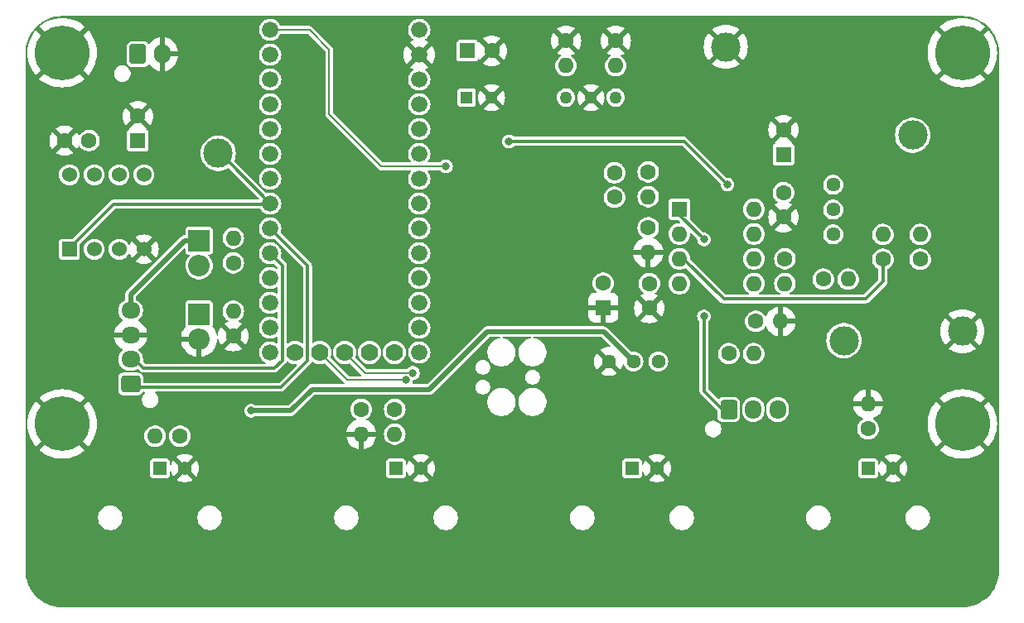
<source format=gbr>
%TF.GenerationSoftware,KiCad,Pcbnew,8.0.1*%
%TF.CreationDate,2024-04-27T15:38:08-04:00*%
%TF.ProjectId,odc-1.2,6f64632d-312e-4322-9e6b-696361645f70,1.2.1*%
%TF.SameCoordinates,Original*%
%TF.FileFunction,Copper,L2,Bot*%
%TF.FilePolarity,Positive*%
%FSLAX46Y46*%
G04 Gerber Fmt 4.6, Leading zero omitted, Abs format (unit mm)*
G04 Created by KiCad (PCBNEW 8.0.1) date 2024-04-27 15:38:08*
%MOMM*%
%LPD*%
G01*
G04 APERTURE LIST*
G04 Aperture macros list*
%AMRoundRect*
0 Rectangle with rounded corners*
0 $1 Rounding radius*
0 $2 $3 $4 $5 $6 $7 $8 $9 X,Y pos of 4 corners*
0 Add a 4 corners polygon primitive as box body*
4,1,4,$2,$3,$4,$5,$6,$7,$8,$9,$2,$3,0*
0 Add four circle primitives for the rounded corners*
1,1,$1+$1,$2,$3*
1,1,$1+$1,$4,$5*
1,1,$1+$1,$6,$7*
1,1,$1+$1,$8,$9*
0 Add four rect primitives between the rounded corners*
20,1,$1+$1,$2,$3,$4,$5,0*
20,1,$1+$1,$4,$5,$6,$7,0*
20,1,$1+$1,$6,$7,$8,$9,0*
20,1,$1+$1,$8,$9,$2,$3,0*%
G04 Aperture macros list end*
%TA.AperFunction,ComponentPad*%
%ADD10C,1.600000*%
%TD*%
%TA.AperFunction,ComponentPad*%
%ADD11C,1.440000*%
%TD*%
%TA.AperFunction,ComponentPad*%
%ADD12C,3.000000*%
%TD*%
%TA.AperFunction,ComponentPad*%
%ADD13RoundRect,0.250000X0.725000X-0.600000X0.725000X0.600000X-0.725000X0.600000X-0.725000X-0.600000X0*%
%TD*%
%TA.AperFunction,ComponentPad*%
%ADD14O,1.950000X1.700000*%
%TD*%
%TA.AperFunction,ComponentPad*%
%ADD15O,1.600000X1.600000*%
%TD*%
%TA.AperFunction,ComponentPad*%
%ADD16R,2.200000X2.200000*%
%TD*%
%TA.AperFunction,ComponentPad*%
%ADD17O,2.200000X2.200000*%
%TD*%
%TA.AperFunction,ComponentPad*%
%ADD18C,5.600000*%
%TD*%
%TA.AperFunction,ComponentPad*%
%ADD19RoundRect,0.250000X-0.600000X-0.725000X0.600000X-0.725000X0.600000X0.725000X-0.600000X0.725000X0*%
%TD*%
%TA.AperFunction,ComponentPad*%
%ADD20O,1.700000X1.950000*%
%TD*%
%TA.AperFunction,ComponentPad*%
%ADD21R,1.398000X1.398000*%
%TD*%
%TA.AperFunction,ComponentPad*%
%ADD22C,1.398000*%
%TD*%
%TA.AperFunction,ComponentPad*%
%ADD23R,1.524000X1.524000*%
%TD*%
%TA.AperFunction,ComponentPad*%
%ADD24C,1.524000*%
%TD*%
%TA.AperFunction,ComponentPad*%
%ADD25R,1.270000X1.270000*%
%TD*%
%TA.AperFunction,ComponentPad*%
%ADD26C,1.270000*%
%TD*%
%TA.AperFunction,ComponentPad*%
%ADD27R,1.600000X1.600000*%
%TD*%
%TA.AperFunction,ComponentPad*%
%ADD28C,1.676400*%
%TD*%
%TA.AperFunction,ComponentPad*%
%ADD29C,1.778000*%
%TD*%
%TA.AperFunction,ComponentPad*%
%ADD30RoundRect,0.250000X-0.600000X-0.750000X0.600000X-0.750000X0.600000X0.750000X-0.600000X0.750000X0*%
%TD*%
%TA.AperFunction,ComponentPad*%
%ADD31O,1.700000X2.000000*%
%TD*%
%TA.AperFunction,ViaPad*%
%ADD32C,0.800000*%
%TD*%
%TA.AperFunction,Conductor*%
%ADD33C,0.300000*%
%TD*%
%TA.AperFunction,Conductor*%
%ADD34C,0.200000*%
%TD*%
%TA.AperFunction,Conductor*%
%ADD35C,0.500000*%
%TD*%
G04 APERTURE END LIST*
D10*
%TO.P,C4,1*%
%TO.N,-12V*%
X114008000Y-77630000D03*
%TO.P,C4,2*%
%TO.N,GND*%
X114008000Y-80130000D03*
%TD*%
%TO.P,C3,1*%
%TO.N,GND*%
X127724000Y-70828000D03*
%TO.P,C3,2*%
%TO.N,+12V*%
X127724000Y-68328000D03*
%TD*%
D11*
%TO.P,RV2,1,1*%
%TO.N,Net-(R16-Pad2)*%
X132804000Y-72606000D03*
%TO.P,RV2,2,2*%
%TO.N,Net-(R1-Pad2)*%
X132804000Y-70066000D03*
%TO.P,RV2,3,3*%
X132804000Y-67526000D03*
%TD*%
D12*
%TO.P,TP11,1,1*%
%TO.N,VIN*%
X69950000Y-64300000D03*
%TD*%
D13*
%TO.P,J6,1,Pin_1*%
%TO.N,ADC_EXP1*%
X61000000Y-87900000D03*
D14*
%TO.P,J6,2,Pin_2*%
%TO.N,ADC_EXP2*%
X61000000Y-85400000D03*
%TO.P,J6,3,Pin_3*%
%TO.N,GND*%
X61000000Y-82900000D03*
%TO.P,J6,4,Pin_4*%
%TO.N,+3V3*%
X61000000Y-80400000D03*
%TD*%
D10*
%TO.P,C8,1*%
%TO.N,Net-(SW1-A)*%
X110452000Y-66296000D03*
%TO.P,C8,2*%
%TO.N,Net-(U2A--)*%
X110452000Y-68796000D03*
%TD*%
%TO.P,R2,1*%
%TO.N,Net-(J3-In)*%
X141694000Y-75146000D03*
D15*
%TO.P,R2,2*%
%TO.N,Net-(U2A-+)*%
X141694000Y-72606000D03*
%TD*%
D10*
%TO.P,R10,1*%
%TO.N,Net-(D1-A)*%
X66045000Y-93250000D03*
D15*
%TO.P,R10,2*%
%TO.N,Net-(J4-In)*%
X63505000Y-93250000D03*
%TD*%
D12*
%TO.P,TP7,1,1*%
%TO.N,GND*%
X121825000Y-53400000D03*
%TD*%
D10*
%TO.P,C1,1*%
%TO.N,+3V3*%
X56750000Y-63000000D03*
%TO.P,C1,2*%
%TO.N,GND*%
X54250000Y-63000000D03*
%TD*%
%TO.P,R13,1*%
%TO.N,GND*%
X105500000Y-52794000D03*
D15*
%TO.P,R13,2*%
%TO.N,-12V*%
X105500000Y-55334000D03*
%TD*%
D16*
%TO.P,D2,1,K*%
%TO.N,Net-(D1-A)*%
X68000000Y-80750000D03*
D17*
%TO.P,D2,2,A*%
%TO.N,GND*%
X68000000Y-83290000D03*
%TD*%
D10*
%TO.P,R3,1*%
%TO.N,Net-(SW1-A)*%
X113903000Y-66200000D03*
D15*
%TO.P,R3,2*%
%TO.N,Net-(U2A--)*%
X113903000Y-68740000D03*
%TD*%
D18*
%TO.P,H2,1,1*%
%TO.N,GND*%
X146000000Y-54000000D03*
%TD*%
D10*
%TO.P,R11,1*%
%TO.N,Net-(D1-A)*%
X71500000Y-75500000D03*
D15*
%TO.P,R11,2*%
%TO.N,+3V3*%
X71500000Y-72960000D03*
%TD*%
D19*
%TO.P,SW1,1,A*%
%TO.N,Net-(SW1-A)*%
X122133000Y-90513000D03*
D20*
%TO.P,SW1,2,B*%
%TO.N,Net-(J2-In)*%
X124633000Y-90513000D03*
%TO.P,SW1,3,C*%
%TO.N,Net-(J3-In)*%
X127133000Y-90513000D03*
%TD*%
D12*
%TO.P,TP6,1,1*%
%TO.N,GND*%
X146012000Y-82512000D03*
%TD*%
D21*
%TO.P,J1,1,In*%
%TO.N,Net-(J1-In)*%
X88124082Y-96520000D03*
D22*
%TO.P,J1,2,Ext*%
%TO.N,GND*%
X90664082Y-96520000D03*
%TD*%
D21*
%TO.P,J4,1,In*%
%TO.N,Net-(J4-In)*%
X64000000Y-96520000D03*
D22*
%TO.P,J4,2,Ext*%
%TO.N,GND*%
X66540000Y-96520000D03*
%TD*%
D18*
%TO.P,H1,1,1*%
%TO.N,GND*%
X146000000Y-92000000D03*
%TD*%
D23*
%TO.P,U1,1,OUT1*%
%TO.N,VIN*%
X54750000Y-74120000D03*
D24*
%TO.P,U1,2,-IN1*%
X57290000Y-74120000D03*
%TO.P,U1,3,+IN1*%
%TO.N,Net-(D1-A)*%
X59830000Y-74120000D03*
%TO.P,U1,4,-VS*%
%TO.N,GND*%
X62370000Y-74120000D03*
%TO.P,U1,5,+IN2*%
%TO.N,unconnected-(U1-+IN2-Pad5)*%
X62370000Y-66500000D03*
%TO.P,U1,6,-IN2*%
%TO.N,unconnected-(U1--IN2-Pad6)*%
X59830000Y-66500000D03*
%TO.P,U1,7,OUT2*%
%TO.N,unconnected-(U1-OUT2-Pad7)*%
X57290000Y-66500000D03*
%TO.P,U1,8,+VS*%
%TO.N,+3V3*%
X54750000Y-66500000D03*
%TD*%
D10*
%TO.P,R15,1*%
%TO.N,Net-(R15-Pad1)*%
X122136000Y-84798000D03*
D15*
%TO.P,R15,2*%
%TO.N,Net-(U2B-+)*%
X124676000Y-84798000D03*
%TD*%
D18*
%TO.P,H4,1,1*%
%TO.N,GND*%
X54000000Y-92000000D03*
%TD*%
D10*
%TO.P,R8,1*%
%TO.N,TTL*%
X88000000Y-90500000D03*
D15*
%TO.P,R8,2*%
%TO.N,Net-(J1-In)*%
X88000000Y-93040000D03*
%TD*%
D25*
%TO.P,U3,1,+VIN(VCC)*%
%TO.N,+5V*%
X95350000Y-58600000D03*
D26*
%TO.P,U3,2,-VIN(GND)*%
%TO.N,GND*%
X97890000Y-58600000D03*
%TO.P,U3,5,-VOUT*%
%TO.N,-12V*%
X105510000Y-58600000D03*
%TO.P,U3,6,COMMON*%
%TO.N,GND*%
X108050000Y-58600000D03*
%TO.P,U3,7,+VOUT*%
%TO.N,+12V*%
X110590000Y-58600000D03*
%TD*%
D27*
%TO.P,C7,1*%
%TO.N,GND*%
X109309000Y-80099000D03*
D10*
%TO.P,C7,2*%
%TO.N,-12V*%
X109309000Y-77599000D03*
%TD*%
D21*
%TO.P,J2,1,In*%
%TO.N,Net-(J2-In)*%
X112248164Y-96520000D03*
D22*
%TO.P,J2,2,Ext*%
%TO.N,GND*%
X114788164Y-96520000D03*
%TD*%
D10*
%TO.P,R1,1*%
%TO.N,Net-(U2A-+)*%
X137884000Y-75146000D03*
D15*
%TO.P,R1,2*%
%TO.N,Net-(R1-Pad2)*%
X137884000Y-72606000D03*
%TD*%
D27*
%TO.P,C5,1*%
%TO.N,+5V*%
X95415200Y-53810000D03*
D10*
%TO.P,C5,2*%
%TO.N,GND*%
X97915200Y-53810000D03*
%TD*%
D16*
%TO.P,D1,1,K*%
%TO.N,+3V3*%
X68000000Y-73250000D03*
D17*
%TO.P,D1,2,A*%
%TO.N,Net-(D1-A)*%
X68000000Y-75790000D03*
%TD*%
D10*
%TO.P,R5,1*%
%TO.N,Net-(U2B--)*%
X127873000Y-75090000D03*
D15*
%TO.P,R5,2*%
%TO.N,VDAC*%
X127873000Y-77630000D03*
%TD*%
D18*
%TO.P,H3,1,1*%
%TO.N,GND*%
X54000000Y-54000000D03*
%TD*%
D10*
%TO.P,R12,1*%
%TO.N,GND*%
X71500000Y-83000000D03*
D15*
%TO.P,R12,2*%
%TO.N,Net-(D1-A)*%
X71500000Y-80460000D03*
%TD*%
D27*
%TO.P,C6,1*%
%TO.N,+12V*%
X127724000Y-64413112D03*
D10*
%TO.P,C6,2*%
%TO.N,GND*%
X127724000Y-61913112D03*
%TD*%
D12*
%TO.P,TP1,1,1*%
%TO.N,Net-(R1-Pad2)*%
X140932000Y-62446000D03*
%TD*%
D10*
%TO.P,R16,1*%
%TO.N,Net-(U2B--)*%
X131788000Y-77178000D03*
D15*
%TO.P,R16,2*%
%TO.N,Net-(R16-Pad2)*%
X134328000Y-77178000D03*
%TD*%
D21*
%TO.P,J3,1,In*%
%TO.N,Net-(J3-In)*%
X136372246Y-96520000D03*
D22*
%TO.P,J3,2,Ext*%
%TO.N,GND*%
X138912246Y-96520000D03*
%TD*%
D12*
%TO.P,TP4,1,1*%
%TO.N,VDAC*%
X133900000Y-83475000D03*
%TD*%
D10*
%TO.P,R9,1*%
%TO.N,TTL*%
X84571000Y-90500000D03*
D15*
%TO.P,R9,2*%
%TO.N,GND*%
X84571000Y-93040000D03*
%TD*%
D28*
%TO.P,J5,1,RESET*%
%TO.N,Net-(J5-RESET)*%
X75260000Y-51660000D03*
%TO.P,J5,2,3V3*%
%TO.N,+3V3*%
X75260000Y-54200000D03*
%TO.P,J5,3,AREF*%
%TO.N,unconnected-(J5-AREF-Pad3)*%
X75260000Y-56740000D03*
%TO.P,J5,4,Vhi*%
%TO.N,unconnected-(J5-Vhi-Pad4)*%
X75260000Y-59280000D03*
%TO.P,J5,5,A0*%
%TO.N,VDAC*%
X75260000Y-61820000D03*
%TO.P,J5,6,A1*%
%TO.N,unconnected-(J5-A1-Pad6)*%
X75260000Y-64360000D03*
%TO.P,J5,7,A2*%
%TO.N,unconnected-(J5-A2-Pad7)*%
X75260000Y-66900000D03*
%TO.P,J5,8,A3*%
%TO.N,VIN*%
X75260000Y-69440000D03*
%TO.P,J5,9,A4*%
%TO.N,ADC_EXP1*%
X75260000Y-71980000D03*
%TO.P,J5,10,A5*%
%TO.N,ADC_EXP2*%
X75260000Y-74520000D03*
%TO.P,J5,11,SCK*%
%TO.N,unconnected-(J5-SCK-Pad11)*%
X75260000Y-77060000D03*
%TO.P,J5,12,MOSI*%
%TO.N,unconnected-(J5-MOSI-Pad12)*%
X75260000Y-79600000D03*
%TO.P,J5,13,MISO*%
%TO.N,unconnected-(J5-MISO-Pad13)*%
X75260000Y-82140000D03*
%TO.P,J5,14,D2*%
%TO.N,unconnected-(J5-D2-Pad14)*%
X75260000Y-84680000D03*
%TO.P,J5,15,RX*%
%TO.N,unconnected-(J5-RX-Pad15)*%
X90500000Y-84680000D03*
%TO.P,J5,16,TX*%
%TO.N,unconnected-(J5-TX-Pad16)*%
X90500000Y-82140000D03*
%TO.P,J5,17,SDA*%
%TO.N,unconnected-(J5-SDA-Pad17)*%
X90500000Y-79600000D03*
%TO.P,J5,18,SCL*%
%TO.N,unconnected-(J5-SCL-Pad18)*%
X90500000Y-77060000D03*
%TO.P,J5,19,D5*%
%TO.N,unconnected-(J5-D5-Pad19)*%
X90500000Y-74520000D03*
%TO.P,J5,20,D7*%
%TO.N,unconnected-(J5-D7-Pad20)*%
X90500000Y-71980000D03*
%TO.P,J5,21,D9*%
%TO.N,TTL*%
X90500000Y-69440000D03*
%TO.P,J5,22,D10*%
%TO.N,unconnected-(J5-D10-Pad22)*%
X90500000Y-66900000D03*
%TO.P,J5,23,D11*%
%TO.N,unconnected-(J5-D11-Pad23)*%
X90500000Y-64360000D03*
%TO.P,J5,24,D12*%
%TO.N,unconnected-(J5-D12-Pad24)*%
X90500000Y-61820000D03*
%TO.P,J5,25,D13*%
%TO.N,unconnected-(J5-D13-Pad25)*%
X90500000Y-59280000D03*
%TO.P,J5,26,VBUS*%
%TO.N,+5V*%
X90500000Y-56740000D03*
%TO.P,J5,27,GND*%
%TO.N,GND*%
X90500000Y-54200000D03*
%TO.P,J5,28,VBAT*%
%TO.N,unconnected-(J5-VBAT-Pad28)*%
X90500001Y-51659999D03*
D29*
%TO.P,J5,29,EN*%
%TO.N,unconnected-(J5-EN-Pad29)*%
X77800000Y-84680000D03*
%TO.P,J5,30,SWDIO*%
%TO.N,Net-(J5-SWDIO)*%
X80340000Y-84680000D03*
%TO.P,J5,31,SWCLK*%
%TO.N,Net-(J5-SWCLK)*%
X82880000Y-84680000D03*
%TO.P,J5,32,D3*%
%TO.N,unconnected-(J5-D3-Pad32)*%
X85420000Y-84680000D03*
%TO.P,J5,33,D4*%
%TO.N,unconnected-(J5-D4-Pad33)*%
X87960000Y-84680000D03*
%TD*%
D10*
%TO.P,R14,1*%
%TO.N,GND*%
X110580000Y-52794000D03*
D15*
%TO.P,R14,2*%
%TO.N,+12V*%
X110580000Y-55334000D03*
%TD*%
D30*
%TO.P,SW2,1,1*%
%TO.N,Net-(J5-RESET)*%
X61750000Y-54150000D03*
D31*
%TO.P,SW2,2,2*%
%TO.N,GND*%
X64250000Y-54150000D03*
%TD*%
D10*
%TO.P,R7,1*%
%TO.N,Net-(J3-In)*%
X136360000Y-92480000D03*
D15*
%TO.P,R7,2*%
%TO.N,GND*%
X136360000Y-89940000D03*
%TD*%
D11*
%TO.P,RV1,1,1*%
%TO.N,Net-(R15-Pad1)*%
X114935000Y-85600000D03*
%TO.P,RV1,2,2*%
%TO.N,+3V3*%
X112395000Y-85600000D03*
%TO.P,RV1,3,3*%
%TO.N,GND*%
X109855000Y-85600000D03*
%TD*%
D10*
%TO.P,R4,1*%
%TO.N,Net-(U2A--)*%
X113903000Y-71915000D03*
D15*
%TO.P,R4,2*%
%TO.N,GND*%
X113903000Y-74455000D03*
%TD*%
D27*
%TO.P,U2,1*%
%TO.N,Net-(SW1-A)*%
X117088000Y-70020000D03*
D15*
%TO.P,U2,2,-*%
%TO.N,Net-(U2A--)*%
X117088000Y-72560000D03*
%TO.P,U2,3,+*%
%TO.N,Net-(U2A-+)*%
X117088000Y-75100000D03*
%TO.P,U2,4,V-*%
%TO.N,-12V*%
X117088000Y-77640000D03*
%TO.P,U2,5,+*%
%TO.N,Net-(U2B-+)*%
X124708000Y-77640000D03*
%TO.P,U2,6,-*%
%TO.N,Net-(U2B--)*%
X124708000Y-75100000D03*
%TO.P,U2,7*%
%TO.N,Net-(R1-Pad2)*%
X124708000Y-72560000D03*
%TO.P,U2,8,V+*%
%TO.N,+12V*%
X124708000Y-70020000D03*
%TD*%
D10*
%TO.P,R6,1*%
%TO.N,Net-(U2B-+)*%
X124901000Y-81496000D03*
D15*
%TO.P,R6,2*%
%TO.N,GND*%
X127441000Y-81496000D03*
%TD*%
D27*
%TO.P,C2,1*%
%TO.N,+3V3*%
X61750000Y-63000000D03*
D10*
%TO.P,C2,2*%
%TO.N,GND*%
X61750000Y-60500000D03*
%TD*%
D32*
%TO.N,Net-(SW1-A)*%
X119596000Y-73114000D03*
X119596000Y-80988000D03*
%TO.N,Net-(J5-RESET)*%
X93225000Y-65650000D03*
%TO.N,+3V3*%
X73325000Y-90650000D03*
%TO.N,VDAC*%
X99675000Y-63075000D03*
X122000000Y-67500000D03*
%TO.N,Net-(J5-SWCLK)*%
X89850000Y-86775000D03*
%TO.N,Net-(J5-SWDIO)*%
X89162176Y-87500881D03*
%TD*%
D33*
%TO.N,Net-(U2A-+)*%
X137884000Y-75146000D02*
X137884000Y-77432000D01*
X136106000Y-79210000D02*
X121628000Y-79210000D01*
X137884000Y-77432000D02*
X136106000Y-79210000D01*
X121628000Y-79210000D02*
X117518000Y-75100000D01*
%TO.N,Net-(SW1-A)*%
X121489000Y-90513000D02*
X119596000Y-88620000D01*
X119596000Y-80988000D02*
X119596000Y-88620000D01*
X119596000Y-73114000D02*
X117088000Y-70606000D01*
%TO.N,VIN*%
X59250000Y-69500000D02*
X54750000Y-74000000D01*
X75260000Y-69440000D02*
X71070000Y-65250000D01*
X75200000Y-69500000D02*
X59250000Y-69500000D01*
D34*
%TO.N,Net-(J5-RESET)*%
X81300000Y-60325000D02*
X81300000Y-53675000D01*
X93225000Y-65650000D02*
X86625000Y-65650000D01*
X79285000Y-51660000D02*
X75260000Y-51660000D01*
X81300000Y-53675000D02*
X79285000Y-51660000D01*
X86625000Y-65650000D02*
X81300000Y-60325000D01*
D35*
%TO.N,+3V3*%
X97425000Y-82550000D02*
X91525000Y-88450000D01*
X61000000Y-78750000D02*
X66500000Y-73250000D01*
X112395000Y-85600000D02*
X109345000Y-82550000D01*
X109345000Y-82550000D02*
X97425000Y-82550000D01*
X79550000Y-88450000D02*
X77350000Y-90650000D01*
X73325000Y-90650000D02*
X73350000Y-90600000D01*
X61000000Y-80400000D02*
X61000000Y-78750000D01*
X77350000Y-90650000D02*
X73325000Y-90650000D01*
X91525000Y-88450000D02*
X79550000Y-88450000D01*
X66500000Y-73250000D02*
X68000000Y-73250000D01*
D33*
%TO.N,VDAC*%
X99675000Y-63075000D02*
X117575000Y-63075000D01*
X117575000Y-63075000D02*
X122000000Y-67500000D01*
%TO.N,ADC_EXP1*%
X75260000Y-71980000D02*
X79100000Y-75820000D01*
X79100000Y-75820000D02*
X79100000Y-85500000D01*
X76350000Y-88250000D02*
X61350000Y-88250000D01*
X79100000Y-85500000D02*
X76350000Y-88250000D01*
%TO.N,ADC_EXP2*%
X76500000Y-75760000D02*
X76500000Y-85500000D01*
X75700000Y-86300000D02*
X62300000Y-86300000D01*
X76500000Y-85500000D02*
X75700000Y-86300000D01*
X62300000Y-86300000D02*
X61400000Y-85400000D01*
X75260000Y-74520000D02*
X76500000Y-75760000D01*
D34*
%TO.N,Net-(J5-SWCLK)*%
X84975000Y-86775000D02*
X82880000Y-84680000D01*
X89850000Y-86775000D02*
X84975000Y-86775000D01*
%TO.N,Net-(J5-SWDIO)*%
X83160000Y-87500000D02*
X80340000Y-84680000D01*
X89161295Y-87500000D02*
X83160000Y-87500000D01*
X89162176Y-87500881D02*
X89161295Y-87500000D01*
%TD*%
%TA.AperFunction,Conductor*%
%TO.N,GND*%
G36*
X146001811Y-50250588D02*
G01*
X146363900Y-50268377D01*
X146371098Y-50269086D01*
X146727898Y-50322013D01*
X146735020Y-50323430D01*
X147084906Y-50411071D01*
X147091829Y-50413171D01*
X147431453Y-50534690D01*
X147438155Y-50537466D01*
X147764218Y-50691683D01*
X147770608Y-50695098D01*
X148043627Y-50858739D01*
X148079996Y-50880538D01*
X148086034Y-50884573D01*
X148375741Y-51099434D01*
X148381354Y-51104041D01*
X148648603Y-51346261D01*
X148653738Y-51351396D01*
X148895958Y-51618645D01*
X148900565Y-51624258D01*
X149115426Y-51913965D01*
X149119461Y-51920003D01*
X149304897Y-52229383D01*
X149308320Y-52235788D01*
X149462531Y-52561841D01*
X149465310Y-52568550D01*
X149586824Y-52908157D01*
X149588932Y-52915107D01*
X149676569Y-53264979D01*
X149677986Y-53272101D01*
X149730911Y-53628886D01*
X149731623Y-53636113D01*
X149741787Y-53842993D01*
X149749002Y-53989873D01*
X149749411Y-53998188D01*
X149749500Y-54001819D01*
X149749500Y-106998180D01*
X149749411Y-107001811D01*
X149731623Y-107363886D01*
X149730911Y-107371113D01*
X149677986Y-107727898D01*
X149676569Y-107735020D01*
X149588932Y-108084892D01*
X149586824Y-108091842D01*
X149465310Y-108431449D01*
X149462531Y-108438158D01*
X149308320Y-108764211D01*
X149304897Y-108770616D01*
X149119461Y-109079996D01*
X149115426Y-109086034D01*
X148900565Y-109375741D01*
X148895958Y-109381354D01*
X148653738Y-109648603D01*
X148648603Y-109653738D01*
X148381354Y-109895958D01*
X148375741Y-109900565D01*
X148086034Y-110115426D01*
X148079996Y-110119461D01*
X147770616Y-110304897D01*
X147764211Y-110308320D01*
X147438158Y-110462531D01*
X147431449Y-110465310D01*
X147091842Y-110586824D01*
X147084892Y-110588932D01*
X146735020Y-110676569D01*
X146727898Y-110677986D01*
X146371113Y-110730911D01*
X146363886Y-110731623D01*
X146001812Y-110749411D01*
X145998181Y-110749500D01*
X54001819Y-110749500D01*
X53998188Y-110749411D01*
X53636113Y-110731623D01*
X53628886Y-110730911D01*
X53272101Y-110677986D01*
X53264979Y-110676569D01*
X52915107Y-110588932D01*
X52908157Y-110586824D01*
X52568550Y-110465310D01*
X52561841Y-110462531D01*
X52235788Y-110308320D01*
X52229383Y-110304897D01*
X51920003Y-110119461D01*
X51913965Y-110115426D01*
X51624258Y-109900565D01*
X51618645Y-109895958D01*
X51351396Y-109653738D01*
X51346261Y-109648603D01*
X51104041Y-109381354D01*
X51099434Y-109375741D01*
X50884573Y-109086034D01*
X50880538Y-109079996D01*
X50695102Y-108770616D01*
X50691679Y-108764211D01*
X50537468Y-108438158D01*
X50534689Y-108431449D01*
X50413171Y-108091829D01*
X50411071Y-108084906D01*
X50323430Y-107735020D01*
X50322013Y-107727898D01*
X50301240Y-107587861D01*
X50269086Y-107371098D01*
X50268377Y-107363900D01*
X50250589Y-107001811D01*
X50250500Y-106998180D01*
X50250500Y-101698417D01*
X57669500Y-101698417D01*
X57700290Y-101892823D01*
X57700293Y-101892836D01*
X57761113Y-102080019D01*
X57761115Y-102080024D01*
X57761116Y-102080025D01*
X57850476Y-102255405D01*
X57966172Y-102414646D01*
X58105354Y-102553828D01*
X58264595Y-102669524D01*
X58439975Y-102758884D01*
X58439977Y-102758884D01*
X58439980Y-102758886D01*
X58627163Y-102819706D01*
X58627169Y-102819707D01*
X58627174Y-102819709D01*
X58756780Y-102840236D01*
X58821582Y-102850500D01*
X58821583Y-102850500D01*
X59018418Y-102850500D01*
X59067019Y-102842802D01*
X59212826Y-102819709D01*
X59212833Y-102819706D01*
X59212836Y-102819706D01*
X59400019Y-102758886D01*
X59400019Y-102758885D01*
X59400025Y-102758884D01*
X59575405Y-102669524D01*
X59734646Y-102553828D01*
X59873828Y-102414646D01*
X59989524Y-102255405D01*
X60078884Y-102080025D01*
X60139709Y-101892826D01*
X60170500Y-101698417D01*
X67829500Y-101698417D01*
X67860290Y-101892823D01*
X67860293Y-101892836D01*
X67921113Y-102080019D01*
X67921115Y-102080024D01*
X67921116Y-102080025D01*
X68010476Y-102255405D01*
X68126172Y-102414646D01*
X68265354Y-102553828D01*
X68424595Y-102669524D01*
X68599975Y-102758884D01*
X68599977Y-102758884D01*
X68599980Y-102758886D01*
X68787163Y-102819706D01*
X68787169Y-102819707D01*
X68787174Y-102819709D01*
X68916780Y-102840236D01*
X68981582Y-102850500D01*
X68981583Y-102850500D01*
X69178418Y-102850500D01*
X69227019Y-102842802D01*
X69372826Y-102819709D01*
X69372833Y-102819706D01*
X69372836Y-102819706D01*
X69560019Y-102758886D01*
X69560019Y-102758885D01*
X69560025Y-102758884D01*
X69735405Y-102669524D01*
X69894646Y-102553828D01*
X70033828Y-102414646D01*
X70149524Y-102255405D01*
X70238884Y-102080025D01*
X70299709Y-101892826D01*
X70330500Y-101698417D01*
X81793582Y-101698417D01*
X81824372Y-101892823D01*
X81824375Y-101892836D01*
X81885195Y-102080019D01*
X81885197Y-102080024D01*
X81885198Y-102080025D01*
X81974558Y-102255405D01*
X82090254Y-102414646D01*
X82229436Y-102553828D01*
X82388677Y-102669524D01*
X82564057Y-102758884D01*
X82564059Y-102758884D01*
X82564062Y-102758886D01*
X82751245Y-102819706D01*
X82751251Y-102819707D01*
X82751256Y-102819709D01*
X82880862Y-102840236D01*
X82945664Y-102850500D01*
X82945665Y-102850500D01*
X83142500Y-102850500D01*
X83191101Y-102842802D01*
X83336908Y-102819709D01*
X83336915Y-102819706D01*
X83336918Y-102819706D01*
X83524101Y-102758886D01*
X83524101Y-102758885D01*
X83524107Y-102758884D01*
X83699487Y-102669524D01*
X83858728Y-102553828D01*
X83997910Y-102414646D01*
X84113606Y-102255405D01*
X84202966Y-102080025D01*
X84263791Y-101892826D01*
X84294582Y-101698417D01*
X91953582Y-101698417D01*
X91984372Y-101892823D01*
X91984375Y-101892836D01*
X92045195Y-102080019D01*
X92045197Y-102080024D01*
X92045198Y-102080025D01*
X92134558Y-102255405D01*
X92250254Y-102414646D01*
X92389436Y-102553828D01*
X92548677Y-102669524D01*
X92724057Y-102758884D01*
X92724059Y-102758884D01*
X92724062Y-102758886D01*
X92911245Y-102819706D01*
X92911251Y-102819707D01*
X92911256Y-102819709D01*
X93040862Y-102840236D01*
X93105664Y-102850500D01*
X93105665Y-102850500D01*
X93302500Y-102850500D01*
X93351101Y-102842802D01*
X93496908Y-102819709D01*
X93496915Y-102819706D01*
X93496918Y-102819706D01*
X93684101Y-102758886D01*
X93684101Y-102758885D01*
X93684107Y-102758884D01*
X93859487Y-102669524D01*
X94018728Y-102553828D01*
X94157910Y-102414646D01*
X94273606Y-102255405D01*
X94362966Y-102080025D01*
X94423791Y-101892826D01*
X94454582Y-101698417D01*
X105917664Y-101698417D01*
X105948454Y-101892823D01*
X105948457Y-101892836D01*
X106009277Y-102080019D01*
X106009279Y-102080024D01*
X106009280Y-102080025D01*
X106098640Y-102255405D01*
X106214336Y-102414646D01*
X106353518Y-102553828D01*
X106512759Y-102669524D01*
X106688139Y-102758884D01*
X106688141Y-102758884D01*
X106688144Y-102758886D01*
X106875327Y-102819706D01*
X106875333Y-102819707D01*
X106875338Y-102819709D01*
X107004944Y-102840236D01*
X107069746Y-102850500D01*
X107069747Y-102850500D01*
X107266582Y-102850500D01*
X107315183Y-102842802D01*
X107460990Y-102819709D01*
X107460997Y-102819706D01*
X107461000Y-102819706D01*
X107648183Y-102758886D01*
X107648183Y-102758885D01*
X107648189Y-102758884D01*
X107823569Y-102669524D01*
X107982810Y-102553828D01*
X108121992Y-102414646D01*
X108237688Y-102255405D01*
X108327048Y-102080025D01*
X108387873Y-101892826D01*
X108418664Y-101698417D01*
X116077664Y-101698417D01*
X116108454Y-101892823D01*
X116108457Y-101892836D01*
X116169277Y-102080019D01*
X116169279Y-102080024D01*
X116169280Y-102080025D01*
X116258640Y-102255405D01*
X116374336Y-102414646D01*
X116513518Y-102553828D01*
X116672759Y-102669524D01*
X116848139Y-102758884D01*
X116848141Y-102758884D01*
X116848144Y-102758886D01*
X117035327Y-102819706D01*
X117035333Y-102819707D01*
X117035338Y-102819709D01*
X117164944Y-102840236D01*
X117229746Y-102850500D01*
X117229747Y-102850500D01*
X117426582Y-102850500D01*
X117475183Y-102842802D01*
X117620990Y-102819709D01*
X117620997Y-102819706D01*
X117621000Y-102819706D01*
X117808183Y-102758886D01*
X117808183Y-102758885D01*
X117808189Y-102758884D01*
X117983569Y-102669524D01*
X118142810Y-102553828D01*
X118281992Y-102414646D01*
X118397688Y-102255405D01*
X118487048Y-102080025D01*
X118547873Y-101892826D01*
X118578664Y-101698417D01*
X130041746Y-101698417D01*
X130072536Y-101892823D01*
X130072539Y-101892836D01*
X130133359Y-102080019D01*
X130133361Y-102080024D01*
X130133362Y-102080025D01*
X130222722Y-102255405D01*
X130338418Y-102414646D01*
X130477600Y-102553828D01*
X130636841Y-102669524D01*
X130812221Y-102758884D01*
X130812223Y-102758884D01*
X130812226Y-102758886D01*
X130999409Y-102819706D01*
X130999415Y-102819707D01*
X130999420Y-102819709D01*
X131129026Y-102840236D01*
X131193828Y-102850500D01*
X131193829Y-102850500D01*
X131390664Y-102850500D01*
X131439265Y-102842802D01*
X131585072Y-102819709D01*
X131585079Y-102819706D01*
X131585082Y-102819706D01*
X131772265Y-102758886D01*
X131772265Y-102758885D01*
X131772271Y-102758884D01*
X131947651Y-102669524D01*
X132106892Y-102553828D01*
X132246074Y-102414646D01*
X132361770Y-102255405D01*
X132451130Y-102080025D01*
X132511955Y-101892826D01*
X132542746Y-101698417D01*
X140201746Y-101698417D01*
X140232536Y-101892823D01*
X140232539Y-101892836D01*
X140293359Y-102080019D01*
X140293361Y-102080024D01*
X140293362Y-102080025D01*
X140382722Y-102255405D01*
X140498418Y-102414646D01*
X140637600Y-102553828D01*
X140796841Y-102669524D01*
X140972221Y-102758884D01*
X140972223Y-102758884D01*
X140972226Y-102758886D01*
X141159409Y-102819706D01*
X141159415Y-102819707D01*
X141159420Y-102819709D01*
X141289026Y-102840236D01*
X141353828Y-102850500D01*
X141353829Y-102850500D01*
X141550664Y-102850500D01*
X141599265Y-102842802D01*
X141745072Y-102819709D01*
X141745079Y-102819706D01*
X141745082Y-102819706D01*
X141932265Y-102758886D01*
X141932265Y-102758885D01*
X141932271Y-102758884D01*
X142107651Y-102669524D01*
X142266892Y-102553828D01*
X142406074Y-102414646D01*
X142521770Y-102255405D01*
X142611130Y-102080025D01*
X142671955Y-101892826D01*
X142702746Y-101698417D01*
X142702746Y-101501583D01*
X142671955Y-101307174D01*
X142671953Y-101307169D01*
X142671952Y-101307163D01*
X142611132Y-101119980D01*
X142611130Y-101119977D01*
X142611130Y-101119975D01*
X142521770Y-100944595D01*
X142406074Y-100785354D01*
X142266892Y-100646172D01*
X142266889Y-100646169D01*
X142266887Y-100646168D01*
X142107650Y-100530475D01*
X141932265Y-100441113D01*
X141745082Y-100380293D01*
X141745069Y-100380290D01*
X141550664Y-100349500D01*
X141550663Y-100349500D01*
X141353829Y-100349500D01*
X141353828Y-100349500D01*
X141159422Y-100380290D01*
X141159409Y-100380293D01*
X140972226Y-100441113D01*
X140796841Y-100530475D01*
X140637604Y-100646168D01*
X140498414Y-100785358D01*
X140382721Y-100944595D01*
X140293359Y-101119980D01*
X140232539Y-101307163D01*
X140232536Y-101307176D01*
X140201746Y-101501582D01*
X140201746Y-101698417D01*
X132542746Y-101698417D01*
X132542746Y-101501583D01*
X132511955Y-101307174D01*
X132511953Y-101307169D01*
X132511952Y-101307163D01*
X132451132Y-101119980D01*
X132451130Y-101119977D01*
X132451130Y-101119975D01*
X132361770Y-100944595D01*
X132246074Y-100785354D01*
X132106892Y-100646172D01*
X132106889Y-100646169D01*
X132106887Y-100646168D01*
X131947650Y-100530475D01*
X131772265Y-100441113D01*
X131585082Y-100380293D01*
X131585069Y-100380290D01*
X131390664Y-100349500D01*
X131390663Y-100349500D01*
X131193829Y-100349500D01*
X131193828Y-100349500D01*
X130999422Y-100380290D01*
X130999409Y-100380293D01*
X130812226Y-100441113D01*
X130636841Y-100530475D01*
X130477604Y-100646168D01*
X130338414Y-100785358D01*
X130222721Y-100944595D01*
X130133359Y-101119980D01*
X130072539Y-101307163D01*
X130072536Y-101307176D01*
X130041746Y-101501582D01*
X130041746Y-101698417D01*
X118578664Y-101698417D01*
X118578664Y-101501583D01*
X118547873Y-101307174D01*
X118547871Y-101307169D01*
X118547870Y-101307163D01*
X118487050Y-101119980D01*
X118487048Y-101119977D01*
X118487048Y-101119975D01*
X118397688Y-100944595D01*
X118281992Y-100785354D01*
X118142810Y-100646172D01*
X118142807Y-100646169D01*
X118142805Y-100646168D01*
X117983568Y-100530475D01*
X117808183Y-100441113D01*
X117621000Y-100380293D01*
X117620987Y-100380290D01*
X117426582Y-100349500D01*
X117426581Y-100349500D01*
X117229747Y-100349500D01*
X117229746Y-100349500D01*
X117035340Y-100380290D01*
X117035327Y-100380293D01*
X116848144Y-100441113D01*
X116672759Y-100530475D01*
X116513522Y-100646168D01*
X116374332Y-100785358D01*
X116258639Y-100944595D01*
X116169277Y-101119980D01*
X116108457Y-101307163D01*
X116108454Y-101307176D01*
X116077664Y-101501582D01*
X116077664Y-101698417D01*
X108418664Y-101698417D01*
X108418664Y-101501583D01*
X108387873Y-101307174D01*
X108387871Y-101307169D01*
X108387870Y-101307163D01*
X108327050Y-101119980D01*
X108327048Y-101119977D01*
X108327048Y-101119975D01*
X108237688Y-100944595D01*
X108121992Y-100785354D01*
X107982810Y-100646172D01*
X107982807Y-100646169D01*
X107982805Y-100646168D01*
X107823568Y-100530475D01*
X107648183Y-100441113D01*
X107461000Y-100380293D01*
X107460987Y-100380290D01*
X107266582Y-100349500D01*
X107266581Y-100349500D01*
X107069747Y-100349500D01*
X107069746Y-100349500D01*
X106875340Y-100380290D01*
X106875327Y-100380293D01*
X106688144Y-100441113D01*
X106512759Y-100530475D01*
X106353522Y-100646168D01*
X106214332Y-100785358D01*
X106098639Y-100944595D01*
X106009277Y-101119980D01*
X105948457Y-101307163D01*
X105948454Y-101307176D01*
X105917664Y-101501582D01*
X105917664Y-101698417D01*
X94454582Y-101698417D01*
X94454582Y-101501583D01*
X94423791Y-101307174D01*
X94423789Y-101307169D01*
X94423788Y-101307163D01*
X94362968Y-101119980D01*
X94362966Y-101119977D01*
X94362966Y-101119975D01*
X94273606Y-100944595D01*
X94157910Y-100785354D01*
X94018728Y-100646172D01*
X94018725Y-100646169D01*
X94018723Y-100646168D01*
X93859486Y-100530475D01*
X93684101Y-100441113D01*
X93496918Y-100380293D01*
X93496905Y-100380290D01*
X93302500Y-100349500D01*
X93302499Y-100349500D01*
X93105665Y-100349500D01*
X93105664Y-100349500D01*
X92911258Y-100380290D01*
X92911245Y-100380293D01*
X92724062Y-100441113D01*
X92548677Y-100530475D01*
X92389440Y-100646168D01*
X92250250Y-100785358D01*
X92134557Y-100944595D01*
X92045195Y-101119980D01*
X91984375Y-101307163D01*
X91984372Y-101307176D01*
X91953582Y-101501582D01*
X91953582Y-101698417D01*
X84294582Y-101698417D01*
X84294582Y-101501583D01*
X84263791Y-101307174D01*
X84263789Y-101307169D01*
X84263788Y-101307163D01*
X84202968Y-101119980D01*
X84202966Y-101119977D01*
X84202966Y-101119975D01*
X84113606Y-100944595D01*
X83997910Y-100785354D01*
X83858728Y-100646172D01*
X83858725Y-100646169D01*
X83858723Y-100646168D01*
X83699486Y-100530475D01*
X83524101Y-100441113D01*
X83336918Y-100380293D01*
X83336905Y-100380290D01*
X83142500Y-100349500D01*
X83142499Y-100349500D01*
X82945665Y-100349500D01*
X82945664Y-100349500D01*
X82751258Y-100380290D01*
X82751245Y-100380293D01*
X82564062Y-100441113D01*
X82388677Y-100530475D01*
X82229440Y-100646168D01*
X82090250Y-100785358D01*
X81974557Y-100944595D01*
X81885195Y-101119980D01*
X81824375Y-101307163D01*
X81824372Y-101307176D01*
X81793582Y-101501582D01*
X81793582Y-101698417D01*
X70330500Y-101698417D01*
X70330500Y-101501583D01*
X70299709Y-101307174D01*
X70299707Y-101307169D01*
X70299706Y-101307163D01*
X70238886Y-101119980D01*
X70238884Y-101119977D01*
X70238884Y-101119975D01*
X70149524Y-100944595D01*
X70033828Y-100785354D01*
X69894646Y-100646172D01*
X69894643Y-100646169D01*
X69894641Y-100646168D01*
X69735404Y-100530475D01*
X69560019Y-100441113D01*
X69372836Y-100380293D01*
X69372823Y-100380290D01*
X69178418Y-100349500D01*
X69178417Y-100349500D01*
X68981583Y-100349500D01*
X68981582Y-100349500D01*
X68787176Y-100380290D01*
X68787163Y-100380293D01*
X68599980Y-100441113D01*
X68424595Y-100530475D01*
X68265358Y-100646168D01*
X68126168Y-100785358D01*
X68010475Y-100944595D01*
X67921113Y-101119980D01*
X67860293Y-101307163D01*
X67860290Y-101307176D01*
X67829500Y-101501582D01*
X67829500Y-101698417D01*
X60170500Y-101698417D01*
X60170500Y-101501583D01*
X60139709Y-101307174D01*
X60139707Y-101307169D01*
X60139706Y-101307163D01*
X60078886Y-101119980D01*
X60078884Y-101119977D01*
X60078884Y-101119975D01*
X59989524Y-100944595D01*
X59873828Y-100785354D01*
X59734646Y-100646172D01*
X59734643Y-100646169D01*
X59734641Y-100646168D01*
X59575404Y-100530475D01*
X59400019Y-100441113D01*
X59212836Y-100380293D01*
X59212823Y-100380290D01*
X59018418Y-100349500D01*
X59018417Y-100349500D01*
X58821583Y-100349500D01*
X58821582Y-100349500D01*
X58627176Y-100380290D01*
X58627163Y-100380293D01*
X58439980Y-100441113D01*
X58264595Y-100530475D01*
X58105358Y-100646168D01*
X57966168Y-100785358D01*
X57850475Y-100944595D01*
X57761113Y-101119980D01*
X57700293Y-101307163D01*
X57700290Y-101307176D01*
X57669500Y-101501582D01*
X57669500Y-101698417D01*
X50250500Y-101698417D01*
X50250500Y-97263863D01*
X63000500Y-97263863D01*
X63003414Y-97288986D01*
X63003415Y-97288991D01*
X63048794Y-97391765D01*
X63128235Y-97471206D01*
X63231009Y-97516585D01*
X63256135Y-97519500D01*
X64743864Y-97519499D01*
X64768991Y-97516585D01*
X64871765Y-97471206D01*
X64951206Y-97391765D01*
X64996585Y-97288991D01*
X64999500Y-97263865D01*
X64999499Y-96932951D01*
X65021173Y-96880627D01*
X65073499Y-96858953D01*
X65125825Y-96880627D01*
X65145234Y-96914786D01*
X65164814Y-96992103D01*
X65164814Y-96992104D01*
X65261275Y-97212011D01*
X65353410Y-97353035D01*
X66101944Y-96604500D01*
X66125326Y-96691764D01*
X66183911Y-96793236D01*
X66266764Y-96876089D01*
X66368236Y-96934674D01*
X66455497Y-96958055D01*
X65706283Y-97707268D01*
X65744753Y-97737209D01*
X65744763Y-97737215D01*
X65955952Y-97851505D01*
X66183067Y-97929473D01*
X66183072Y-97929474D01*
X66419929Y-97968999D01*
X66419932Y-97969000D01*
X66660068Y-97969000D01*
X66660070Y-97968999D01*
X66896927Y-97929474D01*
X66896932Y-97929473D01*
X67124047Y-97851505D01*
X67335242Y-97737212D01*
X67373714Y-97707267D01*
X66624502Y-96958055D01*
X66711764Y-96934674D01*
X66813236Y-96876089D01*
X66896089Y-96793236D01*
X66954674Y-96691764D01*
X66978055Y-96604502D01*
X67726588Y-97353035D01*
X67784847Y-97263863D01*
X87124582Y-97263863D01*
X87127496Y-97288986D01*
X87127497Y-97288991D01*
X87172876Y-97391765D01*
X87252317Y-97471206D01*
X87355091Y-97516585D01*
X87380217Y-97519500D01*
X88867946Y-97519499D01*
X88893073Y-97516585D01*
X88995847Y-97471206D01*
X89075288Y-97391765D01*
X89120667Y-97288991D01*
X89123582Y-97263865D01*
X89123581Y-96932951D01*
X89145255Y-96880627D01*
X89197581Y-96858953D01*
X89249907Y-96880627D01*
X89269316Y-96914786D01*
X89288896Y-96992103D01*
X89288896Y-96992104D01*
X89385357Y-97212011D01*
X89477492Y-97353035D01*
X90226026Y-96604500D01*
X90249408Y-96691764D01*
X90307993Y-96793236D01*
X90390846Y-96876089D01*
X90492318Y-96934674D01*
X90579579Y-96958055D01*
X89830365Y-97707268D01*
X89868835Y-97737209D01*
X89868845Y-97737215D01*
X90080034Y-97851505D01*
X90307149Y-97929473D01*
X90307154Y-97929474D01*
X90544011Y-97968999D01*
X90544014Y-97969000D01*
X90784150Y-97969000D01*
X90784152Y-97968999D01*
X91021009Y-97929474D01*
X91021014Y-97929473D01*
X91248129Y-97851505D01*
X91459324Y-97737212D01*
X91497796Y-97707267D01*
X90748584Y-96958055D01*
X90835846Y-96934674D01*
X90937318Y-96876089D01*
X91020171Y-96793236D01*
X91078756Y-96691764D01*
X91102137Y-96604502D01*
X91850670Y-97353035D01*
X91908929Y-97263863D01*
X111248664Y-97263863D01*
X111251578Y-97288986D01*
X111251579Y-97288991D01*
X111296958Y-97391765D01*
X111376399Y-97471206D01*
X111479173Y-97516585D01*
X111504299Y-97519500D01*
X112992028Y-97519499D01*
X113017155Y-97516585D01*
X113119929Y-97471206D01*
X113199370Y-97391765D01*
X113244749Y-97288991D01*
X113247664Y-97263865D01*
X113247663Y-96932951D01*
X113269337Y-96880627D01*
X113321663Y-96858953D01*
X113373989Y-96880627D01*
X113393398Y-96914786D01*
X113412978Y-96992103D01*
X113412978Y-96992104D01*
X113509439Y-97212011D01*
X113601574Y-97353035D01*
X114350108Y-96604500D01*
X114373490Y-96691764D01*
X114432075Y-96793236D01*
X114514928Y-96876089D01*
X114616400Y-96934674D01*
X114703661Y-96958055D01*
X113954447Y-97707268D01*
X113992917Y-97737209D01*
X113992927Y-97737215D01*
X114204116Y-97851505D01*
X114431231Y-97929473D01*
X114431236Y-97929474D01*
X114668093Y-97968999D01*
X114668096Y-97969000D01*
X114908232Y-97969000D01*
X114908234Y-97968999D01*
X115145091Y-97929474D01*
X115145096Y-97929473D01*
X115372211Y-97851505D01*
X115583406Y-97737212D01*
X115621878Y-97707267D01*
X114872666Y-96958055D01*
X114959928Y-96934674D01*
X115061400Y-96876089D01*
X115144253Y-96793236D01*
X115202838Y-96691764D01*
X115226219Y-96604502D01*
X115974752Y-97353035D01*
X116033011Y-97263863D01*
X135372746Y-97263863D01*
X135375660Y-97288986D01*
X135375661Y-97288991D01*
X135421040Y-97391765D01*
X135500481Y-97471206D01*
X135603255Y-97516585D01*
X135628381Y-97519500D01*
X137116110Y-97519499D01*
X137141237Y-97516585D01*
X137244011Y-97471206D01*
X137323452Y-97391765D01*
X137368831Y-97288991D01*
X137371746Y-97263865D01*
X137371745Y-96932951D01*
X137393419Y-96880627D01*
X137445745Y-96858953D01*
X137498071Y-96880627D01*
X137517480Y-96914786D01*
X137537060Y-96992103D01*
X137537060Y-96992104D01*
X137633521Y-97212011D01*
X137725656Y-97353035D01*
X138474190Y-96604500D01*
X138497572Y-96691764D01*
X138556157Y-96793236D01*
X138639010Y-96876089D01*
X138740482Y-96934674D01*
X138827743Y-96958055D01*
X138078529Y-97707268D01*
X138116999Y-97737209D01*
X138117009Y-97737215D01*
X138328198Y-97851505D01*
X138555313Y-97929473D01*
X138555318Y-97929474D01*
X138792175Y-97968999D01*
X138792178Y-97969000D01*
X139032314Y-97969000D01*
X139032316Y-97968999D01*
X139269173Y-97929474D01*
X139269178Y-97929473D01*
X139496293Y-97851505D01*
X139707488Y-97737212D01*
X139745960Y-97707267D01*
X138996748Y-96958055D01*
X139084010Y-96934674D01*
X139185482Y-96876089D01*
X139268335Y-96793236D01*
X139326920Y-96691764D01*
X139350301Y-96604502D01*
X140098834Y-97353035D01*
X140190970Y-97212011D01*
X140287429Y-96992108D01*
X140346383Y-96759308D01*
X140366212Y-96520003D01*
X140366212Y-96519996D01*
X140346383Y-96280691D01*
X140287429Y-96047891D01*
X140190970Y-95827988D01*
X140098834Y-95686963D01*
X139350301Y-96435496D01*
X139326920Y-96348236D01*
X139268335Y-96246764D01*
X139185482Y-96163911D01*
X139084010Y-96105326D01*
X138996746Y-96081944D01*
X139745960Y-95332731D01*
X139707492Y-95302790D01*
X139707482Y-95302784D01*
X139496293Y-95188494D01*
X139269178Y-95110526D01*
X139269173Y-95110525D01*
X139032316Y-95071000D01*
X138792175Y-95071000D01*
X138555318Y-95110525D01*
X138555313Y-95110526D01*
X138328198Y-95188494D01*
X138117001Y-95302787D01*
X138078530Y-95332730D01*
X138078530Y-95332731D01*
X138827743Y-96081944D01*
X138740482Y-96105326D01*
X138639010Y-96163911D01*
X138556157Y-96246764D01*
X138497572Y-96348236D01*
X138474190Y-96435497D01*
X137725656Y-95686963D01*
X137633521Y-95827988D01*
X137537060Y-96047895D01*
X137537059Y-96047899D01*
X137517480Y-96125214D01*
X137483624Y-96170618D01*
X137427579Y-96178783D01*
X137382175Y-96144927D01*
X137371745Y-96107048D01*
X137371745Y-95776136D01*
X137368831Y-95751013D01*
X137368831Y-95751011D01*
X137368831Y-95751009D01*
X137323452Y-95648235D01*
X137244011Y-95568794D01*
X137141237Y-95523415D01*
X137141236Y-95523414D01*
X137141234Y-95523414D01*
X137119905Y-95520940D01*
X137116111Y-95520500D01*
X137116110Y-95520500D01*
X135628382Y-95520500D01*
X135603259Y-95523414D01*
X135603253Y-95523415D01*
X135500480Y-95568794D01*
X135421040Y-95648234D01*
X135375660Y-95751011D01*
X135372746Y-95776135D01*
X135372746Y-97263863D01*
X116033011Y-97263863D01*
X116066888Y-97212011D01*
X116163347Y-96992108D01*
X116222301Y-96759308D01*
X116242130Y-96520003D01*
X116242130Y-96519996D01*
X116222301Y-96280691D01*
X116163347Y-96047891D01*
X116066888Y-95827988D01*
X115974752Y-95686963D01*
X115226219Y-96435496D01*
X115202838Y-96348236D01*
X115144253Y-96246764D01*
X115061400Y-96163911D01*
X114959928Y-96105326D01*
X114872664Y-96081944D01*
X115621878Y-95332731D01*
X115583410Y-95302790D01*
X115583400Y-95302784D01*
X115372211Y-95188494D01*
X115145096Y-95110526D01*
X115145091Y-95110525D01*
X114908234Y-95071000D01*
X114668093Y-95071000D01*
X114431236Y-95110525D01*
X114431231Y-95110526D01*
X114204116Y-95188494D01*
X113992919Y-95302787D01*
X113954448Y-95332730D01*
X113954448Y-95332731D01*
X114703661Y-96081944D01*
X114616400Y-96105326D01*
X114514928Y-96163911D01*
X114432075Y-96246764D01*
X114373490Y-96348236D01*
X114350108Y-96435497D01*
X113601574Y-95686963D01*
X113509439Y-95827988D01*
X113412978Y-96047895D01*
X113412977Y-96047899D01*
X113393398Y-96125214D01*
X113359542Y-96170618D01*
X113303497Y-96178783D01*
X113258093Y-96144927D01*
X113247663Y-96107048D01*
X113247663Y-95776136D01*
X113244749Y-95751013D01*
X113244749Y-95751011D01*
X113244749Y-95751009D01*
X113199370Y-95648235D01*
X113119929Y-95568794D01*
X113017155Y-95523415D01*
X113017154Y-95523414D01*
X113017152Y-95523414D01*
X112995823Y-95520940D01*
X112992029Y-95520500D01*
X112992028Y-95520500D01*
X111504300Y-95520500D01*
X111479177Y-95523414D01*
X111479171Y-95523415D01*
X111376398Y-95568794D01*
X111296958Y-95648234D01*
X111251578Y-95751011D01*
X111248664Y-95776135D01*
X111248664Y-97263863D01*
X91908929Y-97263863D01*
X91942806Y-97212011D01*
X92039265Y-96992108D01*
X92098219Y-96759308D01*
X92118048Y-96520003D01*
X92118048Y-96519996D01*
X92098219Y-96280691D01*
X92039265Y-96047891D01*
X91942806Y-95827988D01*
X91850670Y-95686963D01*
X91102137Y-96435496D01*
X91078756Y-96348236D01*
X91020171Y-96246764D01*
X90937318Y-96163911D01*
X90835846Y-96105326D01*
X90748582Y-96081944D01*
X91497796Y-95332731D01*
X91459328Y-95302790D01*
X91459318Y-95302784D01*
X91248129Y-95188494D01*
X91021014Y-95110526D01*
X91021009Y-95110525D01*
X90784152Y-95071000D01*
X90544011Y-95071000D01*
X90307154Y-95110525D01*
X90307149Y-95110526D01*
X90080034Y-95188494D01*
X89868837Y-95302787D01*
X89830366Y-95332730D01*
X89830366Y-95332731D01*
X90579579Y-96081944D01*
X90492318Y-96105326D01*
X90390846Y-96163911D01*
X90307993Y-96246764D01*
X90249408Y-96348236D01*
X90226026Y-96435497D01*
X89477492Y-95686963D01*
X89385357Y-95827988D01*
X89288896Y-96047895D01*
X89288895Y-96047899D01*
X89269316Y-96125214D01*
X89235460Y-96170618D01*
X89179415Y-96178783D01*
X89134011Y-96144927D01*
X89123581Y-96107048D01*
X89123581Y-95776136D01*
X89120667Y-95751013D01*
X89120667Y-95751011D01*
X89120667Y-95751009D01*
X89075288Y-95648235D01*
X88995847Y-95568794D01*
X88893073Y-95523415D01*
X88893072Y-95523414D01*
X88893070Y-95523414D01*
X88871741Y-95520940D01*
X88867947Y-95520500D01*
X88867946Y-95520500D01*
X87380218Y-95520500D01*
X87355095Y-95523414D01*
X87355089Y-95523415D01*
X87252316Y-95568794D01*
X87172876Y-95648234D01*
X87127496Y-95751011D01*
X87124582Y-95776135D01*
X87124582Y-97263863D01*
X67784847Y-97263863D01*
X67818724Y-97212011D01*
X67915183Y-96992108D01*
X67974137Y-96759308D01*
X67993966Y-96520003D01*
X67993966Y-96519996D01*
X67974137Y-96280691D01*
X67915183Y-96047891D01*
X67818724Y-95827988D01*
X67726588Y-95686963D01*
X66978055Y-96435496D01*
X66954674Y-96348236D01*
X66896089Y-96246764D01*
X66813236Y-96163911D01*
X66711764Y-96105326D01*
X66624500Y-96081944D01*
X67373714Y-95332731D01*
X67335246Y-95302790D01*
X67335236Y-95302784D01*
X67124047Y-95188494D01*
X66896932Y-95110526D01*
X66896927Y-95110525D01*
X66660070Y-95071000D01*
X66419929Y-95071000D01*
X66183072Y-95110525D01*
X66183067Y-95110526D01*
X65955952Y-95188494D01*
X65744755Y-95302787D01*
X65706284Y-95332730D01*
X65706284Y-95332731D01*
X66455497Y-96081944D01*
X66368236Y-96105326D01*
X66266764Y-96163911D01*
X66183911Y-96246764D01*
X66125326Y-96348236D01*
X66101944Y-96435497D01*
X65353410Y-95686963D01*
X65261275Y-95827988D01*
X65164814Y-96047895D01*
X65164813Y-96047899D01*
X65145234Y-96125214D01*
X65111378Y-96170618D01*
X65055333Y-96178783D01*
X65009929Y-96144927D01*
X64999499Y-96107048D01*
X64999499Y-95776136D01*
X64996585Y-95751013D01*
X64996585Y-95751011D01*
X64996585Y-95751009D01*
X64951206Y-95648235D01*
X64871765Y-95568794D01*
X64768991Y-95523415D01*
X64768990Y-95523414D01*
X64768988Y-95523414D01*
X64747659Y-95520940D01*
X64743865Y-95520500D01*
X64743864Y-95520500D01*
X63256136Y-95520500D01*
X63231013Y-95523414D01*
X63231007Y-95523415D01*
X63128234Y-95568794D01*
X63048794Y-95648234D01*
X63003414Y-95751011D01*
X63000500Y-95776135D01*
X63000500Y-97263863D01*
X50250500Y-97263863D01*
X50250500Y-92000000D01*
X50445128Y-92000000D01*
X50464602Y-92371588D01*
X50464602Y-92371589D01*
X50522810Y-92739101D01*
X50619113Y-93098509D01*
X50752461Y-93445893D01*
X50752465Y-93445903D01*
X50921385Y-93777427D01*
X51124051Y-94089505D01*
X51124054Y-94089508D01*
X51317745Y-94328699D01*
X51317746Y-94328699D01*
X52705747Y-92940697D01*
X52779588Y-93042330D01*
X52957670Y-93220412D01*
X53059300Y-93294251D01*
X51671299Y-94682252D01*
X51910497Y-94875950D01*
X52222572Y-95078614D01*
X52554096Y-95247534D01*
X52554106Y-95247538D01*
X52901490Y-95380886D01*
X53260898Y-95477189D01*
X53628410Y-95535397D01*
X54000000Y-95554871D01*
X54371588Y-95535397D01*
X54371589Y-95535397D01*
X54739101Y-95477189D01*
X55098509Y-95380886D01*
X55445893Y-95247538D01*
X55445903Y-95247534D01*
X55777427Y-95078614D01*
X56089502Y-94875950D01*
X56328699Y-94682253D01*
X56328699Y-94682252D01*
X54940698Y-93294251D01*
X55042330Y-93220412D01*
X55220412Y-93042330D01*
X55294251Y-92940698D01*
X56682252Y-94328699D01*
X56682253Y-94328699D01*
X56875950Y-94089502D01*
X57078614Y-93777427D01*
X57247534Y-93445903D01*
X57247538Y-93445893D01*
X57322733Y-93250003D01*
X62399785Y-93250003D01*
X62418601Y-93453076D01*
X62418602Y-93453082D01*
X62474416Y-93649244D01*
X62474418Y-93649250D01*
X62565327Y-93831821D01*
X62565328Y-93831822D01*
X62565329Y-93831825D01*
X62688234Y-93994578D01*
X62688235Y-93994579D01*
X62792365Y-94089505D01*
X62838959Y-94131981D01*
X63012363Y-94239348D01*
X63202544Y-94313024D01*
X63403024Y-94350500D01*
X63403026Y-94350500D01*
X63606974Y-94350500D01*
X63606976Y-94350500D01*
X63807456Y-94313024D01*
X63997637Y-94239348D01*
X64171041Y-94131981D01*
X64321764Y-93994579D01*
X64376588Y-93921981D01*
X64444670Y-93831825D01*
X64444670Y-93831824D01*
X64444673Y-93831821D01*
X64535582Y-93649250D01*
X64591397Y-93453083D01*
X64592063Y-93445903D01*
X64610215Y-93250003D01*
X64939785Y-93250003D01*
X64958601Y-93453076D01*
X64958602Y-93453082D01*
X65014416Y-93649244D01*
X65014418Y-93649250D01*
X65105327Y-93831821D01*
X65105328Y-93831822D01*
X65105329Y-93831825D01*
X65228234Y-93994578D01*
X65228235Y-93994579D01*
X65332365Y-94089505D01*
X65378959Y-94131981D01*
X65552363Y-94239348D01*
X65742544Y-94313024D01*
X65943024Y-94350500D01*
X65943026Y-94350500D01*
X66146974Y-94350500D01*
X66146976Y-94350500D01*
X66347456Y-94313024D01*
X66537637Y-94239348D01*
X66711041Y-94131981D01*
X66861764Y-93994579D01*
X66916588Y-93921981D01*
X66984670Y-93831825D01*
X66984670Y-93831824D01*
X66984673Y-93831821D01*
X67075582Y-93649250D01*
X67131397Y-93453083D01*
X67132063Y-93445903D01*
X67146509Y-93290000D01*
X83036976Y-93290000D01*
X83092302Y-93520453D01*
X83185670Y-93745863D01*
X83185674Y-93745870D01*
X83313144Y-93953881D01*
X83313145Y-93953882D01*
X83471592Y-94139402D01*
X83471597Y-94139407D01*
X83657117Y-94297854D01*
X83657118Y-94297855D01*
X83865129Y-94425325D01*
X83865136Y-94425329D01*
X84090546Y-94518697D01*
X84320999Y-94574023D01*
X84321000Y-94574023D01*
X84321000Y-93355686D01*
X84325394Y-93360080D01*
X84416606Y-93412741D01*
X84518339Y-93440000D01*
X84623661Y-93440000D01*
X84725394Y-93412741D01*
X84816606Y-93360080D01*
X84821000Y-93355686D01*
X84821000Y-94574023D01*
X85051453Y-94518697D01*
X85276863Y-94425329D01*
X85276870Y-94425325D01*
X85484881Y-94297855D01*
X85484882Y-94297854D01*
X85670402Y-94139407D01*
X85670407Y-94139402D01*
X85828854Y-93953882D01*
X85828855Y-93953881D01*
X85956325Y-93745870D01*
X85956329Y-93745863D01*
X86049697Y-93520453D01*
X86105024Y-93290000D01*
X84886686Y-93290000D01*
X84891080Y-93285606D01*
X84943741Y-93194394D01*
X84971000Y-93092661D01*
X84971000Y-93040003D01*
X86894785Y-93040003D01*
X86913601Y-93243076D01*
X86913602Y-93243082D01*
X86947865Y-93363500D01*
X86969418Y-93439250D01*
X87060327Y-93621821D01*
X87060328Y-93621822D01*
X87060329Y-93621825D01*
X87183234Y-93784578D01*
X87183235Y-93784579D01*
X87235059Y-93831822D01*
X87333959Y-93921981D01*
X87507363Y-94029348D01*
X87697544Y-94103024D01*
X87898024Y-94140500D01*
X87898026Y-94140500D01*
X88101974Y-94140500D01*
X88101976Y-94140500D01*
X88302456Y-94103024D01*
X88492637Y-94029348D01*
X88666041Y-93921981D01*
X88816764Y-93784579D01*
X88939673Y-93621821D01*
X89030582Y-93439250D01*
X89086397Y-93243083D01*
X89099794Y-93098509D01*
X89105215Y-93040003D01*
X89105215Y-93039996D01*
X89086398Y-92836923D01*
X89086397Y-92836917D01*
X89073048Y-92790000D01*
X89030582Y-92640750D01*
X89008681Y-92596766D01*
X119682500Y-92596766D01*
X119715182Y-92761075D01*
X119715184Y-92761082D01*
X119779296Y-92915862D01*
X119779297Y-92915863D01*
X119872374Y-93055162D01*
X119990838Y-93173626D01*
X120130137Y-93266703D01*
X120284918Y-93330816D01*
X120449233Y-93363500D01*
X120449234Y-93363500D01*
X120616766Y-93363500D01*
X120616767Y-93363500D01*
X120781082Y-93330816D01*
X120935863Y-93266703D01*
X121075162Y-93173626D01*
X121193626Y-93055162D01*
X121286703Y-92915863D01*
X121350816Y-92761082D01*
X121383500Y-92596767D01*
X121383500Y-92429233D01*
X121350816Y-92264918D01*
X121286703Y-92110137D01*
X121193626Y-91970838D01*
X121075162Y-91852374D01*
X121075158Y-91852371D01*
X120935862Y-91759296D01*
X120781082Y-91695184D01*
X120781075Y-91695182D01*
X120657288Y-91670560D01*
X120616767Y-91662500D01*
X120449233Y-91662500D01*
X120416728Y-91668965D01*
X120284924Y-91695182D01*
X120284917Y-91695184D01*
X120130137Y-91759296D01*
X119990841Y-91852371D01*
X119872371Y-91970841D01*
X119779296Y-92110137D01*
X119715184Y-92264917D01*
X119715182Y-92264924D01*
X119682500Y-92429233D01*
X119682500Y-92596766D01*
X89008681Y-92596766D01*
X88939673Y-92458179D01*
X88939670Y-92458175D01*
X88939670Y-92458174D01*
X88816765Y-92295421D01*
X88816764Y-92295420D01*
X88666041Y-92158019D01*
X88614204Y-92125923D01*
X88492637Y-92050652D01*
X88302456Y-91976976D01*
X88214407Y-91960516D01*
X88101979Y-91939500D01*
X88101976Y-91939500D01*
X87898024Y-91939500D01*
X87898020Y-91939500D01*
X87748116Y-91967522D01*
X87697544Y-91976976D01*
X87697542Y-91976976D01*
X87697540Y-91976977D01*
X87507368Y-92050650D01*
X87507363Y-92050652D01*
X87507358Y-92050654D01*
X87507358Y-92050655D01*
X87333958Y-92158019D01*
X87333957Y-92158019D01*
X87183235Y-92295420D01*
X87183234Y-92295421D01*
X87060329Y-92458174D01*
X87060328Y-92458177D01*
X87060327Y-92458178D01*
X87060327Y-92458179D01*
X87049460Y-92480003D01*
X86969418Y-92640750D01*
X86969416Y-92640755D01*
X86913602Y-92836917D01*
X86913601Y-92836923D01*
X86894785Y-93039996D01*
X86894785Y-93040003D01*
X84971000Y-93040003D01*
X84971000Y-92987339D01*
X84943741Y-92885606D01*
X84891080Y-92794394D01*
X84886686Y-92790000D01*
X86105023Y-92790000D01*
X86105023Y-92789999D01*
X86049697Y-92559546D01*
X85956329Y-92334136D01*
X85956325Y-92334129D01*
X85828855Y-92126118D01*
X85828854Y-92126117D01*
X85670407Y-91940597D01*
X85670402Y-91940592D01*
X85484882Y-91782145D01*
X85484881Y-91782144D01*
X85276870Y-91654674D01*
X85276863Y-91654670D01*
X85122538Y-91590746D01*
X85082490Y-91550697D01*
X85082490Y-91494060D01*
X85111900Y-91459464D01*
X85180551Y-91416957D01*
X85237037Y-91381984D01*
X85237042Y-91381980D01*
X85239763Y-91379500D01*
X85387764Y-91244579D01*
X85390472Y-91240994D01*
X85510670Y-91081825D01*
X85510670Y-91081824D01*
X85510673Y-91081821D01*
X85601582Y-90899250D01*
X85657397Y-90703083D01*
X85658354Y-90692761D01*
X85676215Y-90500003D01*
X86894785Y-90500003D01*
X86913601Y-90703076D01*
X86913602Y-90703082D01*
X86969416Y-90899244D01*
X86969418Y-90899250D01*
X87060327Y-91081821D01*
X87060328Y-91081822D01*
X87060329Y-91081825D01*
X87183234Y-91244578D01*
X87183235Y-91244579D01*
X87299425Y-91350499D01*
X87333959Y-91381981D01*
X87507363Y-91489348D01*
X87697544Y-91563024D01*
X87898024Y-91600500D01*
X87898026Y-91600500D01*
X88101974Y-91600500D01*
X88101976Y-91600500D01*
X88302456Y-91563024D01*
X88492637Y-91489348D01*
X88666041Y-91381981D01*
X88816764Y-91244579D01*
X88819472Y-91240994D01*
X88939670Y-91081825D01*
X88939670Y-91081824D01*
X88939673Y-91081821D01*
X89030582Y-90899250D01*
X89086397Y-90703083D01*
X89087354Y-90692761D01*
X89105215Y-90500003D01*
X89105215Y-90499996D01*
X89086398Y-90296923D01*
X89086397Y-90296917D01*
X89047618Y-90160626D01*
X89030582Y-90100750D01*
X88939673Y-89918179D01*
X88939670Y-89918175D01*
X88939670Y-89918174D01*
X88902663Y-89869169D01*
X97462050Y-89869169D01*
X97493743Y-90069269D01*
X97497458Y-90092720D01*
X97497460Y-90092731D01*
X97567397Y-90307975D01*
X97670154Y-90509650D01*
X97803189Y-90692756D01*
X97803193Y-90692761D01*
X97963239Y-90852807D01*
X97963242Y-90852809D01*
X97963243Y-90852810D01*
X98146349Y-90985845D01*
X98243552Y-91035372D01*
X98348019Y-91088600D01*
X98348021Y-91088600D01*
X98348024Y-91088602D01*
X98563268Y-91158539D01*
X98563272Y-91158539D01*
X98563279Y-91158542D01*
X98756263Y-91189108D01*
X98786830Y-91193950D01*
X98786831Y-91193950D01*
X99013170Y-91193950D01*
X99040059Y-91189690D01*
X99236721Y-91158542D01*
X99236729Y-91158539D01*
X99236731Y-91158539D01*
X99451975Y-91088602D01*
X99451975Y-91088601D01*
X99451981Y-91088600D01*
X99653650Y-90985845D01*
X99836761Y-90852807D01*
X99996807Y-90692761D01*
X100129845Y-90509650D01*
X100232600Y-90307981D01*
X100280478Y-90160628D01*
X100302539Y-90092731D01*
X100302539Y-90092729D01*
X100302542Y-90092721D01*
X100337950Y-89869169D01*
X100637050Y-89869169D01*
X100668743Y-90069269D01*
X100672458Y-90092720D01*
X100672460Y-90092731D01*
X100742397Y-90307975D01*
X100845154Y-90509650D01*
X100978189Y-90692756D01*
X100978193Y-90692761D01*
X101138239Y-90852807D01*
X101138242Y-90852809D01*
X101138243Y-90852810D01*
X101321349Y-90985845D01*
X101418552Y-91035372D01*
X101523019Y-91088600D01*
X101523021Y-91088600D01*
X101523024Y-91088602D01*
X101738268Y-91158539D01*
X101738272Y-91158539D01*
X101738279Y-91158542D01*
X101931263Y-91189108D01*
X101961830Y-91193950D01*
X101961831Y-91193950D01*
X102188170Y-91193950D01*
X102215059Y-91189690D01*
X102411721Y-91158542D01*
X102411729Y-91158539D01*
X102411731Y-91158539D01*
X102626975Y-91088602D01*
X102626975Y-91088601D01*
X102626981Y-91088600D01*
X102828650Y-90985845D01*
X103011761Y-90852807D01*
X103171807Y-90692761D01*
X103304845Y-90509650D01*
X103407600Y-90307981D01*
X103455478Y-90160628D01*
X103477539Y-90092731D01*
X103477539Y-90092729D01*
X103477542Y-90092721D01*
X103512950Y-89869169D01*
X103512950Y-89642831D01*
X103512264Y-89638503D01*
X103500980Y-89567259D01*
X103477542Y-89419279D01*
X103477539Y-89419272D01*
X103477539Y-89419268D01*
X103407602Y-89204024D01*
X103407600Y-89204021D01*
X103407600Y-89204019D01*
X103323966Y-89039877D01*
X103304845Y-89002349D01*
X103171810Y-88819243D01*
X103171809Y-88819242D01*
X103171807Y-88819239D01*
X103011761Y-88659193D01*
X103011758Y-88659190D01*
X103011756Y-88659189D01*
X102828650Y-88526154D01*
X102626975Y-88423397D01*
X102411731Y-88353460D01*
X102411722Y-88353458D01*
X102411721Y-88353458D01*
X102299945Y-88335754D01*
X102188170Y-88318050D01*
X102188169Y-88318050D01*
X101961831Y-88318050D01*
X101961830Y-88318050D01*
X101738279Y-88353458D01*
X101738268Y-88353460D01*
X101523024Y-88423397D01*
X101321349Y-88526154D01*
X101138243Y-88659189D01*
X100978189Y-88819243D01*
X100845154Y-89002349D01*
X100742397Y-89204024D01*
X100672460Y-89419268D01*
X100672458Y-89419279D01*
X100637736Y-89638503D01*
X100637050Y-89642831D01*
X100637050Y-89869169D01*
X100337950Y-89869169D01*
X100337950Y-89642831D01*
X100337264Y-89638503D01*
X100325980Y-89567259D01*
X100302542Y-89419279D01*
X100302539Y-89419272D01*
X100302539Y-89419268D01*
X100232602Y-89204024D01*
X100232600Y-89204021D01*
X100232600Y-89204019D01*
X100148966Y-89039877D01*
X100129845Y-89002349D01*
X99996810Y-88819243D01*
X99996809Y-88819242D01*
X99996807Y-88819239D01*
X99836761Y-88659193D01*
X99836758Y-88659190D01*
X99836756Y-88659189D01*
X99653650Y-88526154D01*
X99451975Y-88423397D01*
X99236731Y-88353460D01*
X99236722Y-88353458D01*
X99236721Y-88353458D01*
X99124945Y-88335754D01*
X99013170Y-88318050D01*
X99013169Y-88318050D01*
X98786831Y-88318050D01*
X98786830Y-88318050D01*
X98563279Y-88353458D01*
X98563268Y-88353460D01*
X98348024Y-88423397D01*
X98146349Y-88526154D01*
X97963243Y-88659189D01*
X97803189Y-88819243D01*
X97670154Y-89002349D01*
X97567397Y-89204024D01*
X97497460Y-89419268D01*
X97497458Y-89419279D01*
X97462736Y-89638503D01*
X97462050Y-89642831D01*
X97462050Y-89869169D01*
X88902663Y-89869169D01*
X88816765Y-89755421D01*
X88816764Y-89755420D01*
X88666041Y-89618019D01*
X88610720Y-89583766D01*
X88492637Y-89510652D01*
X88302456Y-89436976D01*
X88194058Y-89416713D01*
X88101979Y-89399500D01*
X88101976Y-89399500D01*
X87898024Y-89399500D01*
X87898020Y-89399500D01*
X87748116Y-89427522D01*
X87697544Y-89436976D01*
X87697542Y-89436976D01*
X87697540Y-89436977D01*
X87507900Y-89510444D01*
X87507363Y-89510652D01*
X87507358Y-89510654D01*
X87507358Y-89510655D01*
X87333958Y-89618019D01*
X87333957Y-89618019D01*
X87183235Y-89755420D01*
X87183234Y-89755421D01*
X87060329Y-89918174D01*
X87060328Y-89918177D01*
X86969418Y-90100750D01*
X86969416Y-90100755D01*
X86913602Y-90296917D01*
X86913601Y-90296923D01*
X86894785Y-90499996D01*
X86894785Y-90500003D01*
X85676215Y-90500003D01*
X85676215Y-90499996D01*
X85657398Y-90296923D01*
X85657397Y-90296917D01*
X85618618Y-90160626D01*
X85601582Y-90100750D01*
X85510673Y-89918179D01*
X85510670Y-89918175D01*
X85510670Y-89918174D01*
X85387765Y-89755421D01*
X85387764Y-89755420D01*
X85237041Y-89618019D01*
X85181720Y-89583766D01*
X85063637Y-89510652D01*
X84873456Y-89436976D01*
X84765058Y-89416713D01*
X84672979Y-89399500D01*
X84672976Y-89399500D01*
X84469024Y-89399500D01*
X84469020Y-89399500D01*
X84319116Y-89427522D01*
X84268544Y-89436976D01*
X84268542Y-89436976D01*
X84268540Y-89436977D01*
X84078900Y-89510444D01*
X84078363Y-89510652D01*
X84078358Y-89510654D01*
X84078358Y-89510655D01*
X83904958Y-89618019D01*
X83904957Y-89618019D01*
X83754235Y-89755420D01*
X83754234Y-89755421D01*
X83631329Y-89918174D01*
X83631328Y-89918177D01*
X83540418Y-90100750D01*
X83540416Y-90100755D01*
X83484602Y-90296917D01*
X83484601Y-90296923D01*
X83465785Y-90499996D01*
X83465785Y-90500003D01*
X83484601Y-90703076D01*
X83484602Y-90703082D01*
X83540416Y-90899244D01*
X83540418Y-90899250D01*
X83631327Y-91081821D01*
X83631328Y-91081822D01*
X83631329Y-91081825D01*
X83754234Y-91244578D01*
X83754235Y-91244579D01*
X83870425Y-91350499D01*
X83904959Y-91381981D01*
X84030098Y-91459464D01*
X84063176Y-91505436D01*
X84054058Y-91561335D01*
X84019461Y-91590746D01*
X83865136Y-91654670D01*
X83865129Y-91654674D01*
X83657118Y-91782144D01*
X83657117Y-91782145D01*
X83471597Y-91940592D01*
X83471592Y-91940597D01*
X83313145Y-92126117D01*
X83313144Y-92126118D01*
X83185674Y-92334129D01*
X83185670Y-92334136D01*
X83092302Y-92559546D01*
X83036976Y-92789999D01*
X83036977Y-92790000D01*
X84255314Y-92790000D01*
X84250920Y-92794394D01*
X84198259Y-92885606D01*
X84171000Y-92987339D01*
X84171000Y-93092661D01*
X84198259Y-93194394D01*
X84250920Y-93285606D01*
X84255314Y-93290000D01*
X83036976Y-93290000D01*
X67146509Y-93290000D01*
X67150215Y-93250003D01*
X67150215Y-93249996D01*
X67131398Y-93046923D01*
X67131397Y-93046917D01*
X67094108Y-92915862D01*
X67075582Y-92850750D01*
X66984673Y-92668179D01*
X66984670Y-92668175D01*
X66984670Y-92668174D01*
X66861765Y-92505421D01*
X66861764Y-92505420D01*
X66711041Y-92368019D01*
X66537637Y-92260652D01*
X66347456Y-92186976D01*
X66259407Y-92170516D01*
X66146979Y-92149500D01*
X66146976Y-92149500D01*
X65943024Y-92149500D01*
X65943020Y-92149500D01*
X65793116Y-92177522D01*
X65742544Y-92186976D01*
X65742542Y-92186976D01*
X65742540Y-92186977D01*
X65552368Y-92260650D01*
X65552363Y-92260652D01*
X65552358Y-92260654D01*
X65552358Y-92260655D01*
X65378958Y-92368019D01*
X65378957Y-92368019D01*
X65228235Y-92505420D01*
X65228234Y-92505421D01*
X65105329Y-92668174D01*
X65105328Y-92668177D01*
X65014418Y-92850750D01*
X65014416Y-92850755D01*
X64958602Y-93046917D01*
X64958601Y-93046923D01*
X64939785Y-93249996D01*
X64939785Y-93250003D01*
X64610215Y-93250003D01*
X64610215Y-93249996D01*
X64591398Y-93046923D01*
X64591397Y-93046917D01*
X64554108Y-92915862D01*
X64535582Y-92850750D01*
X64444673Y-92668179D01*
X64444670Y-92668175D01*
X64444670Y-92668174D01*
X64321765Y-92505421D01*
X64321764Y-92505420D01*
X64171041Y-92368019D01*
X63997637Y-92260652D01*
X63807456Y-92186976D01*
X63719407Y-92170516D01*
X63606979Y-92149500D01*
X63606976Y-92149500D01*
X63403024Y-92149500D01*
X63403020Y-92149500D01*
X63253116Y-92177522D01*
X63202544Y-92186976D01*
X63202542Y-92186976D01*
X63202540Y-92186977D01*
X63012368Y-92260650D01*
X63012363Y-92260652D01*
X63012358Y-92260654D01*
X63012358Y-92260655D01*
X62838958Y-92368019D01*
X62838957Y-92368019D01*
X62688235Y-92505420D01*
X62688234Y-92505421D01*
X62565329Y-92668174D01*
X62565328Y-92668177D01*
X62474418Y-92850750D01*
X62474416Y-92850755D01*
X62418602Y-93046917D01*
X62418601Y-93046923D01*
X62399785Y-93249996D01*
X62399785Y-93250003D01*
X57322733Y-93250003D01*
X57380886Y-93098509D01*
X57477189Y-92739101D01*
X57535397Y-92371589D01*
X57535397Y-92371588D01*
X57554871Y-92000000D01*
X57535397Y-91628411D01*
X57535397Y-91628410D01*
X57477189Y-91260898D01*
X57380886Y-90901490D01*
X57247538Y-90554106D01*
X57247534Y-90554096D01*
X57078614Y-90222572D01*
X56875950Y-89910497D01*
X56682252Y-89671299D01*
X55294251Y-91059300D01*
X55220412Y-90957670D01*
X55042330Y-90779588D01*
X54940697Y-90705747D01*
X56328699Y-89317746D01*
X56328699Y-89317745D01*
X56089508Y-89124054D01*
X56089505Y-89124051D01*
X55777427Y-88921385D01*
X55445903Y-88752465D01*
X55445893Y-88752461D01*
X55098509Y-88619113D01*
X54739101Y-88522810D01*
X54371589Y-88464602D01*
X54000000Y-88445128D01*
X53628411Y-88464602D01*
X53628410Y-88464602D01*
X53260898Y-88522810D01*
X52901490Y-88619113D01*
X52554106Y-88752461D01*
X52554096Y-88752465D01*
X52222572Y-88921385D01*
X51910494Y-89124051D01*
X51910491Y-89124054D01*
X51671299Y-89317745D01*
X51671299Y-89317746D01*
X53059301Y-90705748D01*
X52957670Y-90779588D01*
X52779588Y-90957670D01*
X52705748Y-91059301D01*
X51317746Y-89671299D01*
X51317745Y-89671299D01*
X51124054Y-89910491D01*
X51124051Y-89910494D01*
X50921385Y-90222572D01*
X50752465Y-90554096D01*
X50752461Y-90554106D01*
X50619113Y-90901490D01*
X50522810Y-91260898D01*
X50464602Y-91628410D01*
X50464602Y-91628411D01*
X50445128Y-92000000D01*
X50250500Y-92000000D01*
X50250500Y-83150000D01*
X59294652Y-83150000D01*
X59314396Y-83274665D01*
X59314399Y-83274678D01*
X59392219Y-83514184D01*
X59392221Y-83514188D01*
X59506555Y-83738579D01*
X59506558Y-83738585D01*
X59654584Y-83942325D01*
X59654593Y-83942335D01*
X59832665Y-84120407D01*
X59832674Y-84120415D01*
X60036414Y-84268441D01*
X60186677Y-84345005D01*
X60223459Y-84388072D01*
X60219015Y-84444535D01*
X60196577Y-84470806D01*
X60125503Y-84522443D01*
X60125499Y-84522447D01*
X59997447Y-84650499D01*
X59997444Y-84650502D01*
X59997444Y-84650503D01*
X59891005Y-84797003D01*
X59891005Y-84797004D01*
X59808787Y-84958364D01*
X59752831Y-85130580D01*
X59752828Y-85130593D01*
X59724500Y-85309453D01*
X59724500Y-85490546D01*
X59752828Y-85669406D01*
X59752831Y-85669419D01*
X59808787Y-85841635D01*
X59808788Y-85841638D01*
X59808789Y-85841639D01*
X59891004Y-86002994D01*
X59997447Y-86149501D01*
X60125499Y-86277553D01*
X60190941Y-86325099D01*
X60261059Y-86376043D01*
X60272006Y-86383996D01*
X60433361Y-86466211D01*
X60433364Y-86466212D01*
X60433363Y-86466212D01*
X60605580Y-86522168D01*
X60605586Y-86522169D01*
X60605591Y-86522171D01*
X60724833Y-86541057D01*
X60784453Y-86550500D01*
X60784454Y-86550500D01*
X61215547Y-86550500D01*
X61260261Y-86543417D01*
X61394409Y-86522171D01*
X61394416Y-86522168D01*
X61394419Y-86522168D01*
X61472601Y-86496765D01*
X61566639Y-86466211D01*
X61692610Y-86402024D01*
X61749071Y-86397581D01*
X61778530Y-86415633D01*
X62023386Y-86660489D01*
X62023388Y-86660490D01*
X62023389Y-86660491D01*
X62062712Y-86683194D01*
X62068417Y-86690629D01*
X62079276Y-86692757D01*
X62126113Y-86719799D01*
X62126115Y-86719799D01*
X62126116Y-86719800D01*
X62134184Y-86721961D01*
X62150326Y-86726286D01*
X62222618Y-86745657D01*
X62240690Y-86750500D01*
X62240691Y-86750500D01*
X75759309Y-86750500D01*
X75849673Y-86726286D01*
X75849674Y-86726286D01*
X75860350Y-86723425D01*
X75873887Y-86719799D01*
X75976614Y-86660489D01*
X76860490Y-85776614D01*
X76919799Y-85673887D01*
X76928534Y-85641283D01*
X76963010Y-85596352D01*
X77019163Y-85588958D01*
X77049865Y-85605750D01*
X77059980Y-85614971D01*
X77080095Y-85633308D01*
X77267523Y-85749358D01*
X77473083Y-85828993D01*
X77689777Y-85869500D01*
X77689779Y-85869500D01*
X77913644Y-85869500D01*
X77913644Y-85871455D01*
X77962098Y-85886430D01*
X77988536Y-85936517D01*
X77971813Y-85990629D01*
X77967182Y-85995713D01*
X76185071Y-87777826D01*
X76132745Y-87799500D01*
X62349500Y-87799500D01*
X62297174Y-87777826D01*
X62275500Y-87725500D01*
X62275500Y-87256895D01*
X62272686Y-87233467D01*
X62264877Y-87168436D01*
X62209361Y-87027658D01*
X62125553Y-86917141D01*
X62117923Y-86907079D01*
X62117922Y-86907078D01*
X61997563Y-86815806D01*
X61997501Y-86815701D01*
X61894279Y-86774996D01*
X61856564Y-86760123D01*
X61827076Y-86756582D01*
X61768104Y-86749500D01*
X61768102Y-86749500D01*
X60231898Y-86749500D01*
X60231896Y-86749500D01*
X60143436Y-86760123D01*
X60002658Y-86815638D01*
X59882078Y-86907077D01*
X59882077Y-86907078D01*
X59790638Y-87027658D01*
X59735123Y-87168436D01*
X59726178Y-87242928D01*
X59724500Y-87256898D01*
X59724500Y-88543102D01*
X59724500Y-88543104D01*
X59724499Y-88543104D01*
X59735123Y-88631563D01*
X59790638Y-88772341D01*
X59842399Y-88840597D01*
X59882078Y-88892922D01*
X60002658Y-88984361D01*
X60143436Y-89039877D01*
X60214764Y-89048442D01*
X60231896Y-89050500D01*
X60231898Y-89050500D01*
X61768104Y-89050500D01*
X61783722Y-89048624D01*
X61856564Y-89039877D01*
X61997342Y-88984361D01*
X62117922Y-88892922D01*
X62209361Y-88772342D01*
X62219215Y-88747353D01*
X62258574Y-88706627D01*
X62288056Y-88700500D01*
X62421732Y-88700500D01*
X62474058Y-88722174D01*
X62495732Y-88774500D01*
X62474058Y-88826826D01*
X62462845Y-88836028D01*
X62457843Y-88839369D01*
X62457840Y-88839372D01*
X62457838Y-88839373D01*
X62457838Y-88839374D01*
X62339374Y-88957838D01*
X62339372Y-88957839D01*
X62339371Y-88957841D01*
X62246296Y-89097137D01*
X62182184Y-89251917D01*
X62182182Y-89251924D01*
X62149500Y-89416233D01*
X62149500Y-89583766D01*
X62182182Y-89748075D01*
X62182184Y-89748082D01*
X62246296Y-89902862D01*
X62306298Y-89992661D01*
X62339374Y-90042162D01*
X62457838Y-90160626D01*
X62597137Y-90253703D01*
X62751918Y-90317816D01*
X62916233Y-90350500D01*
X62916234Y-90350500D01*
X63083766Y-90350500D01*
X63083767Y-90350500D01*
X63248082Y-90317816D01*
X63402863Y-90253703D01*
X63542162Y-90160626D01*
X63660626Y-90042162D01*
X63753703Y-89902863D01*
X63817816Y-89748082D01*
X63850500Y-89583767D01*
X63850500Y-89416233D01*
X63817816Y-89251918D01*
X63753703Y-89097137D01*
X63660626Y-88957838D01*
X63542162Y-88839374D01*
X63542158Y-88839371D01*
X63542156Y-88839369D01*
X63537155Y-88836028D01*
X63505690Y-88788935D01*
X63516740Y-88733387D01*
X63563833Y-88701922D01*
X63578268Y-88700500D01*
X76409311Y-88700500D01*
X76409311Y-88700499D01*
X76502610Y-88675500D01*
X76523887Y-88669799D01*
X76626614Y-88610489D01*
X79460489Y-85776614D01*
X79514926Y-85682324D01*
X79514929Y-85682322D01*
X79524670Y-85665450D01*
X79528593Y-85667714D01*
X79552068Y-85637089D01*
X79608217Y-85629666D01*
X79628058Y-85638239D01*
X79685634Y-85673888D01*
X79807523Y-85749358D01*
X80013083Y-85828993D01*
X80229777Y-85869500D01*
X80229779Y-85869500D01*
X80450221Y-85869500D01*
X80450223Y-85869500D01*
X80666917Y-85828993D01*
X80806244Y-85775016D01*
X80862863Y-85776324D01*
X80885300Y-85791693D01*
X82866782Y-87773175D01*
X82888456Y-87825500D01*
X82866782Y-87877826D01*
X82814456Y-87899500D01*
X79477523Y-87899500D01*
X79351987Y-87933138D01*
X79351980Y-87933140D01*
X79341390Y-87935977D01*
X79337514Y-87937016D01*
X79211984Y-88009490D01*
X77143649Y-90077826D01*
X77091323Y-90099500D01*
X73788044Y-90099500D01*
X73738973Y-90080890D01*
X73725856Y-90069269D01*
X73725853Y-90069267D01*
X73725852Y-90069266D01*
X73575225Y-89990210D01*
X73575222Y-89990209D01*
X73410058Y-89949500D01*
X73410056Y-89949500D01*
X73239944Y-89949500D01*
X73239941Y-89949500D01*
X73074777Y-89990209D01*
X72924146Y-90069267D01*
X72924143Y-90069269D01*
X72796816Y-90182071D01*
X72700181Y-90322070D01*
X72639859Y-90481128D01*
X72619355Y-90649996D01*
X72619355Y-90650003D01*
X72639859Y-90818871D01*
X72700181Y-90977929D01*
X72796816Y-91117928D01*
X72890020Y-91200500D01*
X72924148Y-91230734D01*
X73074775Y-91309790D01*
X73239944Y-91350500D01*
X73239948Y-91350500D01*
X73410052Y-91350500D01*
X73410056Y-91350500D01*
X73575225Y-91309790D01*
X73725852Y-91230734D01*
X73738973Y-91219110D01*
X73788044Y-91200500D01*
X77422477Y-91200500D01*
X77422477Y-91200499D01*
X77562485Y-91162984D01*
X77586133Y-91149331D01*
X77688015Y-91090510D01*
X79756351Y-89022174D01*
X79808677Y-89000500D01*
X91597477Y-89000500D01*
X91597477Y-89000499D01*
X91737485Y-88962984D01*
X91737487Y-88962982D01*
X91737489Y-88962982D01*
X91746397Y-88957839D01*
X91746398Y-88957838D01*
X91761462Y-88949141D01*
X91863015Y-88890510D01*
X92448071Y-88305454D01*
X96249200Y-88305454D01*
X96277858Y-88449535D01*
X96277861Y-88449546D01*
X96334078Y-88585266D01*
X96411074Y-88700499D01*
X96415699Y-88707420D01*
X96519580Y-88811301D01*
X96641731Y-88892920D01*
X96641732Y-88892920D01*
X96641733Y-88892921D01*
X96777453Y-88949138D01*
X96777458Y-88949140D01*
X96921545Y-88977800D01*
X97068455Y-88977800D01*
X97212542Y-88949140D01*
X97348269Y-88892920D01*
X97470420Y-88811301D01*
X97574301Y-88707420D01*
X97655920Y-88585269D01*
X97712140Y-88449542D01*
X97740800Y-88305455D01*
X97740800Y-88158545D01*
X97712140Y-88014458D01*
X97690328Y-87961800D01*
X97655921Y-87878733D01*
X97654710Y-87876921D01*
X97574301Y-87756580D01*
X97470420Y-87652699D01*
X97348269Y-87571080D01*
X97348268Y-87571079D01*
X97348266Y-87571078D01*
X97212546Y-87514861D01*
X97212535Y-87514858D01*
X97068455Y-87486200D01*
X96921545Y-87486200D01*
X96777464Y-87514858D01*
X96777453Y-87514861D01*
X96641733Y-87571078D01*
X96519583Y-87652696D01*
X96415696Y-87756583D01*
X96334078Y-87878733D01*
X96277861Y-88014453D01*
X96277858Y-88014464D01*
X96249200Y-88158545D01*
X96249200Y-88305454D01*
X92448071Y-88305454D01*
X93464071Y-87289454D01*
X101329200Y-87289454D01*
X101357858Y-87433535D01*
X101357861Y-87433546D01*
X101414078Y-87569266D01*
X101481221Y-87669753D01*
X101495699Y-87691420D01*
X101599580Y-87795301D01*
X101721731Y-87876920D01*
X101857458Y-87933140D01*
X102001545Y-87961800D01*
X102148455Y-87961800D01*
X102292542Y-87933140D01*
X102428269Y-87876920D01*
X102550420Y-87795301D01*
X102654301Y-87691420D01*
X102735920Y-87569269D01*
X102792140Y-87433542D01*
X102820800Y-87289455D01*
X102820800Y-87142545D01*
X102792140Y-86998458D01*
X102769529Y-86943871D01*
X102735921Y-86862733D01*
X102734710Y-86860921D01*
X102654301Y-86740580D01*
X102550420Y-86636699D01*
X102533565Y-86625437D01*
X102428266Y-86555078D01*
X102292546Y-86498861D01*
X102292535Y-86498858D01*
X102148455Y-86470200D01*
X102001545Y-86470200D01*
X101857464Y-86498858D01*
X101857453Y-86498861D01*
X101721733Y-86555078D01*
X101599583Y-86636696D01*
X101495696Y-86740583D01*
X101414078Y-86862733D01*
X101357861Y-86998453D01*
X101357858Y-86998464D01*
X101329200Y-87142545D01*
X101329200Y-87289454D01*
X93464071Y-87289454D01*
X94480071Y-86273454D01*
X96249200Y-86273454D01*
X96277858Y-86417535D01*
X96277861Y-86417546D01*
X96334078Y-86553266D01*
X96405723Y-86660491D01*
X96415699Y-86675420D01*
X96519580Y-86779301D01*
X96641731Y-86860920D01*
X96641732Y-86860920D01*
X96641733Y-86860921D01*
X96777453Y-86917138D01*
X96777458Y-86917140D01*
X96921545Y-86945800D01*
X97068455Y-86945800D01*
X97212542Y-86917140D01*
X97348269Y-86860920D01*
X97470420Y-86779301D01*
X97574301Y-86675420D01*
X97655920Y-86553269D01*
X97712140Y-86417542D01*
X97740800Y-86273455D01*
X97740800Y-86126545D01*
X97712140Y-85982458D01*
X97680406Y-85905845D01*
X97655921Y-85846733D01*
X97652517Y-85841639D01*
X97574301Y-85724580D01*
X97470420Y-85620699D01*
X97458547Y-85612766D01*
X97348266Y-85539078D01*
X97212546Y-85482861D01*
X97212535Y-85482858D01*
X97068455Y-85454200D01*
X96921545Y-85454200D01*
X96777464Y-85482858D01*
X96777453Y-85482861D01*
X96641733Y-85539078D01*
X96519583Y-85620696D01*
X96415696Y-85724583D01*
X96334078Y-85846733D01*
X96277861Y-85982453D01*
X96277858Y-85982464D01*
X96249200Y-86126545D01*
X96249200Y-86273454D01*
X94480071Y-86273454D01*
X97631351Y-83122174D01*
X97683677Y-83100500D01*
X98715029Y-83100500D01*
X98767355Y-83122174D01*
X98789029Y-83174500D01*
X98767355Y-83226826D01*
X98726606Y-83247589D01*
X98563279Y-83273458D01*
X98563268Y-83273460D01*
X98348024Y-83343397D01*
X98146349Y-83446154D01*
X97963243Y-83579189D01*
X97803189Y-83739243D01*
X97670154Y-83922349D01*
X97567397Y-84124024D01*
X97497460Y-84339268D01*
X97497458Y-84339279D01*
X97468446Y-84522452D01*
X97462050Y-84562831D01*
X97462050Y-84789169D01*
X97488848Y-84958364D01*
X97497458Y-85012720D01*
X97497460Y-85012731D01*
X97567397Y-85227975D01*
X97670154Y-85429650D01*
X97798099Y-85605750D01*
X97803193Y-85612761D01*
X97963239Y-85772807D01*
X97963242Y-85772809D01*
X97963243Y-85772810D01*
X98146349Y-85905845D01*
X98206547Y-85936517D01*
X98348019Y-86008600D01*
X98348021Y-86008600D01*
X98348024Y-86008602D01*
X98563268Y-86078539D01*
X98563272Y-86078539D01*
X98563279Y-86078542D01*
X98756263Y-86109108D01*
X98786830Y-86113950D01*
X98786831Y-86113950D01*
X99013170Y-86113950D01*
X99040059Y-86109690D01*
X99236721Y-86078542D01*
X99236729Y-86078539D01*
X99236731Y-86078539D01*
X99451975Y-86008602D01*
X99451975Y-86008601D01*
X99451981Y-86008600D01*
X99653650Y-85905845D01*
X99836761Y-85772807D01*
X99996807Y-85612761D01*
X100129845Y-85429650D01*
X100232600Y-85227981D01*
X100250043Y-85174298D01*
X100302539Y-85012731D01*
X100302539Y-85012729D01*
X100302542Y-85012721D01*
X100337950Y-84789169D01*
X100337950Y-84562831D01*
X100302542Y-84339279D01*
X100302539Y-84339272D01*
X100302539Y-84339268D01*
X100232602Y-84124024D01*
X100232600Y-84124021D01*
X100232600Y-84124019D01*
X100179372Y-84019552D01*
X100129845Y-83922349D01*
X99996810Y-83739243D01*
X99996809Y-83739242D01*
X99996807Y-83739239D01*
X99836761Y-83579193D01*
X99836758Y-83579190D01*
X99836756Y-83579189D01*
X99653650Y-83446154D01*
X99451975Y-83343397D01*
X99236731Y-83273460D01*
X99236722Y-83273458D01*
X99236721Y-83273458D01*
X99073393Y-83247588D01*
X99025104Y-83217996D01*
X99011882Y-83162923D01*
X99041475Y-83114633D01*
X99084971Y-83100500D01*
X101890029Y-83100500D01*
X101942355Y-83122174D01*
X101964029Y-83174500D01*
X101942355Y-83226826D01*
X101901606Y-83247589D01*
X101738279Y-83273458D01*
X101738268Y-83273460D01*
X101523024Y-83343397D01*
X101321349Y-83446154D01*
X101138243Y-83579189D01*
X100978189Y-83739243D01*
X100845154Y-83922349D01*
X100742397Y-84124024D01*
X100672460Y-84339268D01*
X100672458Y-84339279D01*
X100643446Y-84522452D01*
X100637050Y-84562831D01*
X100637050Y-84789169D01*
X100663848Y-84958364D01*
X100672458Y-85012720D01*
X100672460Y-85012731D01*
X100742397Y-85227975D01*
X100845154Y-85429650D01*
X100973099Y-85605750D01*
X100978193Y-85612761D01*
X101138239Y-85772807D01*
X101138242Y-85772809D01*
X101138243Y-85772810D01*
X101321349Y-85905845D01*
X101381547Y-85936517D01*
X101523019Y-86008600D01*
X101523021Y-86008600D01*
X101523024Y-86008602D01*
X101738268Y-86078539D01*
X101738272Y-86078539D01*
X101738279Y-86078542D01*
X101931263Y-86109108D01*
X101961830Y-86113950D01*
X101961831Y-86113950D01*
X102188170Y-86113950D01*
X102215059Y-86109690D01*
X102411721Y-86078542D01*
X102411729Y-86078539D01*
X102411731Y-86078539D01*
X102626975Y-86008602D01*
X102626975Y-86008601D01*
X102626981Y-86008600D01*
X102828650Y-85905845D01*
X103011761Y-85772807D01*
X103171807Y-85612761D01*
X103304845Y-85429650D01*
X103407600Y-85227981D01*
X103425043Y-85174298D01*
X103477539Y-85012731D01*
X103477539Y-85012729D01*
X103477542Y-85012721D01*
X103512950Y-84789169D01*
X103512950Y-84562831D01*
X103477542Y-84339279D01*
X103477539Y-84339272D01*
X103477539Y-84339268D01*
X103407602Y-84124024D01*
X103407600Y-84124021D01*
X103407600Y-84124019D01*
X103354372Y-84019552D01*
X103304845Y-83922349D01*
X103171810Y-83739243D01*
X103171809Y-83739242D01*
X103171807Y-83739239D01*
X103011761Y-83579193D01*
X103011758Y-83579190D01*
X103011756Y-83579189D01*
X102828650Y-83446154D01*
X102626975Y-83343397D01*
X102411731Y-83273460D01*
X102411722Y-83273458D01*
X102411721Y-83273458D01*
X102248393Y-83247588D01*
X102200104Y-83217996D01*
X102186882Y-83162923D01*
X102216475Y-83114633D01*
X102259971Y-83100500D01*
X109086323Y-83100500D01*
X109138649Y-83122174D01*
X110020149Y-84003674D01*
X110041823Y-84056000D01*
X110020149Y-84108326D01*
X109967823Y-84130000D01*
X109733195Y-84130000D01*
X109492903Y-84170097D01*
X109262482Y-84249200D01*
X109048239Y-84365143D01*
X109048230Y-84365148D01*
X109006320Y-84397767D01*
X109808553Y-85200000D01*
X109802339Y-85200000D01*
X109700606Y-85227259D01*
X109609394Y-85279920D01*
X109534920Y-85354394D01*
X109482259Y-85445606D01*
X109455000Y-85547339D01*
X109455000Y-85553553D01*
X108653238Y-84751791D01*
X108557743Y-84897959D01*
X108459886Y-85121049D01*
X108400080Y-85357217D01*
X108379962Y-85599996D01*
X108379962Y-85600003D01*
X108400080Y-85842782D01*
X108459886Y-86078950D01*
X108557743Y-86302040D01*
X108653238Y-86448207D01*
X109455000Y-85646445D01*
X109455000Y-85652661D01*
X109482259Y-85754394D01*
X109534920Y-85845606D01*
X109609394Y-85920080D01*
X109700606Y-85972741D01*
X109802339Y-86000000D01*
X109808553Y-86000000D01*
X109006320Y-86802231D01*
X109006320Y-86802232D01*
X109048228Y-86834850D01*
X109262482Y-86950799D01*
X109492903Y-87029902D01*
X109733195Y-87069999D01*
X109733198Y-87070000D01*
X109976802Y-87070000D01*
X109976804Y-87069999D01*
X110217096Y-87029902D01*
X110447517Y-86950799D01*
X110661771Y-86834850D01*
X110703678Y-86802232D01*
X110703679Y-86802232D01*
X109901447Y-86000000D01*
X109907661Y-86000000D01*
X110009394Y-85972741D01*
X110100606Y-85920080D01*
X110175080Y-85845606D01*
X110227741Y-85754394D01*
X110255000Y-85652661D01*
X110255000Y-85646447D01*
X111056760Y-86448207D01*
X111152256Y-86302040D01*
X111250113Y-86078950D01*
X111286603Y-85934857D01*
X111320459Y-85889453D01*
X111376505Y-85881287D01*
X111421909Y-85915143D01*
X111429151Y-85931538D01*
X111441612Y-85972618D01*
X111447620Y-85992422D01*
X111542374Y-86169695D01*
X111542384Y-86169710D01*
X111669900Y-86325087D01*
X111669906Y-86325094D01*
X111669911Y-86325098D01*
X111669912Y-86325099D01*
X111825289Y-86452615D01*
X111825292Y-86452617D01*
X111825297Y-86452621D01*
X112002582Y-86547381D01*
X112194947Y-86605734D01*
X112395000Y-86625438D01*
X112595053Y-86605734D01*
X112787418Y-86547381D01*
X112964703Y-86452621D01*
X113120094Y-86325094D01*
X113247621Y-86169703D01*
X113342381Y-85992418D01*
X113400734Y-85800053D01*
X113420438Y-85600000D01*
X113909562Y-85600000D01*
X113929266Y-85800054D01*
X113945506Y-85853591D01*
X113987619Y-85992418D01*
X113987620Y-85992421D01*
X113987621Y-85992422D01*
X114082374Y-86169695D01*
X114082384Y-86169710D01*
X114209900Y-86325087D01*
X114209906Y-86325094D01*
X114209911Y-86325098D01*
X114209912Y-86325099D01*
X114365289Y-86452615D01*
X114365292Y-86452617D01*
X114365297Y-86452621D01*
X114542582Y-86547381D01*
X114734947Y-86605734D01*
X114935000Y-86625438D01*
X115135053Y-86605734D01*
X115327418Y-86547381D01*
X115504703Y-86452621D01*
X115660094Y-86325094D01*
X115787621Y-86169703D01*
X115882381Y-85992418D01*
X115940734Y-85800053D01*
X115960438Y-85600000D01*
X115940734Y-85399947D01*
X115882381Y-85207582D01*
X115808627Y-85069597D01*
X115787625Y-85030304D01*
X115787623Y-85030302D01*
X115787621Y-85030297D01*
X115787617Y-85030292D01*
X115787615Y-85030289D01*
X115660099Y-84874912D01*
X115660098Y-84874911D01*
X115660094Y-84874906D01*
X115660087Y-84874900D01*
X115504710Y-84747384D01*
X115504705Y-84747380D01*
X115504703Y-84747379D01*
X115504700Y-84747377D01*
X115504695Y-84747374D01*
X115327422Y-84652621D01*
X115327421Y-84652620D01*
X115327418Y-84652619D01*
X115188591Y-84610506D01*
X115135054Y-84594266D01*
X114935000Y-84574562D01*
X114734945Y-84594266D01*
X114627870Y-84626747D01*
X114542582Y-84652619D01*
X114542579Y-84652620D01*
X114542577Y-84652621D01*
X114365304Y-84747374D01*
X114365289Y-84747384D01*
X114209912Y-84874900D01*
X114209900Y-84874912D01*
X114082384Y-85030289D01*
X114082374Y-85030304D01*
X113987621Y-85207577D01*
X113987620Y-85207579D01*
X113987619Y-85207582D01*
X113965039Y-85282019D01*
X113929266Y-85399945D01*
X113909562Y-85600000D01*
X113420438Y-85600000D01*
X113400734Y-85399947D01*
X113342381Y-85207582D01*
X113268627Y-85069597D01*
X113247625Y-85030304D01*
X113247623Y-85030302D01*
X113247621Y-85030297D01*
X113247617Y-85030292D01*
X113247615Y-85030289D01*
X113120099Y-84874912D01*
X113120098Y-84874911D01*
X113120094Y-84874906D01*
X113120087Y-84874900D01*
X112964710Y-84747384D01*
X112964705Y-84747380D01*
X112964703Y-84747379D01*
X112964700Y-84747377D01*
X112964695Y-84747374D01*
X112787422Y-84652621D01*
X112787421Y-84652620D01*
X112787418Y-84652619D01*
X112648591Y-84610506D01*
X112595054Y-84594266D01*
X112495026Y-84584414D01*
X112395000Y-84574562D01*
X112394999Y-84574562D01*
X112205056Y-84593270D01*
X112150858Y-84576829D01*
X112145477Y-84571952D01*
X109683015Y-82109490D01*
X109670399Y-82102206D01*
X109557485Y-82037016D01*
X109504300Y-82022765D01*
X109417477Y-81999500D01*
X109417475Y-81999500D01*
X97352525Y-81999500D01*
X97352523Y-81999500D01*
X97265700Y-82022765D01*
X97219300Y-82035198D01*
X97212515Y-82037016D01*
X97086984Y-82109490D01*
X91318649Y-87877826D01*
X91266323Y-87899500D01*
X89867393Y-87899500D01*
X89815067Y-87877826D01*
X89793393Y-87825500D01*
X89798202Y-87799260D01*
X89847316Y-87669754D01*
X89863001Y-87540580D01*
X89890824Y-87491248D01*
X89930785Y-87477458D01*
X89930613Y-87476039D01*
X89935050Y-87475500D01*
X89935056Y-87475500D01*
X90100225Y-87434790D01*
X90250852Y-87355734D01*
X90378183Y-87242929D01*
X90474818Y-87102930D01*
X90535140Y-86943872D01*
X90544992Y-86862733D01*
X90555645Y-86775003D01*
X90555645Y-86774996D01*
X90535140Y-86606128D01*
X90474818Y-86447070D01*
X90378183Y-86307071D01*
X90250856Y-86194269D01*
X90250853Y-86194267D01*
X90250852Y-86194266D01*
X90100225Y-86115210D01*
X90100222Y-86115209D01*
X89935058Y-86074500D01*
X89935056Y-86074500D01*
X89764944Y-86074500D01*
X89764941Y-86074500D01*
X89599777Y-86115209D01*
X89449146Y-86194267D01*
X89449143Y-86194269D01*
X89321815Y-86307072D01*
X89297337Y-86342536D01*
X89249775Y-86373288D01*
X89236436Y-86374500D01*
X85171545Y-86374500D01*
X85119219Y-86352826D01*
X83993017Y-85226624D01*
X83971343Y-85174298D01*
X83979102Y-85141312D01*
X83993926Y-85111542D01*
X83993925Y-85111542D01*
X83993928Y-85111538D01*
X84054256Y-84899506D01*
X84064480Y-84789169D01*
X84074596Y-84680003D01*
X84225404Y-84680003D01*
X84245742Y-84899494D01*
X84245744Y-84899507D01*
X84285333Y-85038650D01*
X84306072Y-85111538D01*
X84320898Y-85141312D01*
X84404334Y-85308875D01*
X84404336Y-85308877D01*
X84535723Y-85482861D01*
X84537185Y-85484796D01*
X84618922Y-85559309D01*
X84700095Y-85633308D01*
X84887523Y-85749358D01*
X85093083Y-85828993D01*
X85309777Y-85869500D01*
X85309779Y-85869500D01*
X85530221Y-85869500D01*
X85530223Y-85869500D01*
X85746917Y-85828993D01*
X85952477Y-85749358D01*
X86139905Y-85633308D01*
X86302817Y-85484794D01*
X86435666Y-85308874D01*
X86533928Y-85111538D01*
X86594256Y-84899506D01*
X86604480Y-84789169D01*
X86614596Y-84680003D01*
X86765404Y-84680003D01*
X86785742Y-84899494D01*
X86785744Y-84899507D01*
X86825333Y-85038650D01*
X86846072Y-85111538D01*
X86860898Y-85141312D01*
X86944334Y-85308875D01*
X86944336Y-85308877D01*
X87075723Y-85482861D01*
X87077185Y-85484796D01*
X87158922Y-85559309D01*
X87240095Y-85633308D01*
X87427523Y-85749358D01*
X87633083Y-85828993D01*
X87849777Y-85869500D01*
X87849779Y-85869500D01*
X88070221Y-85869500D01*
X88070223Y-85869500D01*
X88286917Y-85828993D01*
X88492477Y-85749358D01*
X88679905Y-85633308D01*
X88842817Y-85484794D01*
X88975666Y-85308874D01*
X89073928Y-85111538D01*
X89134256Y-84899506D01*
X89144480Y-84789169D01*
X89154596Y-84680003D01*
X89356422Y-84680003D01*
X89375892Y-84890126D01*
X89433643Y-85093103D01*
X89433644Y-85093105D01*
X89433645Y-85093108D01*
X89457648Y-85141312D01*
X89527710Y-85282017D01*
X89527712Y-85282019D01*
X89654884Y-85450423D01*
X89654885Y-85450424D01*
X89774327Y-85559309D01*
X89810840Y-85592595D01*
X89990263Y-85703689D01*
X90187045Y-85779923D01*
X90394484Y-85818700D01*
X90394486Y-85818700D01*
X90605514Y-85818700D01*
X90605516Y-85818700D01*
X90812955Y-85779923D01*
X91009737Y-85703689D01*
X91189160Y-85592595D01*
X91345114Y-85450424D01*
X91348753Y-85445606D01*
X91376908Y-85408322D01*
X91472290Y-85282016D01*
X91566355Y-85093108D01*
X91624106Y-84890132D01*
X91624431Y-84886633D01*
X91643578Y-84680003D01*
X91643578Y-84679996D01*
X91624107Y-84469873D01*
X91622644Y-84464732D01*
X91566355Y-84266892D01*
X91472290Y-84077984D01*
X91472289Y-84077983D01*
X91472289Y-84077982D01*
X91472287Y-84077980D01*
X91345115Y-83909576D01*
X91345114Y-83909575D01*
X91189160Y-83767405D01*
X91094771Y-83708962D01*
X91009737Y-83656311D01*
X90812955Y-83580077D01*
X90721850Y-83563046D01*
X90605519Y-83541300D01*
X90605516Y-83541300D01*
X90394484Y-83541300D01*
X90394480Y-83541300D01*
X90239372Y-83570295D01*
X90187045Y-83580077D01*
X90187043Y-83580077D01*
X90187041Y-83580078D01*
X89990268Y-83656309D01*
X89990263Y-83656311D01*
X89990258Y-83656313D01*
X89990258Y-83656314D01*
X89810839Y-83767405D01*
X89810838Y-83767405D01*
X89654885Y-83909575D01*
X89654884Y-83909576D01*
X89527712Y-84077980D01*
X89527710Y-84077982D01*
X89433645Y-84266892D01*
X89433643Y-84266896D01*
X89375892Y-84469873D01*
X89356422Y-84679996D01*
X89356422Y-84680003D01*
X89154596Y-84680003D01*
X89154596Y-84679996D01*
X89134257Y-84460505D01*
X89134256Y-84460494D01*
X89073928Y-84248462D01*
X88975666Y-84051126D01*
X88975665Y-84051125D01*
X88975665Y-84051124D01*
X88975663Y-84051122D01*
X88939832Y-84003674D01*
X88842817Y-83875206D01*
X88809499Y-83844833D01*
X88679905Y-83726692D01*
X88566232Y-83656309D01*
X88492477Y-83610642D01*
X88313486Y-83541300D01*
X88286920Y-83531008D01*
X88286919Y-83531007D01*
X88286917Y-83531007D01*
X88191747Y-83513216D01*
X88070226Y-83490500D01*
X88070223Y-83490500D01*
X87849777Y-83490500D01*
X87849773Y-83490500D01*
X87687745Y-83520788D01*
X87633083Y-83531007D01*
X87633081Y-83531007D01*
X87633079Y-83531008D01*
X87506417Y-83580078D01*
X87427523Y-83610642D01*
X87427518Y-83610644D01*
X87427518Y-83610645D01*
X87240094Y-83726692D01*
X87240093Y-83726692D01*
X87077185Y-83875203D01*
X86944336Y-84051122D01*
X86944334Y-84051124D01*
X86846072Y-84248462D01*
X86846070Y-84248467D01*
X86785744Y-84460492D01*
X86785742Y-84460505D01*
X86765404Y-84679996D01*
X86765404Y-84680003D01*
X86614596Y-84680003D01*
X86614596Y-84679996D01*
X86594257Y-84460505D01*
X86594256Y-84460494D01*
X86533928Y-84248462D01*
X86435666Y-84051126D01*
X86435665Y-84051125D01*
X86435665Y-84051124D01*
X86435663Y-84051122D01*
X86399832Y-84003674D01*
X86302817Y-83875206D01*
X86269499Y-83844833D01*
X86139905Y-83726692D01*
X86026232Y-83656309D01*
X85952477Y-83610642D01*
X85773486Y-83541300D01*
X85746920Y-83531008D01*
X85746919Y-83531007D01*
X85746917Y-83531007D01*
X85651747Y-83513216D01*
X85530226Y-83490500D01*
X85530223Y-83490500D01*
X85309777Y-83490500D01*
X85309773Y-83490500D01*
X85147745Y-83520788D01*
X85093083Y-83531007D01*
X85093081Y-83531007D01*
X85093079Y-83531008D01*
X84966417Y-83580078D01*
X84887523Y-83610642D01*
X84887518Y-83610644D01*
X84887518Y-83610645D01*
X84700094Y-83726692D01*
X84700093Y-83726692D01*
X84537185Y-83875203D01*
X84404336Y-84051122D01*
X84404334Y-84051124D01*
X84306072Y-84248462D01*
X84306070Y-84248467D01*
X84245744Y-84460492D01*
X84245742Y-84460505D01*
X84225404Y-84679996D01*
X84225404Y-84680003D01*
X84074596Y-84680003D01*
X84074596Y-84679996D01*
X84054257Y-84460505D01*
X84054256Y-84460494D01*
X83993928Y-84248462D01*
X83895666Y-84051126D01*
X83895665Y-84051125D01*
X83895665Y-84051124D01*
X83895663Y-84051122D01*
X83859832Y-84003674D01*
X83762817Y-83875206D01*
X83729499Y-83844833D01*
X83599905Y-83726692D01*
X83486232Y-83656309D01*
X83412477Y-83610642D01*
X83233486Y-83541300D01*
X83206920Y-83531008D01*
X83206919Y-83531007D01*
X83206917Y-83531007D01*
X83111747Y-83513216D01*
X82990226Y-83490500D01*
X82990223Y-83490500D01*
X82769777Y-83490500D01*
X82769773Y-83490500D01*
X82607745Y-83520788D01*
X82553083Y-83531007D01*
X82553081Y-83531007D01*
X82553079Y-83531008D01*
X82426417Y-83580078D01*
X82347523Y-83610642D01*
X82347518Y-83610644D01*
X82347518Y-83610645D01*
X82160094Y-83726692D01*
X82160093Y-83726692D01*
X81997185Y-83875203D01*
X81864336Y-84051122D01*
X81864334Y-84051124D01*
X81766072Y-84248462D01*
X81766070Y-84248467D01*
X81705744Y-84460492D01*
X81705742Y-84460505D01*
X81685404Y-84679996D01*
X81685404Y-84680003D01*
X81705742Y-84899494D01*
X81705744Y-84899507D01*
X81745333Y-85038650D01*
X81766072Y-85111538D01*
X81780898Y-85141312D01*
X81864334Y-85308875D01*
X81864336Y-85308877D01*
X81995723Y-85482861D01*
X81997185Y-85484796D01*
X82078922Y-85559309D01*
X82160095Y-85633308D01*
X82347523Y-85749358D01*
X82553083Y-85828993D01*
X82769777Y-85869500D01*
X82769779Y-85869500D01*
X82990221Y-85869500D01*
X82990223Y-85869500D01*
X83206917Y-85828993D01*
X83346244Y-85775016D01*
X83402863Y-85776324D01*
X83425300Y-85791693D01*
X84606781Y-86973174D01*
X84628455Y-87025500D01*
X84606781Y-87077826D01*
X84554455Y-87099500D01*
X83356545Y-87099500D01*
X83304219Y-87077826D01*
X81453017Y-85226624D01*
X81431343Y-85174298D01*
X81439102Y-85141312D01*
X81453926Y-85111542D01*
X81453925Y-85111542D01*
X81453928Y-85111538D01*
X81514256Y-84899506D01*
X81524480Y-84789169D01*
X81534596Y-84680003D01*
X81534596Y-84679996D01*
X81514257Y-84460505D01*
X81514256Y-84460494D01*
X81453928Y-84248462D01*
X81355666Y-84051126D01*
X81355665Y-84051125D01*
X81355665Y-84051124D01*
X81355663Y-84051122D01*
X81319832Y-84003674D01*
X81222817Y-83875206D01*
X81189499Y-83844833D01*
X81059905Y-83726692D01*
X80946232Y-83656309D01*
X80872477Y-83610642D01*
X80693486Y-83541300D01*
X80666920Y-83531008D01*
X80666919Y-83531007D01*
X80666917Y-83531007D01*
X80571747Y-83513216D01*
X80450226Y-83490500D01*
X80450223Y-83490500D01*
X80229777Y-83490500D01*
X80229773Y-83490500D01*
X80067745Y-83520788D01*
X80013083Y-83531007D01*
X80013081Y-83531007D01*
X80013079Y-83531008D01*
X79886417Y-83580078D01*
X79807523Y-83610642D01*
X79807518Y-83610644D01*
X79807518Y-83610645D01*
X79663456Y-83699844D01*
X79607557Y-83708962D01*
X79561584Y-83675884D01*
X79550500Y-83636928D01*
X79550500Y-82140003D01*
X89356422Y-82140003D01*
X89375892Y-82350126D01*
X89433643Y-82553103D01*
X89433644Y-82553105D01*
X89433645Y-82553108D01*
X89461149Y-82608343D01*
X89527710Y-82742017D01*
X89527712Y-82742019D01*
X89654884Y-82910423D01*
X89654885Y-82910424D01*
X89725390Y-82974697D01*
X89810840Y-83052595D01*
X89990263Y-83163689D01*
X90187045Y-83239923D01*
X90394484Y-83278700D01*
X90394486Y-83278700D01*
X90605514Y-83278700D01*
X90605516Y-83278700D01*
X90812955Y-83239923D01*
X91009737Y-83163689D01*
X91189160Y-83052595D01*
X91345114Y-82910424D01*
X91354647Y-82897801D01*
X91445507Y-82777482D01*
X91472290Y-82742016D01*
X91566355Y-82553108D01*
X91624106Y-82350132D01*
X91629295Y-82294142D01*
X91643578Y-82140003D01*
X91643578Y-82139996D01*
X91624107Y-81929873D01*
X91621295Y-81919991D01*
X91566355Y-81726892D01*
X91472290Y-81537984D01*
X91472289Y-81537983D01*
X91472289Y-81537982D01*
X91472287Y-81537980D01*
X91345115Y-81369576D01*
X91345114Y-81369575D01*
X91189160Y-81227405D01*
X91152293Y-81204578D01*
X91009737Y-81116311D01*
X90817467Y-81041825D01*
X90812958Y-81040078D01*
X90812957Y-81040077D01*
X90812955Y-81040077D01*
X90721850Y-81023046D01*
X90605519Y-81001300D01*
X90605516Y-81001300D01*
X90394484Y-81001300D01*
X90394480Y-81001300D01*
X90239372Y-81030295D01*
X90187045Y-81040077D01*
X90187043Y-81040077D01*
X90187041Y-81040078D01*
X89990268Y-81116309D01*
X89990263Y-81116311D01*
X89990258Y-81116313D01*
X89990258Y-81116314D01*
X89810839Y-81227405D01*
X89810838Y-81227405D01*
X89654885Y-81369575D01*
X89654884Y-81369576D01*
X89527712Y-81537980D01*
X89527710Y-81537982D01*
X89433645Y-81726892D01*
X89433643Y-81726896D01*
X89375892Y-81929873D01*
X89356422Y-82139996D01*
X89356422Y-82140003D01*
X79550500Y-82140003D01*
X79550500Y-79600003D01*
X89356422Y-79600003D01*
X89375892Y-79810126D01*
X89433643Y-80013103D01*
X89433644Y-80013105D01*
X89433645Y-80013108D01*
X89465628Y-80077339D01*
X89527710Y-80202017D01*
X89527712Y-80202019D01*
X89654884Y-80370423D01*
X89654885Y-80370424D01*
X89753146Y-80460000D01*
X89810840Y-80512595D01*
X89990263Y-80623689D01*
X90187045Y-80699923D01*
X90394484Y-80738700D01*
X90394486Y-80738700D01*
X90605514Y-80738700D01*
X90605516Y-80738700D01*
X90812955Y-80699923D01*
X91009737Y-80623689D01*
X91189160Y-80512595D01*
X91345114Y-80370424D01*
X91472290Y-80202016D01*
X91566355Y-80013108D01*
X91613047Y-79849000D01*
X107759000Y-79849000D01*
X108993314Y-79849000D01*
X108988920Y-79853394D01*
X108936259Y-79944606D01*
X108909000Y-80046339D01*
X108909000Y-80151661D01*
X108936259Y-80253394D01*
X108988920Y-80344606D01*
X108993314Y-80349000D01*
X107759001Y-80349000D01*
X107759001Y-80948976D01*
X107769494Y-81051696D01*
X107824642Y-81218121D01*
X107916683Y-81367343D01*
X107916686Y-81367347D01*
X108040653Y-81491314D01*
X108040656Y-81491316D01*
X108189878Y-81583357D01*
X108356302Y-81638505D01*
X108459025Y-81648999D01*
X109059000Y-81648999D01*
X109059000Y-80414686D01*
X109063394Y-80419080D01*
X109154606Y-80471741D01*
X109256339Y-80499000D01*
X109361661Y-80499000D01*
X109463394Y-80471741D01*
X109554606Y-80419080D01*
X109559000Y-80414686D01*
X109559000Y-81648999D01*
X110158971Y-81648999D01*
X110158976Y-81648998D01*
X110261696Y-81638505D01*
X110428121Y-81583357D01*
X110577343Y-81491316D01*
X110577347Y-81491314D01*
X110701314Y-81367347D01*
X110701316Y-81367343D01*
X110793357Y-81218121D01*
X110848505Y-81051697D01*
X110858999Y-80948975D01*
X110859000Y-80948973D01*
X110859000Y-80349000D01*
X109624686Y-80349000D01*
X109629080Y-80344606D01*
X109681741Y-80253394D01*
X109709000Y-80151661D01*
X109709000Y-80130000D01*
X112453207Y-80130000D01*
X112472349Y-80373224D01*
X112529302Y-80610453D01*
X112622670Y-80835863D01*
X112622674Y-80835870D01*
X112746503Y-81037940D01*
X112746504Y-81037941D01*
X113608000Y-80176444D01*
X113608000Y-80182661D01*
X113635259Y-80284394D01*
X113687920Y-80375606D01*
X113762394Y-80450080D01*
X113853606Y-80502741D01*
X113955339Y-80530000D01*
X113961553Y-80530000D01*
X113100058Y-81391494D01*
X113302132Y-81515327D01*
X113302142Y-81515332D01*
X113527546Y-81608697D01*
X113764775Y-81665650D01*
X114008000Y-81684792D01*
X114251224Y-81665650D01*
X114488453Y-81608697D01*
X114713857Y-81515332D01*
X114713866Y-81515327D01*
X114915940Y-81391494D01*
X114054447Y-80530000D01*
X114060661Y-80530000D01*
X114162394Y-80502741D01*
X114253606Y-80450080D01*
X114328080Y-80375606D01*
X114380741Y-80284394D01*
X114408000Y-80182661D01*
X114408000Y-80176446D01*
X115269494Y-81037940D01*
X115300096Y-80988003D01*
X118890355Y-80988003D01*
X118910859Y-81156871D01*
X118971181Y-81315929D01*
X119059127Y-81443339D01*
X119067817Y-81455929D01*
X119107761Y-81491316D01*
X119120571Y-81502664D01*
X119145365Y-81553585D01*
X119145500Y-81558054D01*
X119145500Y-88679308D01*
X119169712Y-88769672D01*
X119176200Y-88793883D01*
X119176203Y-88793891D01*
X119235508Y-88896610D01*
X119235509Y-88896611D01*
X119235511Y-88896614D01*
X120960826Y-90621929D01*
X120982500Y-90674254D01*
X120982500Y-91281102D01*
X120982500Y-91281104D01*
X120982499Y-91281104D01*
X120990834Y-91350500D01*
X120993123Y-91369564D01*
X121011820Y-91416976D01*
X121048638Y-91510341D01*
X121133308Y-91621994D01*
X121140078Y-91630922D01*
X121260658Y-91722361D01*
X121401436Y-91777877D01*
X121472764Y-91786442D01*
X121489896Y-91788500D01*
X121489898Y-91788500D01*
X122776104Y-91788500D01*
X122791722Y-91786624D01*
X122864564Y-91777877D01*
X123005342Y-91722361D01*
X123125922Y-91630922D01*
X123217361Y-91510342D01*
X123272877Y-91369564D01*
X123283500Y-91281102D01*
X123283500Y-90728546D01*
X123482500Y-90728546D01*
X123510828Y-90907406D01*
X123510831Y-90907419D01*
X123566787Y-91079635D01*
X123566788Y-91079638D01*
X123566789Y-91079639D01*
X123643776Y-91230734D01*
X123649005Y-91240995D01*
X123649005Y-91240996D01*
X123663465Y-91260898D01*
X123755447Y-91387501D01*
X123883499Y-91515553D01*
X124030006Y-91621996D01*
X124191361Y-91704211D01*
X124191364Y-91704212D01*
X124191363Y-91704212D01*
X124363580Y-91760168D01*
X124363586Y-91760169D01*
X124363591Y-91760171D01*
X124475383Y-91777877D01*
X124542453Y-91788500D01*
X124542454Y-91788500D01*
X124723547Y-91788500D01*
X124790617Y-91777877D01*
X124902409Y-91760171D01*
X124902416Y-91760168D01*
X124902419Y-91760168D01*
X125018778Y-91722361D01*
X125074639Y-91704211D01*
X125235994Y-91621996D01*
X125382501Y-91515553D01*
X125510553Y-91387501D01*
X125616996Y-91240994D01*
X125699211Y-91079639D01*
X125732258Y-90977929D01*
X125755168Y-90907419D01*
X125755168Y-90907416D01*
X125755171Y-90907409D01*
X125783500Y-90728546D01*
X125982500Y-90728546D01*
X126010828Y-90907406D01*
X126010831Y-90907419D01*
X126066787Y-91079635D01*
X126066788Y-91079638D01*
X126066789Y-91079639D01*
X126143776Y-91230734D01*
X126149005Y-91240995D01*
X126149005Y-91240996D01*
X126163465Y-91260898D01*
X126255447Y-91387501D01*
X126383499Y-91515553D01*
X126530006Y-91621996D01*
X126691361Y-91704211D01*
X126691364Y-91704212D01*
X126691363Y-91704212D01*
X126863580Y-91760168D01*
X126863586Y-91760169D01*
X126863591Y-91760171D01*
X126975383Y-91777877D01*
X127042453Y-91788500D01*
X127042454Y-91788500D01*
X127223547Y-91788500D01*
X127290617Y-91777877D01*
X127402409Y-91760171D01*
X127402416Y-91760168D01*
X127402419Y-91760168D01*
X127518778Y-91722361D01*
X127574639Y-91704211D01*
X127735994Y-91621996D01*
X127882501Y-91515553D01*
X128010553Y-91387501D01*
X128116996Y-91240994D01*
X128199211Y-91079639D01*
X128232258Y-90977929D01*
X128255168Y-90907419D01*
X128255168Y-90907416D01*
X128255171Y-90907409D01*
X128283500Y-90728546D01*
X128283500Y-90297454D01*
X128266481Y-90190000D01*
X134825976Y-90190000D01*
X134881302Y-90420453D01*
X134974670Y-90645863D01*
X134974674Y-90645870D01*
X135102144Y-90853881D01*
X135102145Y-90853882D01*
X135260592Y-91039402D01*
X135260597Y-91039407D01*
X135446117Y-91197854D01*
X135446118Y-91197855D01*
X135654129Y-91325325D01*
X135654136Y-91325329D01*
X135808461Y-91389253D01*
X135848509Y-91429301D01*
X135848509Y-91485939D01*
X135819098Y-91520536D01*
X135693958Y-91598019D01*
X135693957Y-91598019D01*
X135543235Y-91735420D01*
X135543234Y-91735421D01*
X135420329Y-91898174D01*
X135420328Y-91898177D01*
X135420327Y-91898178D01*
X135420327Y-91898179D01*
X135369627Y-91999999D01*
X135329418Y-92080750D01*
X135329416Y-92080755D01*
X135273602Y-92276917D01*
X135273601Y-92276923D01*
X135254785Y-92479996D01*
X135254785Y-92480003D01*
X135273601Y-92683076D01*
X135273602Y-92683082D01*
X135317847Y-92838583D01*
X135329418Y-92879250D01*
X135420327Y-93061821D01*
X135420328Y-93061822D01*
X135420329Y-93061825D01*
X135543234Y-93224578D01*
X135543235Y-93224579D01*
X135659774Y-93330817D01*
X135693959Y-93361981D01*
X135867363Y-93469348D01*
X136057544Y-93543024D01*
X136258024Y-93580500D01*
X136258026Y-93580500D01*
X136461974Y-93580500D01*
X136461976Y-93580500D01*
X136662456Y-93543024D01*
X136852637Y-93469348D01*
X137026041Y-93361981D01*
X137176764Y-93224579D01*
X137215241Y-93173628D01*
X137299670Y-93061825D01*
X137299670Y-93061824D01*
X137299673Y-93061821D01*
X137390582Y-92879250D01*
X137446397Y-92683083D01*
X137447779Y-92668177D01*
X137465215Y-92480003D01*
X137465215Y-92479996D01*
X137446398Y-92276923D01*
X137446397Y-92276917D01*
X137441769Y-92260650D01*
X137390582Y-92080750D01*
X137350374Y-92000000D01*
X142445128Y-92000000D01*
X142464602Y-92371588D01*
X142464602Y-92371589D01*
X142522810Y-92739101D01*
X142619113Y-93098509D01*
X142752461Y-93445893D01*
X142752465Y-93445903D01*
X142921385Y-93777427D01*
X143124051Y-94089505D01*
X143124054Y-94089508D01*
X143317745Y-94328699D01*
X143317746Y-94328699D01*
X144705747Y-92940697D01*
X144779588Y-93042330D01*
X144957670Y-93220412D01*
X145059300Y-93294251D01*
X143671299Y-94682252D01*
X143910497Y-94875950D01*
X144222572Y-95078614D01*
X144554096Y-95247534D01*
X144554106Y-95247538D01*
X144901490Y-95380886D01*
X145260898Y-95477189D01*
X145628410Y-95535397D01*
X146000000Y-95554871D01*
X146371588Y-95535397D01*
X146371589Y-95535397D01*
X146739101Y-95477189D01*
X147098509Y-95380886D01*
X147445893Y-95247538D01*
X147445903Y-95247534D01*
X147777427Y-95078614D01*
X148089502Y-94875950D01*
X148328699Y-94682253D01*
X148328699Y-94682252D01*
X146940698Y-93294251D01*
X147042330Y-93220412D01*
X147220412Y-93042330D01*
X147294251Y-92940698D01*
X148682252Y-94328699D01*
X148682253Y-94328699D01*
X148875950Y-94089502D01*
X149078614Y-93777427D01*
X149247534Y-93445903D01*
X149247538Y-93445893D01*
X149380886Y-93098509D01*
X149477189Y-92739101D01*
X149535397Y-92371589D01*
X149535397Y-92371588D01*
X149554871Y-92000000D01*
X149535397Y-91628411D01*
X149535397Y-91628410D01*
X149477189Y-91260898D01*
X149380886Y-90901490D01*
X149247538Y-90554106D01*
X149247534Y-90554096D01*
X149078614Y-90222572D01*
X148875950Y-89910497D01*
X148682252Y-89671299D01*
X147294251Y-91059300D01*
X147220412Y-90957670D01*
X147042330Y-90779588D01*
X146940697Y-90705747D01*
X148328699Y-89317746D01*
X148328699Y-89317745D01*
X148089508Y-89124054D01*
X148089505Y-89124051D01*
X147777427Y-88921385D01*
X147445903Y-88752465D01*
X147445893Y-88752461D01*
X147098509Y-88619113D01*
X146739101Y-88522810D01*
X146371589Y-88464602D01*
X146000000Y-88445128D01*
X145628411Y-88464602D01*
X145628410Y-88464602D01*
X145260898Y-88522810D01*
X144901490Y-88619113D01*
X144554106Y-88752461D01*
X144554096Y-88752465D01*
X144222572Y-88921385D01*
X143910494Y-89124051D01*
X143910491Y-89124054D01*
X143671299Y-89317745D01*
X143671299Y-89317746D01*
X145059301Y-90705748D01*
X144957670Y-90779588D01*
X144779588Y-90957670D01*
X144705748Y-91059301D01*
X143317746Y-89671299D01*
X143317745Y-89671299D01*
X143124054Y-89910491D01*
X143124051Y-89910494D01*
X142921385Y-90222572D01*
X142752465Y-90554096D01*
X142752461Y-90554106D01*
X142619113Y-90901490D01*
X142522810Y-91260898D01*
X142464602Y-91628410D01*
X142464602Y-91628411D01*
X142445128Y-92000000D01*
X137350374Y-92000000D01*
X137299673Y-91898179D01*
X137299670Y-91898175D01*
X137299670Y-91898174D01*
X137176765Y-91735421D01*
X137176764Y-91735420D01*
X137026041Y-91598019D01*
X136900901Y-91520536D01*
X136867823Y-91474563D01*
X136876941Y-91418664D01*
X136911539Y-91389253D01*
X137065859Y-91325331D01*
X137065870Y-91325325D01*
X137273881Y-91197855D01*
X137273882Y-91197854D01*
X137459402Y-91039407D01*
X137459407Y-91039402D01*
X137617854Y-90853882D01*
X137617855Y-90853881D01*
X137745325Y-90645870D01*
X137745329Y-90645863D01*
X137838697Y-90420453D01*
X137894024Y-90190000D01*
X136675686Y-90190000D01*
X136680080Y-90185606D01*
X136732741Y-90094394D01*
X136760000Y-89992661D01*
X136760000Y-89887339D01*
X136732741Y-89785606D01*
X136680080Y-89694394D01*
X136675686Y-89690000D01*
X137894023Y-89690000D01*
X137894023Y-89689999D01*
X137838697Y-89459546D01*
X137745329Y-89234136D01*
X137745325Y-89234129D01*
X137617855Y-89026118D01*
X137617854Y-89026117D01*
X137459407Y-88840597D01*
X137459402Y-88840592D01*
X137273882Y-88682145D01*
X137273881Y-88682144D01*
X137065870Y-88554674D01*
X137065863Y-88554670D01*
X136840453Y-88461302D01*
X136610000Y-88405976D01*
X136610000Y-89624314D01*
X136605606Y-89619920D01*
X136514394Y-89567259D01*
X136412661Y-89540000D01*
X136307339Y-89540000D01*
X136205606Y-89567259D01*
X136114394Y-89619920D01*
X136110000Y-89624314D01*
X136110000Y-88405976D01*
X136109999Y-88405976D01*
X135879546Y-88461302D01*
X135654136Y-88554670D01*
X135654129Y-88554674D01*
X135446118Y-88682144D01*
X135446117Y-88682145D01*
X135260597Y-88840592D01*
X135260592Y-88840597D01*
X135102145Y-89026117D01*
X135102144Y-89026118D01*
X134974674Y-89234129D01*
X134974670Y-89234136D01*
X134881302Y-89459546D01*
X134825976Y-89689999D01*
X134825977Y-89690000D01*
X136044314Y-89690000D01*
X136039920Y-89694394D01*
X135987259Y-89785606D01*
X135960000Y-89887339D01*
X135960000Y-89992661D01*
X135987259Y-90094394D01*
X136039920Y-90185606D01*
X136044314Y-90190000D01*
X134825976Y-90190000D01*
X128266481Y-90190000D01*
X128255171Y-90118591D01*
X128255169Y-90118586D01*
X128255168Y-90118580D01*
X128199212Y-89946364D01*
X128199211Y-89946363D01*
X128199211Y-89946361D01*
X128116996Y-89785006D01*
X128010553Y-89638499D01*
X127882501Y-89510447D01*
X127773242Y-89431066D01*
X127735996Y-89404005D01*
X127574635Y-89321787D01*
X127574636Y-89321787D01*
X127402419Y-89265831D01*
X127402406Y-89265828D01*
X127223547Y-89237500D01*
X127223546Y-89237500D01*
X127042454Y-89237500D01*
X127042453Y-89237500D01*
X126863593Y-89265828D01*
X126863580Y-89265831D01*
X126691364Y-89321787D01*
X126530004Y-89404005D01*
X126530003Y-89404005D01*
X126383503Y-89510444D01*
X126383499Y-89510447D01*
X126255447Y-89638499D01*
X126255444Y-89638502D01*
X126255444Y-89638503D01*
X126149005Y-89785003D01*
X126149005Y-89785004D01*
X126066787Y-89946364D01*
X126010831Y-90118580D01*
X126010828Y-90118593D01*
X125982500Y-90297453D01*
X125982500Y-90728546D01*
X125783500Y-90728546D01*
X125783500Y-90297454D01*
X125755171Y-90118591D01*
X125755169Y-90118586D01*
X125755168Y-90118580D01*
X125699212Y-89946364D01*
X125699211Y-89946363D01*
X125699211Y-89946361D01*
X125616996Y-89785006D01*
X125510553Y-89638499D01*
X125382501Y-89510447D01*
X125273242Y-89431066D01*
X125235996Y-89404005D01*
X125074635Y-89321787D01*
X125074636Y-89321787D01*
X124902419Y-89265831D01*
X124902406Y-89265828D01*
X124723547Y-89237500D01*
X124723546Y-89237500D01*
X124542454Y-89237500D01*
X124542453Y-89237500D01*
X124363593Y-89265828D01*
X124363580Y-89265831D01*
X124191364Y-89321787D01*
X124030004Y-89404005D01*
X124030003Y-89404005D01*
X123883503Y-89510444D01*
X123883499Y-89510447D01*
X123755447Y-89638499D01*
X123755444Y-89638502D01*
X123755444Y-89638503D01*
X123649005Y-89785003D01*
X123649005Y-89785004D01*
X123566787Y-89946364D01*
X123510831Y-90118580D01*
X123510828Y-90118593D01*
X123482500Y-90297453D01*
X123482500Y-90728546D01*
X123283500Y-90728546D01*
X123283500Y-89744898D01*
X123272877Y-89656436D01*
X123217361Y-89515658D01*
X123125922Y-89395078D01*
X123029277Y-89321789D01*
X123005341Y-89303638D01*
X122909463Y-89265829D01*
X122864564Y-89248123D01*
X122835076Y-89244582D01*
X122776104Y-89237500D01*
X122776102Y-89237500D01*
X121489898Y-89237500D01*
X121489896Y-89237500D01*
X121401436Y-89248123D01*
X121260658Y-89303638D01*
X121140078Y-89395077D01*
X121140073Y-89395082D01*
X121134468Y-89402473D01*
X121085579Y-89431066D01*
X121030790Y-89416713D01*
X121023183Y-89410080D01*
X120068174Y-88455071D01*
X120046500Y-88402745D01*
X120046500Y-84798003D01*
X121030785Y-84798003D01*
X121049601Y-85001076D01*
X121049602Y-85001082D01*
X121105416Y-85197244D01*
X121105418Y-85197250D01*
X121196327Y-85379821D01*
X121196328Y-85379822D01*
X121196329Y-85379825D01*
X121319234Y-85542578D01*
X121319235Y-85542579D01*
X121431413Y-85644842D01*
X121469959Y-85679981D01*
X121643363Y-85787348D01*
X121833544Y-85861024D01*
X122034024Y-85898500D01*
X122034026Y-85898500D01*
X122237974Y-85898500D01*
X122237976Y-85898500D01*
X122438456Y-85861024D01*
X122628637Y-85787348D01*
X122802041Y-85679981D01*
X122952764Y-85542579D01*
X122955407Y-85539080D01*
X123075670Y-85379825D01*
X123075670Y-85379824D01*
X123075673Y-85379821D01*
X123166582Y-85197250D01*
X123222397Y-85001083D01*
X123226356Y-84958364D01*
X123241215Y-84798003D01*
X123570785Y-84798003D01*
X123589601Y-85001076D01*
X123589602Y-85001082D01*
X123645416Y-85197244D01*
X123645418Y-85197250D01*
X123736327Y-85379821D01*
X123736328Y-85379822D01*
X123736329Y-85379825D01*
X123859234Y-85542578D01*
X123859235Y-85542579D01*
X123971413Y-85644842D01*
X124009959Y-85679981D01*
X124183363Y-85787348D01*
X124373544Y-85861024D01*
X124574024Y-85898500D01*
X124574026Y-85898500D01*
X124777974Y-85898500D01*
X124777976Y-85898500D01*
X124978456Y-85861024D01*
X125168637Y-85787348D01*
X125342041Y-85679981D01*
X125492764Y-85542579D01*
X125495407Y-85539080D01*
X125615670Y-85379825D01*
X125615670Y-85379824D01*
X125615673Y-85379821D01*
X125706582Y-85197250D01*
X125762397Y-85001083D01*
X125766356Y-84958364D01*
X125781215Y-84798003D01*
X125781215Y-84797996D01*
X125762398Y-84594923D01*
X125762397Y-84594917D01*
X125736696Y-84504589D01*
X125706582Y-84398750D01*
X125615673Y-84216179D01*
X125615670Y-84216175D01*
X125615670Y-84216174D01*
X125492765Y-84053421D01*
X125492764Y-84053420D01*
X125342041Y-83916019D01*
X125331634Y-83909575D01*
X125168637Y-83808652D01*
X125002016Y-83744103D01*
X124978459Y-83734977D01*
X124978458Y-83734976D01*
X124978456Y-83734976D01*
X124890407Y-83718516D01*
X124777979Y-83697500D01*
X124777976Y-83697500D01*
X124574024Y-83697500D01*
X124574020Y-83697500D01*
X124424116Y-83725522D01*
X124373544Y-83734976D01*
X124373542Y-83734976D01*
X124373540Y-83734977D01*
X124199197Y-83802518D01*
X124183363Y-83808652D01*
X124183358Y-83808654D01*
X124183358Y-83808655D01*
X124009958Y-83916019D01*
X124009957Y-83916019D01*
X123859235Y-84053420D01*
X123859234Y-84053421D01*
X123736329Y-84216174D01*
X123736328Y-84216177D01*
X123645418Y-84398750D01*
X123645416Y-84398755D01*
X123589602Y-84594917D01*
X123589601Y-84594923D01*
X123570785Y-84797996D01*
X123570785Y-84798003D01*
X123241215Y-84798003D01*
X123241215Y-84797996D01*
X123222398Y-84594923D01*
X123222397Y-84594917D01*
X123196696Y-84504589D01*
X123166582Y-84398750D01*
X123075673Y-84216179D01*
X123075670Y-84216175D01*
X123075670Y-84216174D01*
X122952765Y-84053421D01*
X122952764Y-84053420D01*
X122802041Y-83916019D01*
X122791634Y-83909575D01*
X122628637Y-83808652D01*
X122462016Y-83744103D01*
X122438459Y-83734977D01*
X122438458Y-83734976D01*
X122438456Y-83734976D01*
X122350407Y-83718516D01*
X122237979Y-83697500D01*
X122237976Y-83697500D01*
X122034024Y-83697500D01*
X122034020Y-83697500D01*
X121884116Y-83725522D01*
X121833544Y-83734976D01*
X121833542Y-83734976D01*
X121833540Y-83734977D01*
X121659197Y-83802518D01*
X121643363Y-83808652D01*
X121643358Y-83808654D01*
X121643358Y-83808655D01*
X121469958Y-83916019D01*
X121469957Y-83916019D01*
X121319235Y-84053420D01*
X121319234Y-84053421D01*
X121196329Y-84216174D01*
X121196328Y-84216177D01*
X121105418Y-84398750D01*
X121105416Y-84398755D01*
X121049602Y-84594917D01*
X121049601Y-84594923D01*
X121030785Y-84797996D01*
X121030785Y-84798003D01*
X120046500Y-84798003D01*
X120046500Y-83475001D01*
X132094451Y-83475001D01*
X132114617Y-83744103D01*
X132174664Y-84007190D01*
X132220518Y-84124024D01*
X132273257Y-84258398D01*
X132297782Y-84300877D01*
X132408181Y-84492096D01*
X132408188Y-84492107D01*
X132576431Y-84703076D01*
X132576438Y-84703084D01*
X132576439Y-84703085D01*
X132774259Y-84886635D01*
X132997226Y-85038651D01*
X133240359Y-85155738D01*
X133348111Y-85188975D01*
X133498220Y-85235278D01*
X133498222Y-85235278D01*
X133498228Y-85235280D01*
X133765071Y-85275500D01*
X133765076Y-85275500D01*
X134034924Y-85275500D01*
X134034929Y-85275500D01*
X134301772Y-85235280D01*
X134301777Y-85235278D01*
X134301779Y-85235278D01*
X134345670Y-85221739D01*
X134559641Y-85155738D01*
X134802775Y-85038651D01*
X135025741Y-84886635D01*
X135223561Y-84703085D01*
X135391815Y-84492102D01*
X135526743Y-84258398D01*
X135625334Y-84007195D01*
X135685383Y-83744103D01*
X135705549Y-83475000D01*
X135685383Y-83205897D01*
X135625334Y-82942805D01*
X135526743Y-82691602D01*
X135423051Y-82512000D01*
X143757172Y-82512000D01*
X143776463Y-82806321D01*
X143834001Y-83095582D01*
X143834005Y-83095596D01*
X143928811Y-83374886D01*
X144059261Y-83639412D01*
X144059267Y-83639422D01*
X144223122Y-83884648D01*
X144223130Y-83884658D01*
X144252404Y-83918039D01*
X145296152Y-82874292D01*
X145303049Y-82890942D01*
X145390599Y-83021970D01*
X145502030Y-83133401D01*
X145633058Y-83220951D01*
X145649705Y-83227846D01*
X144605958Y-84271594D01*
X144639341Y-84300869D01*
X144639351Y-84300877D01*
X144884577Y-84464732D01*
X144884587Y-84464738D01*
X145149113Y-84595188D01*
X145428403Y-84689994D01*
X145428417Y-84689998D01*
X145717678Y-84747536D01*
X146012000Y-84766827D01*
X146306321Y-84747536D01*
X146595582Y-84689998D01*
X146595596Y-84689994D01*
X146874886Y-84595188D01*
X147139412Y-84464738D01*
X147139423Y-84464732D01*
X147384650Y-84300876D01*
X147418040Y-84271594D01*
X146374293Y-83227846D01*
X146390942Y-83220951D01*
X146521970Y-83133401D01*
X146633401Y-83021970D01*
X146720951Y-82890942D01*
X146727847Y-82874293D01*
X147771594Y-83918040D01*
X147800876Y-83884650D01*
X147964732Y-83639423D01*
X147964738Y-83639412D01*
X148095188Y-83374886D01*
X148189994Y-83095596D01*
X148189998Y-83095582D01*
X148247536Y-82806321D01*
X148266827Y-82512000D01*
X148247536Y-82217678D01*
X148189998Y-81928417D01*
X148189994Y-81928403D01*
X148095188Y-81649113D01*
X147964738Y-81384587D01*
X147964732Y-81384577D01*
X147800877Y-81139351D01*
X147800869Y-81139341D01*
X147771593Y-81105958D01*
X146727846Y-82149705D01*
X146720951Y-82133058D01*
X146633401Y-82002030D01*
X146521970Y-81890599D01*
X146390942Y-81803049D01*
X146374292Y-81796152D01*
X147418040Y-80752404D01*
X147384658Y-80723130D01*
X147384648Y-80723122D01*
X147139422Y-80559267D01*
X147139412Y-80559261D01*
X146874886Y-80428811D01*
X146595596Y-80334005D01*
X146595582Y-80334001D01*
X146306321Y-80276463D01*
X146012000Y-80257172D01*
X145717678Y-80276463D01*
X145428417Y-80334001D01*
X145428403Y-80334005D01*
X145149113Y-80428811D01*
X144884587Y-80559261D01*
X144884577Y-80559267D01*
X144639350Y-80723123D01*
X144605959Y-80752404D01*
X145649707Y-81796152D01*
X145633058Y-81803049D01*
X145502030Y-81890599D01*
X145390599Y-82002030D01*
X145303049Y-82133058D01*
X145296152Y-82149707D01*
X144252404Y-81105959D01*
X144223123Y-81139350D01*
X144059267Y-81384577D01*
X144059261Y-81384587D01*
X143928811Y-81649113D01*
X143834005Y-81928403D01*
X143834001Y-81928417D01*
X143776463Y-82217678D01*
X143757172Y-82512000D01*
X135423051Y-82512000D01*
X135391815Y-82457898D01*
X135391814Y-82457896D01*
X135391811Y-82457892D01*
X135223568Y-82246923D01*
X135223559Y-82246913D01*
X135119649Y-82150499D01*
X135025741Y-82063365D01*
X134802775Y-81911349D01*
X134604947Y-81816080D01*
X134559646Y-81794264D01*
X134559642Y-81794262D01*
X134559641Y-81794262D01*
X134559636Y-81794260D01*
X134559632Y-81794259D01*
X134301779Y-81714721D01*
X134283604Y-81711981D01*
X134034929Y-81674500D01*
X133765071Y-81674500D01*
X133555462Y-81706093D01*
X133498220Y-81714721D01*
X133240367Y-81794259D01*
X133240359Y-81794262D01*
X132997225Y-81911349D01*
X132898623Y-81978575D01*
X132778035Y-82060791D01*
X132774258Y-82063366D01*
X132576440Y-82246913D01*
X132576431Y-82246923D01*
X132408188Y-82457892D01*
X132408181Y-82457903D01*
X132273256Y-82691603D01*
X132174664Y-82942809D01*
X132114617Y-83205896D01*
X132094451Y-83474998D01*
X132094451Y-83475001D01*
X120046500Y-83475001D01*
X120046500Y-81558054D01*
X120068174Y-81505728D01*
X120071429Y-81502664D01*
X120078948Y-81496003D01*
X123795785Y-81496003D01*
X123814601Y-81699076D01*
X123814602Y-81699082D01*
X123870308Y-81894863D01*
X123870418Y-81895250D01*
X123961327Y-82077821D01*
X123961328Y-82077822D01*
X123961329Y-82077825D01*
X124084234Y-82240578D01*
X124084235Y-82240579D01*
X124204403Y-82350126D01*
X124234959Y-82377981D01*
X124408363Y-82485348D01*
X124598544Y-82559024D01*
X124799024Y-82596500D01*
X124799026Y-82596500D01*
X125002974Y-82596500D01*
X125002976Y-82596500D01*
X125203456Y-82559024D01*
X125393637Y-82485348D01*
X125567041Y-82377981D01*
X125717764Y-82240579D01*
X125785789Y-82150500D01*
X125840670Y-82077825D01*
X125840670Y-82077824D01*
X125840673Y-82077821D01*
X125857563Y-82043899D01*
X125900287Y-82006721D01*
X125956788Y-82010641D01*
X125992172Y-82048565D01*
X126055670Y-82201863D01*
X126055674Y-82201870D01*
X126183144Y-82409881D01*
X126183145Y-82409882D01*
X126341592Y-82595402D01*
X126341597Y-82595407D01*
X126527117Y-82753854D01*
X126527118Y-82753855D01*
X126735129Y-82881325D01*
X126735136Y-82881329D01*
X126960546Y-82974697D01*
X127190999Y-83030023D01*
X127191000Y-83030023D01*
X127191000Y-81811686D01*
X127195394Y-81816080D01*
X127286606Y-81868741D01*
X127388339Y-81896000D01*
X127493661Y-81896000D01*
X127595394Y-81868741D01*
X127686606Y-81816080D01*
X127691000Y-81811686D01*
X127691000Y-83030023D01*
X127921453Y-82974697D01*
X128146863Y-82881329D01*
X128146870Y-82881325D01*
X128354881Y-82753855D01*
X128354882Y-82753854D01*
X128540402Y-82595407D01*
X128540407Y-82595402D01*
X128698854Y-82409882D01*
X128698855Y-82409881D01*
X128826325Y-82201870D01*
X128826329Y-82201863D01*
X128919697Y-81976453D01*
X128975024Y-81746000D01*
X127756686Y-81746000D01*
X127761080Y-81741606D01*
X127813741Y-81650394D01*
X127841000Y-81548661D01*
X127841000Y-81443339D01*
X127813741Y-81341606D01*
X127761080Y-81250394D01*
X127756686Y-81246000D01*
X128975023Y-81246000D01*
X128975023Y-81245999D01*
X128919697Y-81015546D01*
X128826329Y-80790136D01*
X128826325Y-80790129D01*
X128698855Y-80582118D01*
X128698854Y-80582117D01*
X128540407Y-80396597D01*
X128540402Y-80396592D01*
X128354882Y-80238145D01*
X128354881Y-80238144D01*
X128146870Y-80110674D01*
X128146863Y-80110670D01*
X127921453Y-80017302D01*
X127691000Y-79961976D01*
X127691000Y-81180314D01*
X127686606Y-81175920D01*
X127595394Y-81123259D01*
X127493661Y-81096000D01*
X127388339Y-81096000D01*
X127286606Y-81123259D01*
X127195394Y-81175920D01*
X127191000Y-81180314D01*
X127191000Y-79961976D01*
X127190999Y-79961976D01*
X126960546Y-80017302D01*
X126735136Y-80110670D01*
X126735129Y-80110674D01*
X126527118Y-80238144D01*
X126527117Y-80238145D01*
X126341597Y-80396592D01*
X126341592Y-80396597D01*
X126183145Y-80582117D01*
X126183144Y-80582118D01*
X126055674Y-80790129D01*
X126055670Y-80790136D01*
X125992172Y-80943434D01*
X125952123Y-80983482D01*
X125895486Y-80983482D01*
X125857563Y-80948099D01*
X125840674Y-80914181D01*
X125840670Y-80914174D01*
X125717765Y-80751421D01*
X125717764Y-80751420D01*
X125567041Y-80614019D01*
X125561282Y-80610453D01*
X125393637Y-80506652D01*
X125203456Y-80432976D01*
X125115407Y-80416516D01*
X125002979Y-80395500D01*
X125002976Y-80395500D01*
X124799024Y-80395500D01*
X124799020Y-80395500D01*
X124649116Y-80423522D01*
X124598544Y-80432976D01*
X124598542Y-80432976D01*
X124598540Y-80432977D01*
X124408368Y-80506650D01*
X124408363Y-80506652D01*
X124408358Y-80506654D01*
X124408358Y-80506655D01*
X124234958Y-80614019D01*
X124234957Y-80614019D01*
X124084235Y-80751420D01*
X124084234Y-80751421D01*
X123961329Y-80914174D01*
X123961328Y-80914177D01*
X123870418Y-81096750D01*
X123870416Y-81096755D01*
X123814602Y-81292917D01*
X123814601Y-81292923D01*
X123795785Y-81495996D01*
X123795785Y-81496003D01*
X120078948Y-81496003D01*
X120078956Y-81495996D01*
X120124183Y-81455929D01*
X120220818Y-81315930D01*
X120281140Y-81156872D01*
X120293911Y-81051696D01*
X120301645Y-80988003D01*
X120301645Y-80987996D01*
X120281140Y-80819128D01*
X120220818Y-80660070D01*
X120124183Y-80520071D01*
X119996856Y-80407269D01*
X119996853Y-80407267D01*
X119996852Y-80407266D01*
X119846225Y-80328210D01*
X119846222Y-80328209D01*
X119681058Y-80287500D01*
X119681056Y-80287500D01*
X119510944Y-80287500D01*
X119510941Y-80287500D01*
X119345777Y-80328209D01*
X119195146Y-80407267D01*
X119195143Y-80407269D01*
X119067816Y-80520071D01*
X118971181Y-80660070D01*
X118910859Y-80819128D01*
X118890355Y-80987996D01*
X118890355Y-80988003D01*
X115300096Y-80988003D01*
X115393327Y-80835866D01*
X115393332Y-80835857D01*
X115486697Y-80610453D01*
X115543650Y-80373224D01*
X115562792Y-80130000D01*
X115543650Y-79886775D01*
X115486697Y-79649546D01*
X115393332Y-79424142D01*
X115393327Y-79424132D01*
X115269494Y-79222058D01*
X114408000Y-80083552D01*
X114408000Y-80077339D01*
X114380741Y-79975606D01*
X114328080Y-79884394D01*
X114253606Y-79809920D01*
X114162394Y-79757259D01*
X114060661Y-79730000D01*
X114054444Y-79730000D01*
X114915941Y-78868504D01*
X114915940Y-78868503D01*
X114713870Y-78744674D01*
X114713863Y-78744670D01*
X114598246Y-78696780D01*
X114558198Y-78656732D01*
X114558198Y-78600094D01*
X114587608Y-78565497D01*
X114674041Y-78511981D01*
X114824764Y-78374579D01*
X114897320Y-78278500D01*
X114947670Y-78211825D01*
X114947670Y-78211824D01*
X114947673Y-78211821D01*
X115038582Y-78029250D01*
X115094397Y-77833083D01*
X115094644Y-77830424D01*
X115112288Y-77640003D01*
X115982785Y-77640003D01*
X116001601Y-77843076D01*
X116001602Y-77843082D01*
X116057416Y-78039244D01*
X116057418Y-78039250D01*
X116148327Y-78221821D01*
X116148328Y-78221822D01*
X116148329Y-78221825D01*
X116271234Y-78384578D01*
X116271235Y-78384579D01*
X116408637Y-78509836D01*
X116421959Y-78521981D01*
X116595363Y-78629348D01*
X116785544Y-78703024D01*
X116986024Y-78740500D01*
X116986026Y-78740500D01*
X117189974Y-78740500D01*
X117189976Y-78740500D01*
X117390456Y-78703024D01*
X117580637Y-78629348D01*
X117754041Y-78521981D01*
X117904764Y-78384579D01*
X117912317Y-78374578D01*
X118027670Y-78221825D01*
X118027670Y-78221824D01*
X118027673Y-78221821D01*
X118118582Y-78039250D01*
X118174397Y-77843083D01*
X118175325Y-77833076D01*
X118193215Y-77640003D01*
X118193215Y-77639996D01*
X118174398Y-77436923D01*
X118174397Y-77436917D01*
X118126940Y-77270126D01*
X118118582Y-77240750D01*
X118027673Y-77058179D01*
X118027670Y-77058175D01*
X118027670Y-77058174D01*
X117904765Y-76895421D01*
X117904764Y-76895420D01*
X117754041Y-76758019D01*
X117737890Y-76748019D01*
X117580637Y-76650652D01*
X117390456Y-76576976D01*
X117302407Y-76560516D01*
X117189979Y-76539500D01*
X117189976Y-76539500D01*
X116986024Y-76539500D01*
X116986020Y-76539500D01*
X116839034Y-76566977D01*
X116785544Y-76576976D01*
X116785542Y-76576976D01*
X116785540Y-76576977D01*
X116621181Y-76640650D01*
X116595363Y-76650652D01*
X116595358Y-76650654D01*
X116595358Y-76650655D01*
X116421958Y-76758019D01*
X116421957Y-76758019D01*
X116271235Y-76895420D01*
X116271234Y-76895421D01*
X116148329Y-77058174D01*
X116148328Y-77058177D01*
X116057418Y-77240750D01*
X116057416Y-77240755D01*
X116001602Y-77436917D01*
X116001601Y-77436923D01*
X115982785Y-77639996D01*
X115982785Y-77640003D01*
X115112288Y-77640003D01*
X115113215Y-77630003D01*
X115113215Y-77629996D01*
X115094398Y-77426923D01*
X115094397Y-77426917D01*
X115049787Y-77270132D01*
X115038582Y-77230750D01*
X114947673Y-77048179D01*
X114947670Y-77048175D01*
X114947670Y-77048174D01*
X114824765Y-76885421D01*
X114824764Y-76885420D01*
X114674041Y-76748019D01*
X114623974Y-76717019D01*
X114500637Y-76640652D01*
X114310456Y-76566976D01*
X114222407Y-76550516D01*
X114109979Y-76529500D01*
X114109976Y-76529500D01*
X113906024Y-76529500D01*
X113906020Y-76529500D01*
X113756116Y-76557522D01*
X113705544Y-76566976D01*
X113705542Y-76566976D01*
X113705540Y-76566977D01*
X113515368Y-76640650D01*
X113515363Y-76640652D01*
X113515358Y-76640654D01*
X113515358Y-76640655D01*
X113341958Y-76748019D01*
X113341957Y-76748019D01*
X113191235Y-76885420D01*
X113191234Y-76885421D01*
X113068329Y-77048174D01*
X113068328Y-77048177D01*
X112977418Y-77230750D01*
X112977416Y-77230755D01*
X112921602Y-77426917D01*
X112921601Y-77426923D01*
X112902785Y-77629996D01*
X112902785Y-77630003D01*
X112921601Y-77833076D01*
X112921602Y-77833082D01*
X112977416Y-78029244D01*
X112977418Y-78029250D01*
X113068327Y-78211821D01*
X113068328Y-78211822D01*
X113068329Y-78211825D01*
X113191234Y-78374578D01*
X113191235Y-78374579D01*
X113328637Y-78499836D01*
X113341959Y-78511981D01*
X113358108Y-78521980D01*
X113428390Y-78565497D01*
X113461468Y-78611471D01*
X113452350Y-78667369D01*
X113417753Y-78696780D01*
X113302136Y-78744670D01*
X113302128Y-78744674D01*
X113100058Y-78868503D01*
X113100058Y-78868504D01*
X113961554Y-79730000D01*
X113955339Y-79730000D01*
X113853606Y-79757259D01*
X113762394Y-79809920D01*
X113687920Y-79884394D01*
X113635259Y-79975606D01*
X113608000Y-80077339D01*
X113608000Y-80083554D01*
X112746504Y-79222058D01*
X112746503Y-79222058D01*
X112622674Y-79424128D01*
X112622670Y-79424136D01*
X112529302Y-79649546D01*
X112472349Y-79886775D01*
X112453207Y-80130000D01*
X109709000Y-80130000D01*
X109709000Y-80046339D01*
X109681741Y-79944606D01*
X109629080Y-79853394D01*
X109624686Y-79849000D01*
X110858999Y-79849000D01*
X110858999Y-79249029D01*
X110858998Y-79249023D01*
X110848505Y-79146303D01*
X110793357Y-78979878D01*
X110701316Y-78830656D01*
X110701314Y-78830653D01*
X110577347Y-78706686D01*
X110577343Y-78706683D01*
X110428121Y-78614642D01*
X110261697Y-78559494D01*
X110158975Y-78549000D01*
X110091444Y-78549000D01*
X110039118Y-78527326D01*
X110017444Y-78475000D01*
X110039118Y-78422674D01*
X110041591Y-78420313D01*
X110125764Y-78343579D01*
X110125765Y-78343578D01*
X110248670Y-78180825D01*
X110248670Y-78180824D01*
X110248673Y-78180821D01*
X110339582Y-77998250D01*
X110395397Y-77802083D01*
X110410417Y-77639996D01*
X110414215Y-77599003D01*
X110414215Y-77598996D01*
X110395398Y-77395923D01*
X110395397Y-77395917D01*
X110391174Y-77381076D01*
X110339582Y-77199750D01*
X110248673Y-77017179D01*
X110248670Y-77017175D01*
X110248670Y-77017174D01*
X110125765Y-76854421D01*
X110125764Y-76854420D01*
X109975041Y-76717019D01*
X109801637Y-76609652D01*
X109611456Y-76535976D01*
X109523407Y-76519516D01*
X109410979Y-76498500D01*
X109410976Y-76498500D01*
X109207024Y-76498500D01*
X109207020Y-76498500D01*
X109057116Y-76526522D01*
X109006544Y-76535976D01*
X109006542Y-76535976D01*
X109006540Y-76535977D01*
X108839987Y-76600500D01*
X108816363Y-76609652D01*
X108816358Y-76609654D01*
X108816358Y-76609655D01*
X108642958Y-76717019D01*
X108642957Y-76717019D01*
X108492235Y-76854420D01*
X108492234Y-76854421D01*
X108369329Y-77017174D01*
X108369328Y-77017177D01*
X108278418Y-77199750D01*
X108278416Y-77199755D01*
X108222602Y-77395917D01*
X108222601Y-77395923D01*
X108203785Y-77598996D01*
X108203785Y-77599003D01*
X108222601Y-77802076D01*
X108222602Y-77802082D01*
X108271118Y-77972594D01*
X108278418Y-77998250D01*
X108369327Y-78180821D01*
X108369328Y-78180822D01*
X108369329Y-78180825D01*
X108492234Y-78343578D01*
X108492235Y-78343579D01*
X108576409Y-78420313D01*
X108600477Y-78471582D01*
X108581243Y-78524853D01*
X108529974Y-78548921D01*
X108526557Y-78549000D01*
X108459029Y-78549000D01*
X108459023Y-78549001D01*
X108356303Y-78559494D01*
X108189878Y-78614642D01*
X108040656Y-78706683D01*
X107916683Y-78830656D01*
X107824642Y-78979878D01*
X107769494Y-79146302D01*
X107759000Y-79249024D01*
X107759000Y-79849000D01*
X91613047Y-79849000D01*
X91624106Y-79810132D01*
X91625323Y-79797006D01*
X91643578Y-79600003D01*
X91643578Y-79599996D01*
X91624107Y-79389873D01*
X91615465Y-79359500D01*
X91566355Y-79186892D01*
X91472290Y-78997984D01*
X91472289Y-78997983D01*
X91472289Y-78997982D01*
X91472287Y-78997980D01*
X91345115Y-78829576D01*
X91345114Y-78829575D01*
X91189160Y-78687405D01*
X91095396Y-78629349D01*
X91009737Y-78576311D01*
X90812955Y-78500077D01*
X90721850Y-78483046D01*
X90605519Y-78461300D01*
X90605516Y-78461300D01*
X90394484Y-78461300D01*
X90394480Y-78461300D01*
X90239372Y-78490295D01*
X90187045Y-78500077D01*
X90187043Y-78500077D01*
X90187041Y-78500078D01*
X90018177Y-78565497D01*
X89990263Y-78576311D01*
X89990258Y-78576313D01*
X89990258Y-78576314D01*
X89810839Y-78687405D01*
X89810838Y-78687405D01*
X89654885Y-78829575D01*
X89654884Y-78829576D01*
X89527712Y-78997980D01*
X89527710Y-78997982D01*
X89433645Y-79186892D01*
X89433643Y-79186896D01*
X89375892Y-79389873D01*
X89356422Y-79599996D01*
X89356422Y-79600003D01*
X79550500Y-79600003D01*
X79550500Y-77060003D01*
X89356422Y-77060003D01*
X89375892Y-77270126D01*
X89433643Y-77473103D01*
X89433644Y-77473105D01*
X89433645Y-77473108D01*
X89480677Y-77567562D01*
X89527710Y-77662017D01*
X89527712Y-77662019D01*
X89654884Y-77830423D01*
X89654885Y-77830424D01*
X89755974Y-77922578D01*
X89810840Y-77972595D01*
X89990263Y-78083689D01*
X90187045Y-78159923D01*
X90394484Y-78198700D01*
X90394486Y-78198700D01*
X90605514Y-78198700D01*
X90605516Y-78198700D01*
X90812955Y-78159923D01*
X91009737Y-78083689D01*
X91189160Y-77972595D01*
X91345114Y-77830424D01*
X91366522Y-77802076D01*
X91398431Y-77759821D01*
X91472290Y-77662016D01*
X91566355Y-77473108D01*
X91624106Y-77270132D01*
X91626399Y-77245396D01*
X91643578Y-77060003D01*
X91643578Y-77059996D01*
X91624107Y-76849873D01*
X91616721Y-76823914D01*
X91566355Y-76646892D01*
X91472290Y-76457984D01*
X91472289Y-76457983D01*
X91472289Y-76457982D01*
X91472287Y-76457980D01*
X91345115Y-76289576D01*
X91345114Y-76289575D01*
X91189160Y-76147405D01*
X91095396Y-76089349D01*
X91009737Y-76036311D01*
X90869493Y-75981980D01*
X90812958Y-75960078D01*
X90812957Y-75960077D01*
X90812955Y-75960077D01*
X90721850Y-75943046D01*
X90605519Y-75921300D01*
X90605516Y-75921300D01*
X90394484Y-75921300D01*
X90394480Y-75921300D01*
X90239372Y-75950295D01*
X90187045Y-75960077D01*
X90187043Y-75960077D01*
X90187041Y-75960078D01*
X90011765Y-76027981D01*
X89990263Y-76036311D01*
X89990258Y-76036313D01*
X89990258Y-76036314D01*
X89810839Y-76147405D01*
X89810838Y-76147405D01*
X89654885Y-76289575D01*
X89654884Y-76289576D01*
X89527712Y-76457980D01*
X89527710Y-76457982D01*
X89433645Y-76646892D01*
X89433643Y-76646896D01*
X89375892Y-76849873D01*
X89356422Y-77059996D01*
X89356422Y-77060003D01*
X79550500Y-77060003D01*
X79550500Y-75760689D01*
X79529366Y-75681821D01*
X79526286Y-75670326D01*
X79519799Y-75646113D01*
X79460489Y-75543386D01*
X78437106Y-74520003D01*
X89356422Y-74520003D01*
X89375892Y-74730126D01*
X89433643Y-74933103D01*
X89433644Y-74933105D01*
X89433645Y-74933108D01*
X89467106Y-75000306D01*
X89527710Y-75122017D01*
X89527712Y-75122019D01*
X89654884Y-75290423D01*
X89654885Y-75290424D01*
X89740949Y-75368881D01*
X89810840Y-75432595D01*
X89990263Y-75543689D01*
X90187045Y-75619923D01*
X90394484Y-75658700D01*
X90394486Y-75658700D01*
X90605514Y-75658700D01*
X90605516Y-75658700D01*
X90812955Y-75619923D01*
X91009737Y-75543689D01*
X91189160Y-75432595D01*
X91345114Y-75290424D01*
X91472290Y-75122016D01*
X91566355Y-74933108D01*
X91624106Y-74730132D01*
X91624629Y-74724498D01*
X91626436Y-74705000D01*
X112368976Y-74705000D01*
X112424302Y-74935453D01*
X112517670Y-75160863D01*
X112517674Y-75160870D01*
X112645144Y-75368881D01*
X112645145Y-75368882D01*
X112803592Y-75554402D01*
X112803597Y-75554407D01*
X112989117Y-75712854D01*
X112989118Y-75712855D01*
X113197129Y-75840325D01*
X113197136Y-75840329D01*
X113422546Y-75933697D01*
X113652999Y-75989023D01*
X113653000Y-75989023D01*
X113653000Y-74770686D01*
X113657394Y-74775080D01*
X113748606Y-74827741D01*
X113850339Y-74855000D01*
X113955661Y-74855000D01*
X114057394Y-74827741D01*
X114148606Y-74775080D01*
X114153000Y-74770686D01*
X114153000Y-75989023D01*
X114383453Y-75933697D01*
X114608863Y-75840329D01*
X114608870Y-75840325D01*
X114816881Y-75712855D01*
X114816882Y-75712854D01*
X115002402Y-75554407D01*
X115002407Y-75554402D01*
X115160854Y-75368882D01*
X115160855Y-75368881D01*
X115288325Y-75160870D01*
X115288329Y-75160863D01*
X115313538Y-75100003D01*
X115982785Y-75100003D01*
X116001601Y-75303076D01*
X116001602Y-75303082D01*
X116057416Y-75499244D01*
X116057418Y-75499250D01*
X116148327Y-75681821D01*
X116148328Y-75681822D01*
X116148329Y-75681825D01*
X116271234Y-75844578D01*
X116271235Y-75844579D01*
X116408637Y-75969836D01*
X116421959Y-75981981D01*
X116595363Y-76089348D01*
X116785544Y-76163024D01*
X116986024Y-76200500D01*
X116986026Y-76200500D01*
X117189974Y-76200500D01*
X117189976Y-76200500D01*
X117390456Y-76163024D01*
X117580637Y-76089348D01*
X117709664Y-76009457D01*
X117765561Y-76000340D01*
X117800944Y-76020047D01*
X121351386Y-79570490D01*
X121454113Y-79629799D01*
X121454115Y-79629799D01*
X121454116Y-79629800D01*
X121462184Y-79631961D01*
X121478326Y-79636286D01*
X121550618Y-79655657D01*
X121568690Y-79660500D01*
X121568691Y-79660500D01*
X136165309Y-79660500D01*
X136255673Y-79636286D01*
X136255674Y-79636286D01*
X136266350Y-79633425D01*
X136279887Y-79629799D01*
X136382614Y-79570489D01*
X138244490Y-77708614D01*
X138303799Y-77605887D01*
X138315824Y-77561007D01*
X138334500Y-77491309D01*
X138334500Y-76202148D01*
X138356174Y-76149822D01*
X138373746Y-76137178D01*
X138373728Y-76137149D01*
X138374159Y-76136881D01*
X138375520Y-76135903D01*
X138376623Y-76135353D01*
X138376637Y-76135348D01*
X138550041Y-76027981D01*
X138700764Y-75890579D01*
X138823673Y-75727821D01*
X138914582Y-75545250D01*
X138970397Y-75349083D01*
X138971823Y-75333700D01*
X138989215Y-75146003D01*
X140588785Y-75146003D01*
X140607601Y-75349076D01*
X140607602Y-75349082D01*
X140662974Y-75543689D01*
X140663418Y-75545250D01*
X140754327Y-75727821D01*
X140754328Y-75727822D01*
X140754329Y-75727825D01*
X140877234Y-75890578D01*
X140877235Y-75890579D01*
X140977498Y-75981980D01*
X141027959Y-76027981D01*
X141201363Y-76135348D01*
X141391544Y-76209024D01*
X141592024Y-76246500D01*
X141592026Y-76246500D01*
X141795974Y-76246500D01*
X141795976Y-76246500D01*
X141996456Y-76209024D01*
X142186637Y-76135348D01*
X142360041Y-76027981D01*
X142510764Y-75890579D01*
X142633673Y-75727821D01*
X142724582Y-75545250D01*
X142780397Y-75349083D01*
X142781823Y-75333700D01*
X142799215Y-75146003D01*
X142799215Y-75145996D01*
X142780398Y-74942923D01*
X142780397Y-74942917D01*
X142764463Y-74886917D01*
X142724582Y-74746750D01*
X142633673Y-74564179D01*
X142633670Y-74564175D01*
X142633670Y-74564174D01*
X142510765Y-74401421D01*
X142510764Y-74401420D01*
X142360041Y-74264019D01*
X142271818Y-74209394D01*
X142186637Y-74156652D01*
X141996456Y-74082976D01*
X141908295Y-74066496D01*
X141795979Y-74045500D01*
X141795976Y-74045500D01*
X141592024Y-74045500D01*
X141592020Y-74045500D01*
X141442116Y-74073522D01*
X141391544Y-74082976D01*
X141391542Y-74082976D01*
X141391540Y-74082977D01*
X141295973Y-74120000D01*
X141201363Y-74156652D01*
X141201358Y-74156654D01*
X141201358Y-74156655D01*
X141027958Y-74264019D01*
X141027957Y-74264019D01*
X140877235Y-74401420D01*
X140877234Y-74401421D01*
X140754329Y-74564174D01*
X140754328Y-74564177D01*
X140754327Y-74564178D01*
X140754327Y-74564179D01*
X140712796Y-74647585D01*
X140663418Y-74746750D01*
X140663416Y-74746755D01*
X140607602Y-74942917D01*
X140607601Y-74942923D01*
X140588785Y-75145996D01*
X140588785Y-75146003D01*
X138989215Y-75146003D01*
X138989215Y-75145996D01*
X138970398Y-74942923D01*
X138970397Y-74942917D01*
X138954463Y-74886917D01*
X138914582Y-74746750D01*
X138823673Y-74564179D01*
X138823670Y-74564175D01*
X138823670Y-74564174D01*
X138700765Y-74401421D01*
X138700764Y-74401420D01*
X138550041Y-74264019D01*
X138461818Y-74209394D01*
X138376637Y-74156652D01*
X138186456Y-74082976D01*
X138098295Y-74066496D01*
X137985979Y-74045500D01*
X137985976Y-74045500D01*
X137782024Y-74045500D01*
X137782020Y-74045500D01*
X137632116Y-74073522D01*
X137581544Y-74082976D01*
X137581542Y-74082976D01*
X137581540Y-74082977D01*
X137485973Y-74120000D01*
X137391363Y-74156652D01*
X137391358Y-74156654D01*
X137391358Y-74156655D01*
X137217958Y-74264019D01*
X137217957Y-74264019D01*
X137067235Y-74401420D01*
X137067234Y-74401421D01*
X136944329Y-74564174D01*
X136944328Y-74564177D01*
X136944327Y-74564178D01*
X136944327Y-74564179D01*
X136902796Y-74647585D01*
X136853418Y-74746750D01*
X136853416Y-74746755D01*
X136797602Y-74942917D01*
X136797601Y-74942923D01*
X136778785Y-75145996D01*
X136778785Y-75146003D01*
X136797601Y-75349076D01*
X136797602Y-75349082D01*
X136852974Y-75543689D01*
X136853418Y-75545250D01*
X136944327Y-75727821D01*
X136944328Y-75727822D01*
X136944329Y-75727825D01*
X137067234Y-75890578D01*
X137067235Y-75890579D01*
X137167498Y-75981980D01*
X137217959Y-76027981D01*
X137391363Y-76135348D01*
X137391372Y-76135351D01*
X137392480Y-76135903D01*
X137392737Y-76136198D01*
X137394272Y-76137149D01*
X137393977Y-76137624D01*
X137429662Y-76178626D01*
X137433500Y-76202148D01*
X137433500Y-77214744D01*
X137411826Y-77267070D01*
X135941071Y-78737826D01*
X135888745Y-78759500D01*
X128398802Y-78759500D01*
X128346476Y-78737826D01*
X128324802Y-78685500D01*
X128346476Y-78633174D01*
X128362870Y-78621378D01*
X128362728Y-78621149D01*
X128365637Y-78619348D01*
X128539041Y-78511981D01*
X128689764Y-78374579D01*
X128762320Y-78278500D01*
X128812670Y-78211825D01*
X128812670Y-78211824D01*
X128812673Y-78211821D01*
X128903582Y-78029250D01*
X128959397Y-77833083D01*
X128959644Y-77830424D01*
X128978215Y-77630003D01*
X128978215Y-77629996D01*
X128959398Y-77426923D01*
X128959397Y-77426917D01*
X128914787Y-77270132D01*
X128903582Y-77230750D01*
X128877317Y-77178003D01*
X130682785Y-77178003D01*
X130701601Y-77381076D01*
X130701602Y-77381082D01*
X130757416Y-77577244D01*
X130757418Y-77577250D01*
X130848327Y-77759821D01*
X130848328Y-77759822D01*
X130848329Y-77759825D01*
X130971234Y-77922578D01*
X130971235Y-77922579D01*
X131099217Y-78039249D01*
X131121959Y-78059981D01*
X131295363Y-78167348D01*
X131485544Y-78241024D01*
X131686024Y-78278500D01*
X131686026Y-78278500D01*
X131889974Y-78278500D01*
X131889976Y-78278500D01*
X132090456Y-78241024D01*
X132280637Y-78167348D01*
X132454041Y-78059981D01*
X132604764Y-77922579D01*
X132672354Y-77833076D01*
X132727670Y-77759825D01*
X132727670Y-77759824D01*
X132727673Y-77759821D01*
X132818582Y-77577250D01*
X132874397Y-77381083D01*
X132884679Y-77270126D01*
X132893215Y-77178003D01*
X133222785Y-77178003D01*
X133241601Y-77381076D01*
X133241602Y-77381082D01*
X133297416Y-77577244D01*
X133297418Y-77577250D01*
X133388327Y-77759821D01*
X133388328Y-77759822D01*
X133388329Y-77759825D01*
X133511234Y-77922578D01*
X133511235Y-77922579D01*
X133639217Y-78039249D01*
X133661959Y-78059981D01*
X133835363Y-78167348D01*
X134025544Y-78241024D01*
X134226024Y-78278500D01*
X134226026Y-78278500D01*
X134429974Y-78278500D01*
X134429976Y-78278500D01*
X134630456Y-78241024D01*
X134820637Y-78167348D01*
X134994041Y-78059981D01*
X135144764Y-77922579D01*
X135212354Y-77833076D01*
X135267670Y-77759825D01*
X135267670Y-77759824D01*
X135267673Y-77759821D01*
X135358582Y-77577250D01*
X135414397Y-77381083D01*
X135424679Y-77270126D01*
X135433215Y-77178003D01*
X135433215Y-77177996D01*
X135414398Y-76974923D01*
X135414397Y-76974917D01*
X135388933Y-76885421D01*
X135358582Y-76778750D01*
X135267673Y-76596179D01*
X135267670Y-76596175D01*
X135267670Y-76596174D01*
X135144765Y-76433421D01*
X135144764Y-76433420D01*
X134994041Y-76296019D01*
X134914063Y-76246499D01*
X134820637Y-76188652D01*
X134630456Y-76114976D01*
X134542407Y-76098516D01*
X134429979Y-76077500D01*
X134429976Y-76077500D01*
X134226024Y-76077500D01*
X134226020Y-76077500D01*
X134076116Y-76105522D01*
X134025544Y-76114976D01*
X134025542Y-76114976D01*
X134025540Y-76114977D01*
X133861243Y-76178626D01*
X133835363Y-76188652D01*
X133835358Y-76188654D01*
X133835358Y-76188655D01*
X133661958Y-76296019D01*
X133661957Y-76296019D01*
X133511235Y-76433420D01*
X133511234Y-76433421D01*
X133388329Y-76596174D01*
X133388328Y-76596177D01*
X133297418Y-76778750D01*
X133297416Y-76778755D01*
X133241602Y-76974917D01*
X133241601Y-76974923D01*
X133222785Y-77177996D01*
X133222785Y-77178003D01*
X132893215Y-77178003D01*
X132893215Y-77177996D01*
X132874398Y-76974923D01*
X132874397Y-76974917D01*
X132848933Y-76885421D01*
X132818582Y-76778750D01*
X132727673Y-76596179D01*
X132727670Y-76596175D01*
X132727670Y-76596174D01*
X132604765Y-76433421D01*
X132604764Y-76433420D01*
X132454041Y-76296019D01*
X132374063Y-76246499D01*
X132280637Y-76188652D01*
X132090456Y-76114976D01*
X132002407Y-76098516D01*
X131889979Y-76077500D01*
X131889976Y-76077500D01*
X131686024Y-76077500D01*
X131686020Y-76077500D01*
X131536116Y-76105522D01*
X131485544Y-76114976D01*
X131485542Y-76114976D01*
X131485540Y-76114977D01*
X131321243Y-76178626D01*
X131295363Y-76188652D01*
X131295358Y-76188654D01*
X131295358Y-76188655D01*
X131121958Y-76296019D01*
X131121957Y-76296019D01*
X130971235Y-76433420D01*
X130971234Y-76433421D01*
X130848329Y-76596174D01*
X130848328Y-76596177D01*
X130757418Y-76778750D01*
X130757416Y-76778755D01*
X130701602Y-76974917D01*
X130701601Y-76974923D01*
X130682785Y-77177996D01*
X130682785Y-77178003D01*
X128877317Y-77178003D01*
X128812673Y-77048179D01*
X128812670Y-77048175D01*
X128812670Y-77048174D01*
X128689765Y-76885421D01*
X128689764Y-76885420D01*
X128539041Y-76748019D01*
X128488974Y-76717019D01*
X128365637Y-76640652D01*
X128175456Y-76566976D01*
X128087407Y-76550516D01*
X127974979Y-76529500D01*
X127974976Y-76529500D01*
X127771024Y-76529500D01*
X127771020Y-76529500D01*
X127621116Y-76557522D01*
X127570544Y-76566976D01*
X127570542Y-76566976D01*
X127570540Y-76566977D01*
X127380368Y-76640650D01*
X127380363Y-76640652D01*
X127380358Y-76640654D01*
X127380358Y-76640655D01*
X127206958Y-76748019D01*
X127206957Y-76748019D01*
X127056235Y-76885420D01*
X127056234Y-76885421D01*
X126933329Y-77048174D01*
X126933328Y-77048177D01*
X126842418Y-77230750D01*
X126842416Y-77230755D01*
X126786602Y-77426917D01*
X126786601Y-77426923D01*
X126767785Y-77629996D01*
X126767785Y-77630003D01*
X126786601Y-77833076D01*
X126786602Y-77833082D01*
X126842416Y-78029244D01*
X126842418Y-78029250D01*
X126933327Y-78211821D01*
X126933328Y-78211822D01*
X126933329Y-78211825D01*
X127056234Y-78374578D01*
X127056235Y-78374579D01*
X127193637Y-78499836D01*
X127206959Y-78511981D01*
X127349267Y-78600094D01*
X127383272Y-78621149D01*
X127382671Y-78622118D01*
X127417361Y-78661982D01*
X127413441Y-78718483D01*
X127370716Y-78755663D01*
X127347198Y-78759500D01*
X125250517Y-78759500D01*
X125198191Y-78737826D01*
X125176517Y-78685500D01*
X125198191Y-78633174D01*
X125211561Y-78622584D01*
X125213879Y-78621149D01*
X125374041Y-78521981D01*
X125524764Y-78384579D01*
X125532317Y-78374578D01*
X125647670Y-78221825D01*
X125647670Y-78221824D01*
X125647673Y-78221821D01*
X125738582Y-78039250D01*
X125794397Y-77843083D01*
X125795325Y-77833076D01*
X125813215Y-77640003D01*
X125813215Y-77639996D01*
X125794398Y-77436923D01*
X125794397Y-77436917D01*
X125746940Y-77270126D01*
X125738582Y-77240750D01*
X125647673Y-77058179D01*
X125647670Y-77058175D01*
X125647670Y-77058174D01*
X125524765Y-76895421D01*
X125524764Y-76895420D01*
X125374041Y-76758019D01*
X125357890Y-76748019D01*
X125200637Y-76650652D01*
X125010456Y-76576976D01*
X124922407Y-76560516D01*
X124809979Y-76539500D01*
X124809976Y-76539500D01*
X124606024Y-76539500D01*
X124606020Y-76539500D01*
X124459034Y-76566977D01*
X124405544Y-76576976D01*
X124405542Y-76576976D01*
X124405540Y-76576977D01*
X124241181Y-76640650D01*
X124215363Y-76650652D01*
X124215358Y-76650654D01*
X124215358Y-76650655D01*
X124041958Y-76758019D01*
X124041957Y-76758019D01*
X123891235Y-76895420D01*
X123891234Y-76895421D01*
X123768329Y-77058174D01*
X123768328Y-77058177D01*
X123677418Y-77240750D01*
X123677416Y-77240755D01*
X123621602Y-77436917D01*
X123621601Y-77436923D01*
X123602785Y-77639996D01*
X123602785Y-77640003D01*
X123621601Y-77843076D01*
X123621602Y-77843082D01*
X123677416Y-78039244D01*
X123677418Y-78039250D01*
X123768327Y-78221821D01*
X123768328Y-78221822D01*
X123768329Y-78221825D01*
X123891234Y-78384578D01*
X123891235Y-78384579D01*
X124028637Y-78509836D01*
X124041959Y-78521981D01*
X124202121Y-78621149D01*
X124204439Y-78622584D01*
X124237517Y-78668557D01*
X124228399Y-78724456D01*
X124182426Y-78757534D01*
X124165483Y-78759500D01*
X121845256Y-78759500D01*
X121792930Y-78737826D01*
X118214546Y-75159443D01*
X118192872Y-75107117D01*
X118193188Y-75100285D01*
X118193215Y-75100003D01*
X123602785Y-75100003D01*
X123621601Y-75303076D01*
X123621602Y-75303082D01*
X123677416Y-75499244D01*
X123677418Y-75499250D01*
X123768327Y-75681821D01*
X123768328Y-75681822D01*
X123768329Y-75681825D01*
X123891234Y-75844578D01*
X123891235Y-75844579D01*
X124028637Y-75969836D01*
X124041959Y-75981981D01*
X124215363Y-76089348D01*
X124405544Y-76163024D01*
X124606024Y-76200500D01*
X124606026Y-76200500D01*
X124809974Y-76200500D01*
X124809976Y-76200500D01*
X125010456Y-76163024D01*
X125200637Y-76089348D01*
X125374041Y-75981981D01*
X125524764Y-75844579D01*
X125527974Y-75840329D01*
X125647670Y-75681825D01*
X125647670Y-75681824D01*
X125647673Y-75681821D01*
X125738582Y-75499250D01*
X125794397Y-75303083D01*
X125794969Y-75296917D01*
X125813215Y-75100003D01*
X125813215Y-75099996D01*
X125812289Y-75090003D01*
X126767785Y-75090003D01*
X126786601Y-75293076D01*
X126786602Y-75293082D01*
X126842416Y-75489244D01*
X126842418Y-75489250D01*
X126933327Y-75671821D01*
X126933328Y-75671822D01*
X126933329Y-75671825D01*
X127056234Y-75834578D01*
X127056235Y-75834579D01*
X127155345Y-75924929D01*
X127206959Y-75971981D01*
X127380363Y-76079348D01*
X127570544Y-76153024D01*
X127771024Y-76190500D01*
X127771026Y-76190500D01*
X127974974Y-76190500D01*
X127974976Y-76190500D01*
X128175456Y-76153024D01*
X128365637Y-76079348D01*
X128539041Y-75971981D01*
X128689764Y-75834579D01*
X128723429Y-75790000D01*
X128812670Y-75671825D01*
X128812670Y-75671824D01*
X128812673Y-75671821D01*
X128903582Y-75489250D01*
X128959397Y-75293083D01*
X128959644Y-75290424D01*
X128978215Y-75090003D01*
X128978215Y-75089996D01*
X128959398Y-74886923D01*
X128959397Y-74886917D01*
X128937104Y-74808566D01*
X128903582Y-74690750D01*
X128812673Y-74508179D01*
X128812670Y-74508175D01*
X128812670Y-74508174D01*
X128689765Y-74345421D01*
X128689764Y-74345420D01*
X128539041Y-74208019D01*
X128534165Y-74205000D01*
X128365637Y-74100652D01*
X128175456Y-74026976D01*
X128087407Y-74010516D01*
X127974979Y-73989500D01*
X127974976Y-73989500D01*
X127771024Y-73989500D01*
X127771020Y-73989500D01*
X127621116Y-74017522D01*
X127570544Y-74026976D01*
X127570542Y-74026976D01*
X127570540Y-74026977D01*
X127380368Y-74100650D01*
X127380363Y-74100652D01*
X127380358Y-74100654D01*
X127380358Y-74100655D01*
X127206958Y-74208019D01*
X127206957Y-74208019D01*
X127056235Y-74345420D01*
X127056234Y-74345421D01*
X126933329Y-74508174D01*
X126933328Y-74508177D01*
X126933327Y-74508178D01*
X126933327Y-74508179D01*
X126886508Y-74602205D01*
X126842418Y-74690750D01*
X126842416Y-74690755D01*
X126786602Y-74886917D01*
X126786601Y-74886923D01*
X126767785Y-75089996D01*
X126767785Y-75090003D01*
X125812289Y-75090003D01*
X125794398Y-74896923D01*
X125794397Y-74896917D01*
X125788143Y-74874936D01*
X125738582Y-74700750D01*
X125647673Y-74518179D01*
X125647670Y-74518175D01*
X125647670Y-74518174D01*
X125524765Y-74355421D01*
X125524764Y-74355420D01*
X125374041Y-74218019D01*
X125357890Y-74208019D01*
X125200637Y-74110652D01*
X125010456Y-74036976D01*
X124922407Y-74020516D01*
X124809979Y-73999500D01*
X124809976Y-73999500D01*
X124606024Y-73999500D01*
X124606020Y-73999500D01*
X124459034Y-74026977D01*
X124405544Y-74036976D01*
X124405542Y-74036976D01*
X124405540Y-74036977D01*
X124241181Y-74100650D01*
X124215363Y-74110652D01*
X124215358Y-74110654D01*
X124215358Y-74110655D01*
X124041958Y-74218019D01*
X124041957Y-74218019D01*
X123891235Y-74355420D01*
X123891234Y-74355421D01*
X123768329Y-74518174D01*
X123768328Y-74518177D01*
X123677418Y-74700750D01*
X123677416Y-74700755D01*
X123621602Y-74896917D01*
X123621601Y-74896923D01*
X123602785Y-75099996D01*
X123602785Y-75100003D01*
X118193215Y-75100003D01*
X118193215Y-75100000D01*
X118181764Y-74976425D01*
X118174398Y-74896923D01*
X118174397Y-74896917D01*
X118168143Y-74874936D01*
X118118582Y-74700750D01*
X118027673Y-74518179D01*
X118027670Y-74518175D01*
X118027670Y-74518174D01*
X117904765Y-74355421D01*
X117904764Y-74355420D01*
X117754041Y-74218019D01*
X117737890Y-74208019D01*
X117580637Y-74110652D01*
X117390456Y-74036976D01*
X117302407Y-74020516D01*
X117189979Y-73999500D01*
X117189976Y-73999500D01*
X116986024Y-73999500D01*
X116986020Y-73999500D01*
X116839034Y-74026977D01*
X116785544Y-74036976D01*
X116785542Y-74036976D01*
X116785540Y-74036977D01*
X116621181Y-74100650D01*
X116595363Y-74110652D01*
X116595358Y-74110654D01*
X116595358Y-74110655D01*
X116421958Y-74218019D01*
X116421957Y-74218019D01*
X116271235Y-74355420D01*
X116271234Y-74355421D01*
X116148329Y-74518174D01*
X116148328Y-74518177D01*
X116057418Y-74700750D01*
X116057416Y-74700755D01*
X116001602Y-74896917D01*
X116001601Y-74896923D01*
X115982785Y-75099996D01*
X115982785Y-75100003D01*
X115313538Y-75100003D01*
X115381697Y-74935453D01*
X115437024Y-74705000D01*
X114218686Y-74705000D01*
X114223080Y-74700606D01*
X114275741Y-74609394D01*
X114303000Y-74507661D01*
X114303000Y-74402339D01*
X114275741Y-74300606D01*
X114223080Y-74209394D01*
X114218686Y-74205000D01*
X115437023Y-74205000D01*
X115437023Y-74204999D01*
X115381697Y-73974546D01*
X115288329Y-73749136D01*
X115288325Y-73749129D01*
X115160855Y-73541118D01*
X115160854Y-73541117D01*
X115002407Y-73355597D01*
X115002402Y-73355592D01*
X114816882Y-73197145D01*
X114816881Y-73197144D01*
X114608870Y-73069674D01*
X114608863Y-73069670D01*
X114454538Y-73005746D01*
X114414490Y-72965697D01*
X114414490Y-72909060D01*
X114443900Y-72874464D01*
X114512551Y-72831957D01*
X114569037Y-72796984D01*
X114569042Y-72796980D01*
X114634820Y-72737016D01*
X114719764Y-72659579D01*
X114794961Y-72560003D01*
X115982785Y-72560003D01*
X116001601Y-72763076D01*
X116001602Y-72763082D01*
X116046374Y-72920436D01*
X116057418Y-72959250D01*
X116148327Y-73141821D01*
X116148328Y-73141822D01*
X116148329Y-73141825D01*
X116271234Y-73304578D01*
X116271235Y-73304579D01*
X116408637Y-73429836D01*
X116421959Y-73441981D01*
X116595363Y-73549348D01*
X116785544Y-73623024D01*
X116986024Y-73660500D01*
X116986026Y-73660500D01*
X117189974Y-73660500D01*
X117189976Y-73660500D01*
X117390456Y-73623024D01*
X117580637Y-73549348D01*
X117754041Y-73441981D01*
X117904764Y-73304579D01*
X117921157Y-73282872D01*
X118027670Y-73141825D01*
X118027670Y-73141824D01*
X118027673Y-73141821D01*
X118118582Y-72959250D01*
X118174397Y-72763083D01*
X118174969Y-72756917D01*
X118193215Y-72560003D01*
X118193215Y-72559996D01*
X118190507Y-72530774D01*
X118207260Y-72476672D01*
X118257363Y-72450262D01*
X118311465Y-72467015D01*
X118316514Y-72471617D01*
X118595319Y-72750423D01*
X118872298Y-73027402D01*
X118893972Y-73079728D01*
X118893433Y-73088646D01*
X118890356Y-73113996D01*
X118890355Y-73114001D01*
X118890355Y-73114003D01*
X118910859Y-73282871D01*
X118971181Y-73441929D01*
X119048112Y-73553381D01*
X119067817Y-73581929D01*
X119082964Y-73595348D01*
X119156505Y-73660500D01*
X119195148Y-73694734D01*
X119345775Y-73773790D01*
X119510944Y-73814500D01*
X119510948Y-73814500D01*
X119681052Y-73814500D01*
X119681056Y-73814500D01*
X119846225Y-73773790D01*
X119996852Y-73694734D01*
X120124183Y-73581929D01*
X120220818Y-73441930D01*
X120281140Y-73282872D01*
X120291549Y-73197145D01*
X120301645Y-73114003D01*
X120301645Y-73113996D01*
X120281140Y-72945128D01*
X120220818Y-72786070D01*
X120124183Y-72646071D01*
X120027032Y-72560003D01*
X123602785Y-72560003D01*
X123621601Y-72763076D01*
X123621602Y-72763082D01*
X123666374Y-72920436D01*
X123677418Y-72959250D01*
X123768327Y-73141821D01*
X123768328Y-73141822D01*
X123768329Y-73141825D01*
X123891234Y-73304578D01*
X123891235Y-73304579D01*
X124028637Y-73429836D01*
X124041959Y-73441981D01*
X124215363Y-73549348D01*
X124405544Y-73623024D01*
X124606024Y-73660500D01*
X124606026Y-73660500D01*
X124809974Y-73660500D01*
X124809976Y-73660500D01*
X125010456Y-73623024D01*
X125200637Y-73549348D01*
X125374041Y-73441981D01*
X125524764Y-73304579D01*
X125541157Y-73282872D01*
X125647670Y-73141825D01*
X125647670Y-73141824D01*
X125647673Y-73141821D01*
X125738582Y-72959250D01*
X125794397Y-72763083D01*
X125794969Y-72756917D01*
X125808953Y-72606000D01*
X131778562Y-72606000D01*
X131798266Y-72806054D01*
X131814506Y-72859591D01*
X131856619Y-72998418D01*
X131856620Y-72998421D01*
X131856621Y-72998422D01*
X131951374Y-73175695D01*
X131951384Y-73175710D01*
X132064167Y-73313135D01*
X132078906Y-73331094D01*
X132078911Y-73331098D01*
X132078912Y-73331099D01*
X132234289Y-73458615D01*
X132234292Y-73458617D01*
X132234297Y-73458621D01*
X132411582Y-73553381D01*
X132603947Y-73611734D01*
X132804000Y-73631438D01*
X133004053Y-73611734D01*
X133196418Y-73553381D01*
X133373703Y-73458621D01*
X133529094Y-73331094D01*
X133656621Y-73175703D01*
X133751381Y-72998418D01*
X133809734Y-72806053D01*
X133829438Y-72606003D01*
X136778785Y-72606003D01*
X136797601Y-72809076D01*
X136797602Y-72809082D01*
X136852974Y-73003689D01*
X136853418Y-73005250D01*
X136944327Y-73187821D01*
X136944328Y-73187822D01*
X136944329Y-73187825D01*
X137067234Y-73350578D01*
X137067235Y-73350579D01*
X137185757Y-73458625D01*
X137217959Y-73487981D01*
X137391363Y-73595348D01*
X137581544Y-73669024D01*
X137782024Y-73706500D01*
X137782026Y-73706500D01*
X137985974Y-73706500D01*
X137985976Y-73706500D01*
X138186456Y-73669024D01*
X138376637Y-73595348D01*
X138550041Y-73487981D01*
X138700764Y-73350579D01*
X138715479Y-73331094D01*
X138823670Y-73187825D01*
X138823670Y-73187824D01*
X138823673Y-73187821D01*
X138914582Y-73005250D01*
X138970397Y-72809083D01*
X138971519Y-72796981D01*
X138989215Y-72606003D01*
X140588785Y-72606003D01*
X140607601Y-72809076D01*
X140607602Y-72809082D01*
X140662974Y-73003689D01*
X140663418Y-73005250D01*
X140754327Y-73187821D01*
X140754328Y-73187822D01*
X140754329Y-73187825D01*
X140877234Y-73350578D01*
X140877235Y-73350579D01*
X140995757Y-73458625D01*
X141027959Y-73487981D01*
X141201363Y-73595348D01*
X141391544Y-73669024D01*
X141592024Y-73706500D01*
X141592026Y-73706500D01*
X141795974Y-73706500D01*
X141795976Y-73706500D01*
X141996456Y-73669024D01*
X142186637Y-73595348D01*
X142360041Y-73487981D01*
X142510764Y-73350579D01*
X142525479Y-73331094D01*
X142633670Y-73187825D01*
X142633670Y-73187824D01*
X142633673Y-73187821D01*
X142724582Y-73005250D01*
X142780397Y-72809083D01*
X142781519Y-72796981D01*
X142799215Y-72606003D01*
X142799215Y-72605996D01*
X142780398Y-72402923D01*
X142780397Y-72402917D01*
X142767309Y-72356917D01*
X142724582Y-72206750D01*
X142633673Y-72024179D01*
X142633670Y-72024175D01*
X142633670Y-72024174D01*
X142510765Y-71861421D01*
X142510764Y-71861420D01*
X142360041Y-71724019D01*
X142340505Y-71711923D01*
X142186637Y-71616652D01*
X141996456Y-71542976D01*
X141908407Y-71526516D01*
X141795979Y-71505500D01*
X141795976Y-71505500D01*
X141592024Y-71505500D01*
X141592020Y-71505500D01*
X141442116Y-71533522D01*
X141391544Y-71542976D01*
X141391542Y-71542976D01*
X141391540Y-71542977D01*
X141243660Y-71600266D01*
X141201363Y-71616652D01*
X141201358Y-71616654D01*
X141201358Y-71616655D01*
X141027958Y-71724019D01*
X141027957Y-71724019D01*
X140877235Y-71861420D01*
X140877234Y-71861421D01*
X140754329Y-72024174D01*
X140754328Y-72024177D01*
X140663418Y-72206750D01*
X140663416Y-72206755D01*
X140607602Y-72402917D01*
X140607601Y-72402923D01*
X140588785Y-72605996D01*
X140588785Y-72606003D01*
X138989215Y-72606003D01*
X138989215Y-72605996D01*
X138970398Y-72402923D01*
X138970397Y-72402917D01*
X138957309Y-72356917D01*
X138914582Y-72206750D01*
X138823673Y-72024179D01*
X138823670Y-72024175D01*
X138823670Y-72024174D01*
X138700765Y-71861421D01*
X138700764Y-71861420D01*
X138550041Y-71724019D01*
X138530505Y-71711923D01*
X138376637Y-71616652D01*
X138186456Y-71542976D01*
X138098407Y-71526516D01*
X137985979Y-71505500D01*
X137985976Y-71505500D01*
X137782024Y-71505500D01*
X137782020Y-71505500D01*
X137632116Y-71533522D01*
X137581544Y-71542976D01*
X137581542Y-71542976D01*
X137581540Y-71542977D01*
X137433660Y-71600266D01*
X137391363Y-71616652D01*
X137391358Y-71616654D01*
X137391358Y-71616655D01*
X137217958Y-71724019D01*
X137217957Y-71724019D01*
X137067235Y-71861420D01*
X137067234Y-71861421D01*
X136944329Y-72024174D01*
X136944328Y-72024177D01*
X136853418Y-72206750D01*
X136853416Y-72206755D01*
X136797602Y-72402917D01*
X136797601Y-72402923D01*
X136778785Y-72605996D01*
X136778785Y-72606003D01*
X133829438Y-72606003D01*
X133829438Y-72606000D01*
X133809734Y-72405947D01*
X133751381Y-72213582D01*
X133685055Y-72089494D01*
X133656625Y-72036304D01*
X133656623Y-72036302D01*
X133656621Y-72036297D01*
X133656617Y-72036292D01*
X133656615Y-72036289D01*
X133529099Y-71880912D01*
X133529098Y-71880911D01*
X133529094Y-71880906D01*
X133505352Y-71861421D01*
X133373710Y-71753384D01*
X133373705Y-71753380D01*
X133373703Y-71753379D01*
X133373700Y-71753377D01*
X133373695Y-71753374D01*
X133196422Y-71658621D01*
X133196421Y-71658620D01*
X133196418Y-71658619D01*
X133057591Y-71616506D01*
X133004054Y-71600266D01*
X132804000Y-71580562D01*
X132603945Y-71600266D01*
X132496870Y-71632747D01*
X132411582Y-71658619D01*
X132411579Y-71658620D01*
X132411577Y-71658621D01*
X132234304Y-71753374D01*
X132234289Y-71753384D01*
X132078912Y-71880900D01*
X132078900Y-71880912D01*
X131951384Y-72036289D01*
X131951374Y-72036304D01*
X131856621Y-72213577D01*
X131856620Y-72213579D01*
X131856619Y-72213582D01*
X131830747Y-72298870D01*
X131798266Y-72405945D01*
X131778562Y-72606000D01*
X125808953Y-72606000D01*
X125813215Y-72560003D01*
X125813215Y-72559996D01*
X125794398Y-72356923D01*
X125794397Y-72356917D01*
X125753614Y-72213582D01*
X125738582Y-72160750D01*
X125647673Y-71978179D01*
X125647670Y-71978175D01*
X125647670Y-71978174D01*
X125524765Y-71815421D01*
X125524764Y-71815420D01*
X125374041Y-71678019D01*
X125342709Y-71658619D01*
X125200637Y-71570652D01*
X125010456Y-71496976D01*
X124922407Y-71480516D01*
X124809979Y-71459500D01*
X124809976Y-71459500D01*
X124606024Y-71459500D01*
X124606020Y-71459500D01*
X124456116Y-71487522D01*
X124405544Y-71496976D01*
X124405542Y-71496976D01*
X124405540Y-71496977D01*
X124225069Y-71566892D01*
X124215363Y-71570652D01*
X124215358Y-71570654D01*
X124215358Y-71570655D01*
X124041958Y-71678019D01*
X124041957Y-71678019D01*
X123891235Y-71815420D01*
X123891234Y-71815421D01*
X123768329Y-71978174D01*
X123768328Y-71978177D01*
X123677418Y-72160750D01*
X123677416Y-72160755D01*
X123621602Y-72356917D01*
X123621601Y-72356923D01*
X123602785Y-72559996D01*
X123602785Y-72560003D01*
X120027032Y-72560003D01*
X119996856Y-72533269D01*
X119996853Y-72533267D01*
X119996852Y-72533266D01*
X119846225Y-72454210D01*
X119846222Y-72454209D01*
X119681058Y-72413500D01*
X119681056Y-72413500D01*
X119563256Y-72413500D01*
X119510930Y-72391826D01*
X118167370Y-71048266D01*
X118145696Y-70995940D01*
X118152000Y-70966053D01*
X118185585Y-70889991D01*
X118188500Y-70864865D01*
X118188500Y-70020003D01*
X123602785Y-70020003D01*
X123621601Y-70223076D01*
X123621602Y-70223082D01*
X123677416Y-70419244D01*
X123677418Y-70419250D01*
X123768327Y-70601821D01*
X123768328Y-70601822D01*
X123768329Y-70601825D01*
X123891234Y-70764578D01*
X123891235Y-70764579D01*
X124018572Y-70880661D01*
X124041959Y-70901981D01*
X124215363Y-71009348D01*
X124405544Y-71083024D01*
X124606024Y-71120500D01*
X124606026Y-71120500D01*
X124809974Y-71120500D01*
X124809976Y-71120500D01*
X125010456Y-71083024D01*
X125200637Y-71009348D01*
X125374041Y-70901981D01*
X125455194Y-70828000D01*
X126169207Y-70828000D01*
X126188349Y-71071224D01*
X126245302Y-71308453D01*
X126338670Y-71533863D01*
X126338674Y-71533870D01*
X126462503Y-71735940D01*
X126462504Y-71735941D01*
X127324000Y-70874444D01*
X127324000Y-70880661D01*
X127351259Y-70982394D01*
X127403920Y-71073606D01*
X127478394Y-71148080D01*
X127569606Y-71200741D01*
X127671339Y-71228000D01*
X127677553Y-71228000D01*
X126816058Y-72089494D01*
X127018132Y-72213327D01*
X127018142Y-72213332D01*
X127243546Y-72306697D01*
X127480775Y-72363650D01*
X127724000Y-72382792D01*
X127967224Y-72363650D01*
X128204453Y-72306697D01*
X128429857Y-72213332D01*
X128429866Y-72213327D01*
X128631940Y-72089494D01*
X127770447Y-71228000D01*
X127776661Y-71228000D01*
X127878394Y-71200741D01*
X127969606Y-71148080D01*
X128044080Y-71073606D01*
X128096741Y-70982394D01*
X128124000Y-70880661D01*
X128124000Y-70874446D01*
X128985494Y-71735940D01*
X129109327Y-71533866D01*
X129109332Y-71533857D01*
X129202697Y-71308453D01*
X129259650Y-71071224D01*
X129278792Y-70828000D01*
X129259650Y-70584775D01*
X129202697Y-70347546D01*
X129109332Y-70122142D01*
X129109327Y-70122132D01*
X129074929Y-70066000D01*
X131778562Y-70066000D01*
X131798266Y-70266053D01*
X131856619Y-70458418D01*
X131856620Y-70458421D01*
X131856621Y-70458422D01*
X131951374Y-70635695D01*
X131951384Y-70635710D01*
X132065976Y-70775339D01*
X132078906Y-70791094D01*
X132078911Y-70791098D01*
X132078912Y-70791099D01*
X132234289Y-70918615D01*
X132234292Y-70918617D01*
X132234297Y-70918621D01*
X132234302Y-70918623D01*
X132234304Y-70918625D01*
X132304807Y-70956309D01*
X132411582Y-71013381D01*
X132603947Y-71071734D01*
X132804000Y-71091438D01*
X133004053Y-71071734D01*
X133196418Y-71013381D01*
X133373703Y-70918621D01*
X133529094Y-70791094D01*
X133656621Y-70635703D01*
X133751381Y-70458418D01*
X133809734Y-70266053D01*
X133829438Y-70066000D01*
X133809734Y-69865947D01*
X133751381Y-69673582D01*
X133680290Y-69540579D01*
X133656625Y-69496304D01*
X133656623Y-69496302D01*
X133656621Y-69496297D01*
X133656617Y-69496292D01*
X133656615Y-69496289D01*
X133529099Y-69340912D01*
X133529098Y-69340911D01*
X133529094Y-69340906D01*
X133505844Y-69321825D01*
X133373710Y-69213384D01*
X133373705Y-69213380D01*
X133373703Y-69213379D01*
X133373700Y-69213377D01*
X133373695Y-69213374D01*
X133196422Y-69118621D01*
X133196421Y-69118620D01*
X133196418Y-69118619D01*
X133044644Y-69072579D01*
X133004054Y-69060266D01*
X132804000Y-69040562D01*
X132603945Y-69060266D01*
X132496870Y-69092747D01*
X132411582Y-69118619D01*
X132411579Y-69118620D01*
X132411577Y-69118621D01*
X132234304Y-69213374D01*
X132234289Y-69213384D01*
X132078912Y-69340900D01*
X132078900Y-69340912D01*
X131951384Y-69496289D01*
X131951374Y-69496304D01*
X131856621Y-69673577D01*
X131856620Y-69673579D01*
X131856619Y-69673582D01*
X131830747Y-69758870D01*
X131798266Y-69865945D01*
X131798266Y-69865947D01*
X131778562Y-70066000D01*
X129074929Y-70066000D01*
X128985494Y-69920058D01*
X128124000Y-70781552D01*
X128124000Y-70775339D01*
X128096741Y-70673606D01*
X128044080Y-70582394D01*
X127969606Y-70507920D01*
X127878394Y-70455259D01*
X127776661Y-70428000D01*
X127770444Y-70428000D01*
X128631941Y-69566504D01*
X128631940Y-69566503D01*
X128429870Y-69442674D01*
X128429863Y-69442670D01*
X128314246Y-69394780D01*
X128274198Y-69354732D01*
X128274198Y-69298094D01*
X128303608Y-69263497D01*
X128390041Y-69209981D01*
X128540764Y-69072579D01*
X128550063Y-69060266D01*
X128663670Y-68909825D01*
X128663670Y-68909824D01*
X128663673Y-68909821D01*
X128754582Y-68727250D01*
X128810397Y-68531083D01*
X128824219Y-68381923D01*
X128829215Y-68328003D01*
X128829215Y-68327996D01*
X128810398Y-68124923D01*
X128810397Y-68124917D01*
X128802085Y-68095703D01*
X128754582Y-67928750D01*
X128663673Y-67746179D01*
X128663670Y-67746175D01*
X128663670Y-67746174D01*
X128540765Y-67583421D01*
X128540764Y-67583420D01*
X128477777Y-67526000D01*
X131778562Y-67526000D01*
X131798266Y-67726054D01*
X131804371Y-67746179D01*
X131856619Y-67918418D01*
X131856620Y-67918421D01*
X131856621Y-67918422D01*
X131951374Y-68095695D01*
X131951384Y-68095710D01*
X132048610Y-68214179D01*
X132078906Y-68251094D01*
X132078911Y-68251098D01*
X132078912Y-68251099D01*
X132234289Y-68378615D01*
X132234292Y-68378617D01*
X132234297Y-68378621D01*
X132234302Y-68378623D01*
X132234304Y-68378625D01*
X132304807Y-68416309D01*
X132411582Y-68473381D01*
X132603947Y-68531734D01*
X132804000Y-68551438D01*
X133004053Y-68531734D01*
X133196418Y-68473381D01*
X133373703Y-68378621D01*
X133529094Y-68251094D01*
X133656621Y-68095703D01*
X133751381Y-67918418D01*
X133809734Y-67726053D01*
X133829438Y-67526000D01*
X133809734Y-67325947D01*
X133751381Y-67133582D01*
X133656621Y-66956297D01*
X133656617Y-66956292D01*
X133656615Y-66956289D01*
X133529099Y-66800912D01*
X133529098Y-66800911D01*
X133529094Y-66800906D01*
X133505844Y-66781825D01*
X133373710Y-66673384D01*
X133373705Y-66673380D01*
X133373703Y-66673379D01*
X133373700Y-66673377D01*
X133373695Y-66673374D01*
X133196422Y-66578621D01*
X133196421Y-66578620D01*
X133196418Y-66578619D01*
X133057591Y-66536506D01*
X133004054Y-66520266D01*
X132804000Y-66500562D01*
X132603945Y-66520266D01*
X132496870Y-66552747D01*
X132411582Y-66578619D01*
X132411579Y-66578620D01*
X132411577Y-66578621D01*
X132234304Y-66673374D01*
X132234289Y-66673384D01*
X132078912Y-66800900D01*
X132078900Y-66800912D01*
X131951384Y-66956289D01*
X131951374Y-66956304D01*
X131856621Y-67133577D01*
X131856620Y-67133579D01*
X131856619Y-67133582D01*
X131830747Y-67218870D01*
X131798266Y-67325945D01*
X131778562Y-67526000D01*
X128477777Y-67526000D01*
X128390041Y-67446019D01*
X128295870Y-67387711D01*
X128216637Y-67338652D01*
X128026456Y-67264976D01*
X127938407Y-67248516D01*
X127825979Y-67227500D01*
X127825976Y-67227500D01*
X127622024Y-67227500D01*
X127622020Y-67227500D01*
X127472116Y-67255522D01*
X127421544Y-67264976D01*
X127421542Y-67264976D01*
X127421540Y-67264977D01*
X127250785Y-67331128D01*
X127231363Y-67338652D01*
X127231358Y-67338654D01*
X127231358Y-67338655D01*
X127057958Y-67446019D01*
X127057957Y-67446019D01*
X126907235Y-67583420D01*
X126907234Y-67583421D01*
X126784329Y-67746174D01*
X126784328Y-67746177D01*
X126693418Y-67928750D01*
X126693416Y-67928755D01*
X126637602Y-68124917D01*
X126637601Y-68124923D01*
X126618785Y-68327996D01*
X126618785Y-68328003D01*
X126637601Y-68531076D01*
X126637602Y-68531082D01*
X126677008Y-68669576D01*
X126693418Y-68727250D01*
X126784327Y-68909821D01*
X126784328Y-68909822D01*
X126784329Y-68909825D01*
X126907234Y-69072578D01*
X126907235Y-69072579D01*
X126992175Y-69150011D01*
X127057959Y-69209981D01*
X127090078Y-69229868D01*
X127144390Y-69263497D01*
X127177468Y-69309471D01*
X127168350Y-69365369D01*
X127133753Y-69394780D01*
X127018136Y-69442670D01*
X127018128Y-69442674D01*
X126816058Y-69566503D01*
X126816058Y-69566504D01*
X127677554Y-70428000D01*
X127671339Y-70428000D01*
X127569606Y-70455259D01*
X127478394Y-70507920D01*
X127403920Y-70582394D01*
X127351259Y-70673606D01*
X127324000Y-70775339D01*
X127324000Y-70781554D01*
X126462504Y-69920058D01*
X126462503Y-69920058D01*
X126338674Y-70122128D01*
X126338670Y-70122136D01*
X126245302Y-70347546D01*
X126188349Y-70584775D01*
X126169207Y-70828000D01*
X125455194Y-70828000D01*
X125524764Y-70764579D01*
X125647673Y-70601821D01*
X125738582Y-70419250D01*
X125794397Y-70223083D01*
X125803751Y-70122142D01*
X125813215Y-70020003D01*
X125813215Y-70019996D01*
X125794398Y-69816923D01*
X125794397Y-69816917D01*
X125754866Y-69677981D01*
X125738582Y-69620750D01*
X125647673Y-69438179D01*
X125647670Y-69438175D01*
X125647670Y-69438174D01*
X125524765Y-69275421D01*
X125524764Y-69275420D01*
X125374041Y-69138019D01*
X125342709Y-69118619D01*
X125200637Y-69030652D01*
X125010456Y-68956976D01*
X124922407Y-68940516D01*
X124809979Y-68919500D01*
X124809976Y-68919500D01*
X124606024Y-68919500D01*
X124606020Y-68919500D01*
X124479865Y-68943083D01*
X124405544Y-68956976D01*
X124405542Y-68956976D01*
X124405540Y-68956977D01*
X124225069Y-69026892D01*
X124215363Y-69030652D01*
X124215358Y-69030654D01*
X124215358Y-69030655D01*
X124041958Y-69138019D01*
X124041957Y-69138019D01*
X123891235Y-69275420D01*
X123891234Y-69275421D01*
X123768329Y-69438174D01*
X123768328Y-69438177D01*
X123677418Y-69620750D01*
X123677416Y-69620755D01*
X123621602Y-69816917D01*
X123621601Y-69816923D01*
X123602785Y-70019996D01*
X123602785Y-70020003D01*
X118188500Y-70020003D01*
X118188499Y-69175136D01*
X118185585Y-69150009D01*
X118140206Y-69047235D01*
X118060765Y-68967794D01*
X117957991Y-68922415D01*
X117957990Y-68922414D01*
X117957988Y-68922414D01*
X117936659Y-68919940D01*
X117932865Y-68919500D01*
X117932864Y-68919500D01*
X116243136Y-68919500D01*
X116218013Y-68922414D01*
X116218007Y-68922415D01*
X116115234Y-68967794D01*
X116035794Y-69047234D01*
X115990414Y-69150011D01*
X115987500Y-69175135D01*
X115987500Y-70864863D01*
X115990414Y-70889986D01*
X115990415Y-70889992D01*
X116003056Y-70918621D01*
X116035794Y-70992765D01*
X116115235Y-71072206D01*
X116218009Y-71117585D01*
X116243135Y-71120500D01*
X116934744Y-71120499D01*
X116987070Y-71142173D01*
X117178071Y-71333174D01*
X117199745Y-71385500D01*
X117178071Y-71437826D01*
X117125745Y-71459500D01*
X116986020Y-71459500D01*
X116836116Y-71487522D01*
X116785544Y-71496976D01*
X116785542Y-71496976D01*
X116785540Y-71496977D01*
X116605069Y-71566892D01*
X116595363Y-71570652D01*
X116595358Y-71570654D01*
X116595358Y-71570655D01*
X116421958Y-71678019D01*
X116421957Y-71678019D01*
X116271235Y-71815420D01*
X116271234Y-71815421D01*
X116148329Y-71978174D01*
X116148328Y-71978177D01*
X116057418Y-72160750D01*
X116057416Y-72160755D01*
X116001602Y-72356917D01*
X116001601Y-72356923D01*
X115982785Y-72559996D01*
X115982785Y-72560003D01*
X114794961Y-72560003D01*
X114794963Y-72560000D01*
X114842670Y-72496825D01*
X114842670Y-72496824D01*
X114842673Y-72496821D01*
X114933582Y-72314250D01*
X114989397Y-72118083D01*
X114992926Y-72080007D01*
X115008215Y-71915003D01*
X115008215Y-71914996D01*
X114989398Y-71711923D01*
X114989397Y-71711917D01*
X114949203Y-71570652D01*
X114933582Y-71515750D01*
X114842673Y-71333179D01*
X114842671Y-71333177D01*
X114842670Y-71333174D01*
X114719765Y-71170421D01*
X114719764Y-71170420D01*
X114569041Y-71033019D01*
X114537324Y-71013381D01*
X114395637Y-70925652D01*
X114238724Y-70864864D01*
X114205459Y-70851977D01*
X114205458Y-70851976D01*
X114205456Y-70851976D01*
X114117407Y-70835516D01*
X114004979Y-70814500D01*
X114004976Y-70814500D01*
X113801024Y-70814500D01*
X113801020Y-70814500D01*
X113657656Y-70841300D01*
X113600544Y-70851976D01*
X113600542Y-70851976D01*
X113600540Y-70851977D01*
X113428512Y-70918621D01*
X113410363Y-70925652D01*
X113410358Y-70925654D01*
X113410358Y-70925655D01*
X113236958Y-71033019D01*
X113236957Y-71033019D01*
X113086235Y-71170420D01*
X113086234Y-71170421D01*
X112963330Y-71333174D01*
X112963328Y-71333177D01*
X112963327Y-71333179D01*
X112900427Y-71459500D01*
X112872418Y-71515750D01*
X112872416Y-71515755D01*
X112816602Y-71711917D01*
X112816601Y-71711923D01*
X112797785Y-71914996D01*
X112797785Y-71915003D01*
X112816601Y-72118076D01*
X112816602Y-72118082D01*
X112843775Y-72213582D01*
X112872418Y-72314250D01*
X112963327Y-72496821D01*
X112963328Y-72496822D01*
X112963329Y-72496825D01*
X113086234Y-72659578D01*
X113086235Y-72659579D01*
X113205864Y-72768634D01*
X113236959Y-72796981D01*
X113362098Y-72874464D01*
X113395176Y-72920436D01*
X113386058Y-72976335D01*
X113351461Y-73005746D01*
X113197136Y-73069670D01*
X113197129Y-73069674D01*
X112989118Y-73197144D01*
X112989117Y-73197145D01*
X112803597Y-73355592D01*
X112803592Y-73355597D01*
X112645145Y-73541117D01*
X112645144Y-73541118D01*
X112517674Y-73749129D01*
X112517670Y-73749136D01*
X112424302Y-73974546D01*
X112368976Y-74204999D01*
X112368977Y-74205000D01*
X113587314Y-74205000D01*
X113582920Y-74209394D01*
X113530259Y-74300606D01*
X113503000Y-74402339D01*
X113503000Y-74507661D01*
X113530259Y-74609394D01*
X113582920Y-74700606D01*
X113587314Y-74705000D01*
X112368976Y-74705000D01*
X91626436Y-74705000D01*
X91643578Y-74520003D01*
X91643578Y-74519996D01*
X91624107Y-74309873D01*
X91621470Y-74300606D01*
X91566355Y-74106892D01*
X91472290Y-73917984D01*
X91472289Y-73917983D01*
X91472289Y-73917982D01*
X91472287Y-73917980D01*
X91345115Y-73749576D01*
X91345114Y-73749575D01*
X91189160Y-73607405D01*
X91101903Y-73553378D01*
X91009737Y-73496311D01*
X90842289Y-73431441D01*
X90812958Y-73420078D01*
X90812957Y-73420077D01*
X90812955Y-73420077D01*
X90721850Y-73403046D01*
X90605519Y-73381300D01*
X90605516Y-73381300D01*
X90394484Y-73381300D01*
X90394480Y-73381300D01*
X90239372Y-73410295D01*
X90187045Y-73420077D01*
X90187043Y-73420077D01*
X90187041Y-73420078D01*
X90011765Y-73487981D01*
X89990263Y-73496311D01*
X89990258Y-73496313D01*
X89990258Y-73496314D01*
X89810839Y-73607405D01*
X89810838Y-73607405D01*
X89654885Y-73749575D01*
X89654884Y-73749576D01*
X89527712Y-73917980D01*
X89527710Y-73917982D01*
X89433645Y-74106892D01*
X89433643Y-74106896D01*
X89375892Y-74309873D01*
X89356422Y-74519996D01*
X89356422Y-74520003D01*
X78437106Y-74520003D01*
X76353529Y-72436426D01*
X76331855Y-72384100D01*
X76334680Y-72363849D01*
X76350941Y-72306697D01*
X76384106Y-72190132D01*
X76386829Y-72160755D01*
X76403578Y-71980003D01*
X89356422Y-71980003D01*
X89375892Y-72190126D01*
X89433643Y-72393103D01*
X89433644Y-72393105D01*
X89433645Y-72393108D01*
X89464070Y-72454209D01*
X89527710Y-72582017D01*
X89527712Y-72582019D01*
X89654884Y-72750423D01*
X89654885Y-72750424D01*
X89719678Y-72809490D01*
X89810840Y-72892595D01*
X89990263Y-73003689D01*
X90187045Y-73079923D01*
X90394484Y-73118700D01*
X90394486Y-73118700D01*
X90605514Y-73118700D01*
X90605516Y-73118700D01*
X90812955Y-73079923D01*
X91009737Y-73003689D01*
X91189160Y-72892595D01*
X91345114Y-72750424D01*
X91472290Y-72582016D01*
X91566355Y-72393108D01*
X91624106Y-72190132D01*
X91626829Y-72160755D01*
X91643578Y-71980003D01*
X91643578Y-71979996D01*
X91624107Y-71769873D01*
X91619414Y-71753379D01*
X91566355Y-71566892D01*
X91472290Y-71377984D01*
X91472289Y-71377983D01*
X91472289Y-71377982D01*
X91472287Y-71377980D01*
X91345115Y-71209576D01*
X91345114Y-71209575D01*
X91189160Y-71067405D01*
X91158249Y-71048266D01*
X91009737Y-70956311D01*
X90869493Y-70901980D01*
X90812958Y-70880078D01*
X90812957Y-70880077D01*
X90812955Y-70880077D01*
X90721850Y-70863046D01*
X90605519Y-70841300D01*
X90605516Y-70841300D01*
X90394484Y-70841300D01*
X90394480Y-70841300D01*
X90239372Y-70870295D01*
X90187045Y-70880077D01*
X90187043Y-70880077D01*
X90187041Y-70880078D01*
X89990268Y-70956309D01*
X89990263Y-70956311D01*
X89990258Y-70956313D01*
X89990258Y-70956314D01*
X89810839Y-71067405D01*
X89810838Y-71067405D01*
X89654885Y-71209575D01*
X89654884Y-71209576D01*
X89527712Y-71377980D01*
X89527710Y-71377982D01*
X89433645Y-71566892D01*
X89433643Y-71566896D01*
X89375892Y-71769873D01*
X89356422Y-71979996D01*
X89356422Y-71980003D01*
X76403578Y-71980003D01*
X76403578Y-71979996D01*
X76384107Y-71769873D01*
X76379414Y-71753379D01*
X76326355Y-71566892D01*
X76232290Y-71377984D01*
X76232289Y-71377983D01*
X76232289Y-71377982D01*
X76232287Y-71377980D01*
X76105115Y-71209576D01*
X76105114Y-71209575D01*
X75949160Y-71067405D01*
X75918249Y-71048266D01*
X75769737Y-70956311D01*
X75629493Y-70901980D01*
X75572958Y-70880078D01*
X75572957Y-70880077D01*
X75572955Y-70880077D01*
X75481850Y-70863046D01*
X75365519Y-70841300D01*
X75365516Y-70841300D01*
X75154484Y-70841300D01*
X75154480Y-70841300D01*
X74999372Y-70870295D01*
X74947045Y-70880077D01*
X74947043Y-70880077D01*
X74947041Y-70880078D01*
X74750268Y-70956309D01*
X74750263Y-70956311D01*
X74750258Y-70956313D01*
X74750258Y-70956314D01*
X74570839Y-71067405D01*
X74570838Y-71067405D01*
X74414885Y-71209575D01*
X74414884Y-71209576D01*
X74287712Y-71377980D01*
X74287710Y-71377982D01*
X74193645Y-71566892D01*
X74193643Y-71566896D01*
X74135892Y-71769873D01*
X74116422Y-71979996D01*
X74116422Y-71980003D01*
X74135892Y-72190126D01*
X74193643Y-72393103D01*
X74193644Y-72393105D01*
X74193645Y-72393108D01*
X74224070Y-72454209D01*
X74287710Y-72582017D01*
X74287712Y-72582019D01*
X74414884Y-72750423D01*
X74414885Y-72750424D01*
X74479678Y-72809490D01*
X74570840Y-72892595D01*
X74750263Y-73003689D01*
X74947045Y-73079923D01*
X75154484Y-73118700D01*
X75154486Y-73118700D01*
X75365514Y-73118700D01*
X75365516Y-73118700D01*
X75572955Y-73079923D01*
X75636009Y-73055495D01*
X75692631Y-73056802D01*
X75715068Y-73072171D01*
X78627826Y-75984929D01*
X78649500Y-76037255D01*
X78649500Y-83677239D01*
X78627826Y-83729565D01*
X78575500Y-83751239D01*
X78525647Y-83731926D01*
X78519905Y-83726692D01*
X78406232Y-83656309D01*
X78332477Y-83610642D01*
X78153486Y-83541300D01*
X78126920Y-83531008D01*
X78126919Y-83531007D01*
X78126917Y-83531007D01*
X78031747Y-83513216D01*
X77910226Y-83490500D01*
X77910223Y-83490500D01*
X77689777Y-83490500D01*
X77689773Y-83490500D01*
X77527745Y-83520788D01*
X77473083Y-83531007D01*
X77473081Y-83531007D01*
X77473079Y-83531008D01*
X77346417Y-83580078D01*
X77267523Y-83610642D01*
X77267518Y-83610644D01*
X77267518Y-83610645D01*
X77080094Y-83726692D01*
X77080093Y-83726692D01*
X77074353Y-83731926D01*
X77021082Y-83751160D01*
X76969813Y-83727092D01*
X76950500Y-83677239D01*
X76950500Y-75700689D01*
X76933346Y-75636674D01*
X76926286Y-75610326D01*
X76919799Y-75586113D01*
X76860490Y-75483386D01*
X76667527Y-75290423D01*
X76353529Y-74976425D01*
X76331855Y-74924099D01*
X76334680Y-74903848D01*
X76336652Y-74896917D01*
X76384106Y-74730132D01*
X76384629Y-74724498D01*
X76403578Y-74520003D01*
X76403578Y-74519996D01*
X76384107Y-74309873D01*
X76381470Y-74300606D01*
X76326355Y-74106892D01*
X76232290Y-73917984D01*
X76232289Y-73917983D01*
X76232289Y-73917982D01*
X76232287Y-73917980D01*
X76105115Y-73749576D01*
X76105114Y-73749575D01*
X75949160Y-73607405D01*
X75861903Y-73553378D01*
X75769737Y-73496311D01*
X75602289Y-73431441D01*
X75572958Y-73420078D01*
X75572957Y-73420077D01*
X75572955Y-73420077D01*
X75481850Y-73403046D01*
X75365519Y-73381300D01*
X75365516Y-73381300D01*
X75154484Y-73381300D01*
X75154480Y-73381300D01*
X74999372Y-73410295D01*
X74947045Y-73420077D01*
X74947043Y-73420077D01*
X74947041Y-73420078D01*
X74771765Y-73487981D01*
X74750263Y-73496311D01*
X74750258Y-73496313D01*
X74750258Y-73496314D01*
X74570839Y-73607405D01*
X74570838Y-73607405D01*
X74414885Y-73749575D01*
X74414884Y-73749576D01*
X74287712Y-73917980D01*
X74287710Y-73917982D01*
X74193645Y-74106892D01*
X74193643Y-74106896D01*
X74135892Y-74309873D01*
X74116422Y-74519996D01*
X74116422Y-74520003D01*
X74135892Y-74730126D01*
X74193643Y-74933103D01*
X74193644Y-74933105D01*
X74193645Y-74933108D01*
X74227106Y-75000306D01*
X74287710Y-75122017D01*
X74287712Y-75122019D01*
X74414884Y-75290423D01*
X74414885Y-75290424D01*
X74500949Y-75368881D01*
X74570840Y-75432595D01*
X74750263Y-75543689D01*
X74947045Y-75619923D01*
X75154484Y-75658700D01*
X75154486Y-75658700D01*
X75365514Y-75658700D01*
X75365516Y-75658700D01*
X75572955Y-75619923D01*
X75572961Y-75619921D01*
X75582184Y-75616347D01*
X75636009Y-75595495D01*
X75692629Y-75596801D01*
X75715067Y-75612171D01*
X76027826Y-75924929D01*
X76049500Y-75977255D01*
X76049500Y-76076677D01*
X76027826Y-76129003D01*
X75975500Y-76150677D01*
X75936544Y-76139593D01*
X75839238Y-76079344D01*
X75769737Y-76036311D01*
X75629493Y-75981980D01*
X75572958Y-75960078D01*
X75572957Y-75960077D01*
X75572955Y-75960077D01*
X75481850Y-75943046D01*
X75365519Y-75921300D01*
X75365516Y-75921300D01*
X75154484Y-75921300D01*
X75154480Y-75921300D01*
X74999372Y-75950295D01*
X74947045Y-75960077D01*
X74947043Y-75960077D01*
X74947041Y-75960078D01*
X74771765Y-76027981D01*
X74750263Y-76036311D01*
X74750258Y-76036313D01*
X74750258Y-76036314D01*
X74570839Y-76147405D01*
X74570838Y-76147405D01*
X74414885Y-76289575D01*
X74414884Y-76289576D01*
X74287712Y-76457980D01*
X74287710Y-76457982D01*
X74193645Y-76646892D01*
X74193643Y-76646896D01*
X74135892Y-76849873D01*
X74116422Y-77059996D01*
X74116422Y-77060003D01*
X74135892Y-77270126D01*
X74193643Y-77473103D01*
X74193644Y-77473105D01*
X74193645Y-77473108D01*
X74240677Y-77567562D01*
X74287710Y-77662017D01*
X74287712Y-77662019D01*
X74414884Y-77830423D01*
X74414885Y-77830424D01*
X74515974Y-77922578D01*
X74570840Y-77972595D01*
X74750263Y-78083689D01*
X74947045Y-78159923D01*
X75154484Y-78198700D01*
X75154486Y-78198700D01*
X75365514Y-78198700D01*
X75365516Y-78198700D01*
X75572955Y-78159923D01*
X75769737Y-78083689D01*
X75936545Y-77980405D01*
X75992442Y-77971288D01*
X76038416Y-78004366D01*
X76049500Y-78043322D01*
X76049500Y-78616677D01*
X76027826Y-78669003D01*
X75975500Y-78690677D01*
X75936544Y-78679593D01*
X75834930Y-78616677D01*
X75769737Y-78576311D01*
X75572955Y-78500077D01*
X75481850Y-78483046D01*
X75365519Y-78461300D01*
X75365516Y-78461300D01*
X75154484Y-78461300D01*
X75154480Y-78461300D01*
X74999372Y-78490295D01*
X74947045Y-78500077D01*
X74947043Y-78500077D01*
X74947041Y-78500078D01*
X74778177Y-78565497D01*
X74750263Y-78576311D01*
X74750258Y-78576313D01*
X74750258Y-78576314D01*
X74570839Y-78687405D01*
X74570838Y-78687405D01*
X74414885Y-78829575D01*
X74414884Y-78829576D01*
X74287712Y-78997980D01*
X74287710Y-78997982D01*
X74193645Y-79186892D01*
X74193643Y-79186896D01*
X74135892Y-79389873D01*
X74116422Y-79599996D01*
X74116422Y-79600003D01*
X74135892Y-79810126D01*
X74193643Y-80013103D01*
X74193644Y-80013105D01*
X74193645Y-80013108D01*
X74225628Y-80077339D01*
X74287710Y-80202017D01*
X74287712Y-80202019D01*
X74414884Y-80370423D01*
X74414885Y-80370424D01*
X74513146Y-80460000D01*
X74570840Y-80512595D01*
X74750263Y-80623689D01*
X74947045Y-80699923D01*
X75154484Y-80738700D01*
X75154486Y-80738700D01*
X75365514Y-80738700D01*
X75365516Y-80738700D01*
X75572955Y-80699923D01*
X75769737Y-80623689D01*
X75936545Y-80520405D01*
X75992442Y-80511288D01*
X76038416Y-80544366D01*
X76049500Y-80583322D01*
X76049500Y-81156677D01*
X76027826Y-81209003D01*
X75975500Y-81230677D01*
X75936544Y-81219593D01*
X75835245Y-81156872D01*
X75769737Y-81116311D01*
X75577467Y-81041825D01*
X75572958Y-81040078D01*
X75572957Y-81040077D01*
X75572955Y-81040077D01*
X75481850Y-81023046D01*
X75365519Y-81001300D01*
X75365516Y-81001300D01*
X75154484Y-81001300D01*
X75154480Y-81001300D01*
X74999372Y-81030295D01*
X74947045Y-81040077D01*
X74947043Y-81040077D01*
X74947041Y-81040078D01*
X74750268Y-81116309D01*
X74750263Y-81116311D01*
X74750258Y-81116313D01*
X74750258Y-81116314D01*
X74570839Y-81227405D01*
X74570838Y-81227405D01*
X74414885Y-81369575D01*
X74414884Y-81369576D01*
X74287712Y-81537980D01*
X74287710Y-81537982D01*
X74193645Y-81726892D01*
X74193643Y-81726896D01*
X74135892Y-81929873D01*
X74116422Y-82139996D01*
X74116422Y-82140003D01*
X74135892Y-82350126D01*
X74193643Y-82553103D01*
X74193644Y-82553105D01*
X74193645Y-82553108D01*
X74221149Y-82608343D01*
X74287710Y-82742017D01*
X74287712Y-82742019D01*
X74414884Y-82910423D01*
X74414885Y-82910424D01*
X74485390Y-82974697D01*
X74570840Y-83052595D01*
X74750263Y-83163689D01*
X74947045Y-83239923D01*
X75154484Y-83278700D01*
X75154486Y-83278700D01*
X75365514Y-83278700D01*
X75365516Y-83278700D01*
X75572955Y-83239923D01*
X75769737Y-83163689D01*
X75936545Y-83060405D01*
X75992442Y-83051288D01*
X76038416Y-83084366D01*
X76049500Y-83123322D01*
X76049500Y-83696677D01*
X76027826Y-83749003D01*
X75975500Y-83770677D01*
X75936544Y-83759593D01*
X75854644Y-83708883D01*
X75769737Y-83656311D01*
X75572955Y-83580077D01*
X75481850Y-83563046D01*
X75365519Y-83541300D01*
X75365516Y-83541300D01*
X75154484Y-83541300D01*
X75154480Y-83541300D01*
X74999372Y-83570295D01*
X74947045Y-83580077D01*
X74947043Y-83580077D01*
X74947041Y-83580078D01*
X74750268Y-83656309D01*
X74750263Y-83656311D01*
X74750258Y-83656313D01*
X74750258Y-83656314D01*
X74570839Y-83767405D01*
X74570838Y-83767405D01*
X74414885Y-83909575D01*
X74414884Y-83909576D01*
X74287712Y-84077980D01*
X74287710Y-84077982D01*
X74193645Y-84266892D01*
X74193643Y-84266896D01*
X74135892Y-84469873D01*
X74116422Y-84679996D01*
X74116422Y-84680003D01*
X74135892Y-84890126D01*
X74193643Y-85093103D01*
X74193644Y-85093105D01*
X74193645Y-85093108D01*
X74217648Y-85141312D01*
X74287710Y-85282017D01*
X74287712Y-85282019D01*
X74414884Y-85450423D01*
X74414885Y-85450424D01*
X74534327Y-85559309D01*
X74570840Y-85592595D01*
X74750263Y-85703689D01*
X74750271Y-85703692D01*
X74757511Y-85706497D01*
X74798475Y-85745609D01*
X74799783Y-85802231D01*
X74760671Y-85843195D01*
X74730780Y-85849500D01*
X62517255Y-85849500D01*
X62464929Y-85827826D01*
X62281945Y-85644842D01*
X62260271Y-85592516D01*
X62261181Y-85580948D01*
X62275500Y-85490546D01*
X62275500Y-85309454D01*
X62271154Y-85282017D01*
X62257729Y-85197250D01*
X62247171Y-85130591D01*
X62247169Y-85130586D01*
X62247168Y-85130580D01*
X62191212Y-84958364D01*
X62191211Y-84958363D01*
X62191211Y-84958361D01*
X62108996Y-84797006D01*
X62002553Y-84650499D01*
X61874501Y-84522447D01*
X61874498Y-84522444D01*
X61874496Y-84522443D01*
X61803422Y-84470805D01*
X61773829Y-84422514D01*
X61787051Y-84367442D01*
X61813323Y-84345003D01*
X61963587Y-84268439D01*
X62167325Y-84120415D01*
X62167335Y-84120407D01*
X62345407Y-83942335D01*
X62345415Y-83942325D01*
X62493441Y-83738585D01*
X62493444Y-83738579D01*
X62594626Y-83540000D01*
X66163154Y-83540000D01*
X66164152Y-83553958D01*
X66220402Y-83812533D01*
X66220407Y-83812551D01*
X66312880Y-84060478D01*
X66312881Y-84060482D01*
X66439701Y-84292736D01*
X66598294Y-84504589D01*
X66785410Y-84691705D01*
X66997263Y-84850298D01*
X67229517Y-84977118D01*
X67229521Y-84977119D01*
X67477448Y-85069592D01*
X67477466Y-85069597D01*
X67736041Y-85125847D01*
X67750000Y-85126845D01*
X67750000Y-83780747D01*
X67787708Y-83802518D01*
X67927591Y-83840000D01*
X68072409Y-83840000D01*
X68212292Y-83802518D01*
X68250000Y-83780747D01*
X68250000Y-85126845D01*
X68263958Y-85125847D01*
X68522533Y-85069597D01*
X68522551Y-85069592D01*
X68770478Y-84977119D01*
X68770482Y-84977118D01*
X69002736Y-84850298D01*
X69214589Y-84691705D01*
X69401705Y-84504589D01*
X69560298Y-84292736D01*
X69687118Y-84060482D01*
X69687119Y-84060478D01*
X69779592Y-83812551D01*
X69779597Y-83812533D01*
X69835848Y-83553952D01*
X69848347Y-83379197D01*
X69873698Y-83328551D01*
X69927437Y-83310665D01*
X69978083Y-83336016D01*
X69994113Y-83367201D01*
X70021302Y-83480453D01*
X70114670Y-83705863D01*
X70114674Y-83705870D01*
X70238503Y-83907940D01*
X70238504Y-83907941D01*
X71100000Y-83046444D01*
X71100000Y-83052661D01*
X71127259Y-83154394D01*
X71179920Y-83245606D01*
X71254394Y-83320080D01*
X71345606Y-83372741D01*
X71447339Y-83400000D01*
X71453553Y-83400000D01*
X70592058Y-84261494D01*
X70794132Y-84385327D01*
X70794142Y-84385332D01*
X71019546Y-84478697D01*
X71256775Y-84535650D01*
X71500000Y-84554792D01*
X71743224Y-84535650D01*
X71980453Y-84478697D01*
X72205857Y-84385332D01*
X72205866Y-84385327D01*
X72407940Y-84261494D01*
X71546447Y-83400000D01*
X71552661Y-83400000D01*
X71654394Y-83372741D01*
X71745606Y-83320080D01*
X71820080Y-83245606D01*
X71872741Y-83154394D01*
X71900000Y-83052661D01*
X71900000Y-83046446D01*
X72761494Y-83907940D01*
X72885327Y-83705866D01*
X72885332Y-83705857D01*
X72978697Y-83480453D01*
X73035650Y-83243224D01*
X73054792Y-83000000D01*
X73035650Y-82756775D01*
X72978697Y-82519546D01*
X72885332Y-82294142D01*
X72885327Y-82294132D01*
X72761494Y-82092058D01*
X71900000Y-82953552D01*
X71900000Y-82947339D01*
X71872741Y-82845606D01*
X71820080Y-82754394D01*
X71745606Y-82679920D01*
X71654394Y-82627259D01*
X71552661Y-82600000D01*
X71546444Y-82600000D01*
X72407941Y-81738504D01*
X72407940Y-81738503D01*
X72205870Y-81614674D01*
X72205863Y-81614670D01*
X72051538Y-81550746D01*
X72011490Y-81510697D01*
X72011490Y-81454060D01*
X72040900Y-81419464D01*
X72109551Y-81376957D01*
X72166037Y-81341984D01*
X72166042Y-81341980D01*
X72316764Y-81204579D01*
X72316765Y-81204578D01*
X72439670Y-81041825D01*
X72439670Y-81041824D01*
X72439673Y-81041821D01*
X72530582Y-80859250D01*
X72586397Y-80663083D01*
X72586677Y-80660070D01*
X72605215Y-80460003D01*
X72605215Y-80459996D01*
X72586398Y-80256923D01*
X72586397Y-80256917D01*
X72565269Y-80182661D01*
X72530582Y-80060750D01*
X72439673Y-79878179D01*
X72439670Y-79878175D01*
X72439670Y-79878174D01*
X72316765Y-79715421D01*
X72316764Y-79715420D01*
X72166041Y-79578019D01*
X72076284Y-79522444D01*
X71992637Y-79470652D01*
X71802456Y-79396976D01*
X71714407Y-79380516D01*
X71601979Y-79359500D01*
X71601976Y-79359500D01*
X71398024Y-79359500D01*
X71398020Y-79359500D01*
X71248116Y-79387522D01*
X71197544Y-79396976D01*
X71197542Y-79396976D01*
X71197540Y-79396977D01*
X71007368Y-79470650D01*
X71007363Y-79470652D01*
X71007358Y-79470654D01*
X71007358Y-79470655D01*
X70833958Y-79578019D01*
X70833957Y-79578019D01*
X70683235Y-79715420D01*
X70683234Y-79715421D01*
X70560329Y-79878174D01*
X70560328Y-79878177D01*
X70469418Y-80060750D01*
X70469416Y-80060755D01*
X70413602Y-80256917D01*
X70413601Y-80256923D01*
X70394785Y-80459996D01*
X70394785Y-80460003D01*
X70413601Y-80663076D01*
X70413602Y-80663082D01*
X70464406Y-80841635D01*
X70469418Y-80859250D01*
X70560327Y-81041821D01*
X70560328Y-81041822D01*
X70560329Y-81041825D01*
X70683234Y-81204578D01*
X70683235Y-81204579D01*
X70763288Y-81277556D01*
X70833959Y-81341981D01*
X70959098Y-81419464D01*
X70992176Y-81465436D01*
X70983058Y-81521335D01*
X70948461Y-81550746D01*
X70794136Y-81614670D01*
X70794128Y-81614674D01*
X70592058Y-81738503D01*
X70592058Y-81738504D01*
X71453554Y-82600000D01*
X71447339Y-82600000D01*
X71345606Y-82627259D01*
X71254394Y-82679920D01*
X71179920Y-82754394D01*
X71127259Y-82845606D01*
X71100000Y-82947339D01*
X71100000Y-82953554D01*
X70238504Y-82092058D01*
X70238503Y-82092058D01*
X70114674Y-82294128D01*
X70114670Y-82294136D01*
X70021302Y-82519546D01*
X69964349Y-82756775D01*
X69954031Y-82887877D01*
X69928318Y-82938341D01*
X69874453Y-82955843D01*
X69823989Y-82930130D01*
X69807950Y-82897801D01*
X69779597Y-82767466D01*
X69779592Y-82767448D01*
X69687119Y-82519521D01*
X69687118Y-82519517D01*
X69560298Y-82287263D01*
X69401705Y-82075410D01*
X69387086Y-82060791D01*
X69365412Y-82008465D01*
X69371716Y-81978578D01*
X69397585Y-81919991D01*
X69400500Y-81894865D01*
X69400499Y-79605136D01*
X69397585Y-79580009D01*
X69352206Y-79477235D01*
X69272765Y-79397794D01*
X69169991Y-79352415D01*
X69169990Y-79352414D01*
X69169988Y-79352414D01*
X69148659Y-79349940D01*
X69144865Y-79349500D01*
X69144864Y-79349500D01*
X66855136Y-79349500D01*
X66830013Y-79352414D01*
X66830007Y-79352415D01*
X66727234Y-79397794D01*
X66647794Y-79477234D01*
X66602414Y-79580011D01*
X66599500Y-79605135D01*
X66599500Y-81894863D01*
X66602414Y-81919986D01*
X66602415Y-81919992D01*
X66628282Y-81978575D01*
X66629590Y-82035198D01*
X66612914Y-82060789D01*
X66598298Y-82075405D01*
X66439701Y-82287263D01*
X66312881Y-82519517D01*
X66312880Y-82519521D01*
X66220407Y-82767448D01*
X66220402Y-82767466D01*
X66164152Y-83026041D01*
X66163154Y-83040000D01*
X67509252Y-83040000D01*
X67487482Y-83077708D01*
X67450000Y-83217591D01*
X67450000Y-83362409D01*
X67487482Y-83502292D01*
X67509252Y-83540000D01*
X66163154Y-83540000D01*
X62594626Y-83540000D01*
X62607778Y-83514188D01*
X62607780Y-83514184D01*
X62685600Y-83274678D01*
X62685603Y-83274665D01*
X62705348Y-83150000D01*
X61404146Y-83150000D01*
X61442630Y-83083343D01*
X61475000Y-82962535D01*
X61475000Y-82837465D01*
X61442630Y-82716657D01*
X61404146Y-82650000D01*
X62705348Y-82650000D01*
X62685603Y-82525334D01*
X62685600Y-82525321D01*
X62607780Y-82285815D01*
X62607778Y-82285811D01*
X62493444Y-82061420D01*
X62493441Y-82061414D01*
X62345415Y-81857674D01*
X62345407Y-81857665D01*
X62167335Y-81679593D01*
X62167325Y-81679584D01*
X61963585Y-81531558D01*
X61963579Y-81531555D01*
X61813323Y-81454995D01*
X61776540Y-81411928D01*
X61780984Y-81355466D01*
X61803418Y-81329197D01*
X61874501Y-81277553D01*
X62002553Y-81149501D01*
X62108996Y-81002994D01*
X62191211Y-80841639D01*
X62247171Y-80669409D01*
X62275500Y-80490546D01*
X62275500Y-80309454D01*
X62247171Y-80130591D01*
X62247169Y-80130586D01*
X62247168Y-80130580D01*
X62191212Y-79958364D01*
X62191211Y-79958363D01*
X62191211Y-79958361D01*
X62108996Y-79797006D01*
X62002553Y-79650499D01*
X61874501Y-79522447D01*
X61789128Y-79460420D01*
X61727996Y-79416005D01*
X61727995Y-79416004D01*
X61590904Y-79346152D01*
X61554122Y-79303085D01*
X61550500Y-79280218D01*
X61550500Y-79008675D01*
X61572173Y-78956350D01*
X66473175Y-74055347D01*
X66525500Y-74033674D01*
X66577826Y-74055348D01*
X66599500Y-74107674D01*
X66599500Y-74394863D01*
X66602414Y-74419986D01*
X66602415Y-74419992D01*
X66641125Y-74507661D01*
X66647794Y-74522765D01*
X66727235Y-74602206D01*
X66830009Y-74647585D01*
X66855135Y-74650500D01*
X66976713Y-74650499D01*
X67029038Y-74672173D01*
X67050713Y-74724498D01*
X67031157Y-74774618D01*
X66891021Y-74926846D01*
X66764076Y-75121150D01*
X66670845Y-75333693D01*
X66670843Y-75333698D01*
X66670843Y-75333700D01*
X66661934Y-75368881D01*
X66613864Y-75558701D01*
X66594700Y-75789996D01*
X66594700Y-75790003D01*
X66613864Y-76021298D01*
X66617666Y-76036311D01*
X66670407Y-76244579D01*
X66670845Y-76246306D01*
X66764076Y-76458849D01*
X66891021Y-76653153D01*
X67048217Y-76823914D01*
X67087412Y-76854420D01*
X67231374Y-76966470D01*
X67435497Y-77076936D01*
X67655019Y-77152298D01*
X67883951Y-77190500D01*
X68116049Y-77190500D01*
X68344981Y-77152298D01*
X68564503Y-77076936D01*
X68768626Y-76966470D01*
X68951784Y-76823913D01*
X69108979Y-76653153D01*
X69235924Y-76458849D01*
X69329157Y-76246300D01*
X69386134Y-76021305D01*
X69386239Y-76020048D01*
X69405300Y-75790003D01*
X69405300Y-75789996D01*
X69386135Y-75558701D01*
X69386134Y-75558698D01*
X69386134Y-75558695D01*
X69371271Y-75500003D01*
X70394785Y-75500003D01*
X70413601Y-75703076D01*
X70413602Y-75703082D01*
X70466951Y-75890579D01*
X70469418Y-75899250D01*
X70560327Y-76081821D01*
X70560328Y-76081822D01*
X70560329Y-76081825D01*
X70683234Y-76244578D01*
X70683235Y-76244579D01*
X70820637Y-76369836D01*
X70833959Y-76381981D01*
X71007363Y-76489348D01*
X71197544Y-76563024D01*
X71398024Y-76600500D01*
X71398026Y-76600500D01*
X71601974Y-76600500D01*
X71601976Y-76600500D01*
X71802456Y-76563024D01*
X71992637Y-76489348D01*
X72166041Y-76381981D01*
X72316764Y-76244579D01*
X72343616Y-76209022D01*
X72439670Y-76081825D01*
X72439670Y-76081824D01*
X72439673Y-76081821D01*
X72530582Y-75899250D01*
X72586397Y-75703083D01*
X72588368Y-75681821D01*
X72605215Y-75500003D01*
X72605215Y-75499996D01*
X72586398Y-75296923D01*
X72586397Y-75296917D01*
X72555305Y-75187641D01*
X72530582Y-75100750D01*
X72439673Y-74918179D01*
X72439670Y-74918175D01*
X72439670Y-74918174D01*
X72316765Y-74755421D01*
X72316764Y-74755420D01*
X72166041Y-74618019D01*
X72116300Y-74587221D01*
X71992637Y-74510652D01*
X71865849Y-74461534D01*
X71802459Y-74436977D01*
X71802458Y-74436976D01*
X71802456Y-74436976D01*
X71711567Y-74419986D01*
X71601979Y-74399500D01*
X71601976Y-74399500D01*
X71398024Y-74399500D01*
X71398020Y-74399500D01*
X71248116Y-74427522D01*
X71197544Y-74436976D01*
X71197542Y-74436976D01*
X71197540Y-74436977D01*
X71007368Y-74510650D01*
X71007363Y-74510652D01*
X71007358Y-74510654D01*
X71007358Y-74510655D01*
X70833958Y-74618019D01*
X70833957Y-74618019D01*
X70683235Y-74755420D01*
X70683234Y-74755421D01*
X70560329Y-74918174D01*
X70560328Y-74918177D01*
X70469418Y-75100750D01*
X70469416Y-75100755D01*
X70413602Y-75296917D01*
X70413601Y-75296923D01*
X70394785Y-75499996D01*
X70394785Y-75500003D01*
X69371271Y-75500003D01*
X69329157Y-75333700D01*
X69235924Y-75121151D01*
X69108979Y-74926847D01*
X68968843Y-74774618D01*
X68949350Y-74721441D01*
X68973168Y-74670055D01*
X69023287Y-74650499D01*
X69144863Y-74650499D01*
X69144864Y-74650499D01*
X69169991Y-74647585D01*
X69272765Y-74602206D01*
X69352206Y-74522765D01*
X69397585Y-74419991D01*
X69400500Y-74394865D01*
X69400499Y-72960003D01*
X70394785Y-72960003D01*
X70413601Y-73163076D01*
X70413602Y-73163082D01*
X70469416Y-73359244D01*
X70469418Y-73359250D01*
X70560327Y-73541821D01*
X70560328Y-73541822D01*
X70560329Y-73541825D01*
X70683234Y-73704578D01*
X70683235Y-73704579D01*
X70803813Y-73814499D01*
X70833959Y-73841981D01*
X71007363Y-73949348D01*
X71197544Y-74023024D01*
X71398024Y-74060500D01*
X71398026Y-74060500D01*
X71601974Y-74060500D01*
X71601976Y-74060500D01*
X71802456Y-74023024D01*
X71992637Y-73949348D01*
X72166041Y-73841981D01*
X72316764Y-73704579D01*
X72320008Y-73700284D01*
X72439670Y-73541825D01*
X72439670Y-73541824D01*
X72439673Y-73541821D01*
X72530582Y-73359250D01*
X72586397Y-73163083D01*
X72588368Y-73141821D01*
X72605215Y-72960003D01*
X72605215Y-72959996D01*
X72586398Y-72756923D01*
X72586397Y-72756917D01*
X72563816Y-72677554D01*
X72530582Y-72560750D01*
X72439673Y-72378179D01*
X72439670Y-72378175D01*
X72439670Y-72378174D01*
X72316765Y-72215421D01*
X72316764Y-72215420D01*
X72166041Y-72078019D01*
X72098669Y-72036304D01*
X71992637Y-71970652D01*
X71802456Y-71896976D01*
X71714407Y-71880516D01*
X71601979Y-71859500D01*
X71601976Y-71859500D01*
X71398024Y-71859500D01*
X71398020Y-71859500D01*
X71248116Y-71887522D01*
X71197544Y-71896976D01*
X71197542Y-71896976D01*
X71197540Y-71896977D01*
X71007368Y-71970650D01*
X71007363Y-71970652D01*
X71007358Y-71970654D01*
X71007358Y-71970655D01*
X70833958Y-72078019D01*
X70833957Y-72078019D01*
X70683235Y-72215420D01*
X70683234Y-72215421D01*
X70560329Y-72378174D01*
X70560328Y-72378177D01*
X70469418Y-72560750D01*
X70469416Y-72560755D01*
X70413602Y-72756917D01*
X70413601Y-72756923D01*
X70394785Y-72959996D01*
X70394785Y-72960003D01*
X69400499Y-72960003D01*
X69400499Y-72105136D01*
X69397585Y-72080009D01*
X69352206Y-71977235D01*
X69272765Y-71897794D01*
X69169991Y-71852415D01*
X69169990Y-71852414D01*
X69169988Y-71852414D01*
X69148659Y-71849940D01*
X69144865Y-71849500D01*
X69144864Y-71849500D01*
X66855136Y-71849500D01*
X66830013Y-71852414D01*
X66830007Y-71852415D01*
X66727234Y-71897794D01*
X66647794Y-71977234D01*
X66602414Y-72080011D01*
X66599500Y-72105135D01*
X66599500Y-72625500D01*
X66577826Y-72677826D01*
X66525500Y-72699500D01*
X66427523Y-72699500D01*
X66287518Y-72737014D01*
X66287513Y-72737016D01*
X66161985Y-72809490D01*
X60559490Y-78411984D01*
X60487014Y-78537517D01*
X60449500Y-78677522D01*
X60449500Y-79280218D01*
X60427826Y-79332544D01*
X60409096Y-79346152D01*
X60272004Y-79416004D01*
X60272003Y-79416005D01*
X60187728Y-79477235D01*
X60125499Y-79522447D01*
X59997447Y-79650499D01*
X59997444Y-79650502D01*
X59997444Y-79650503D01*
X59891005Y-79797003D01*
X59891005Y-79797004D01*
X59808787Y-79958364D01*
X59752831Y-80130580D01*
X59752828Y-80130593D01*
X59724500Y-80309453D01*
X59724500Y-80490546D01*
X59752828Y-80669406D01*
X59752831Y-80669419D01*
X59808787Y-80841635D01*
X59808788Y-80841638D01*
X59808789Y-80841639D01*
X59883364Y-80988000D01*
X59891005Y-81002995D01*
X59891005Y-81002996D01*
X59916394Y-81037941D01*
X59997447Y-81149501D01*
X60125499Y-81277553D01*
X60125502Y-81277555D01*
X60125503Y-81277556D01*
X60196577Y-81329194D01*
X60226170Y-81377485D01*
X60212948Y-81432557D01*
X60186677Y-81454995D01*
X60036415Y-81531558D01*
X60036414Y-81531558D01*
X59832674Y-81679584D01*
X59654584Y-81857674D01*
X59506558Y-82061414D01*
X59506555Y-82061420D01*
X59392221Y-82285811D01*
X59392219Y-82285815D01*
X59314399Y-82525321D01*
X59314396Y-82525334D01*
X59294652Y-82650000D01*
X60595854Y-82650000D01*
X60557370Y-82716657D01*
X60525000Y-82837465D01*
X60525000Y-82962535D01*
X60557370Y-83083343D01*
X60595854Y-83150000D01*
X59294652Y-83150000D01*
X50250500Y-83150000D01*
X50250500Y-74926863D01*
X53687500Y-74926863D01*
X53690414Y-74951986D01*
X53690415Y-74951992D01*
X53735794Y-75054765D01*
X53815235Y-75134206D01*
X53918009Y-75179585D01*
X53943135Y-75182500D01*
X55556864Y-75182499D01*
X55581991Y-75179585D01*
X55684765Y-75134206D01*
X55764206Y-75054765D01*
X55809585Y-74951991D01*
X55812500Y-74926865D01*
X55812499Y-74120000D01*
X56222359Y-74120000D01*
X56242873Y-74328287D01*
X56248071Y-74345421D01*
X56303628Y-74528569D01*
X56402289Y-74713150D01*
X56535064Y-74874936D01*
X56696850Y-75007711D01*
X56881431Y-75106372D01*
X57081714Y-75167127D01*
X57290000Y-75187641D01*
X57498286Y-75167127D01*
X57698569Y-75106372D01*
X57883150Y-75007711D01*
X58044936Y-74874936D01*
X58177711Y-74713150D01*
X58276372Y-74528569D01*
X58337127Y-74328286D01*
X58357641Y-74120000D01*
X58762359Y-74120000D01*
X58782873Y-74328287D01*
X58788071Y-74345421D01*
X58843628Y-74528569D01*
X58942289Y-74713150D01*
X59075064Y-74874936D01*
X59236850Y-75007711D01*
X59421431Y-75106372D01*
X59621714Y-75167127D01*
X59830000Y-75187641D01*
X60038286Y-75167127D01*
X60238569Y-75106372D01*
X60423150Y-75007711D01*
X60584936Y-74874936D01*
X60717711Y-74713150D01*
X60791443Y-74575208D01*
X60835224Y-74539277D01*
X60891588Y-74544829D01*
X60926152Y-74586111D01*
X60926443Y-74585991D01*
X60926825Y-74586914D01*
X60927082Y-74587221D01*
X60927553Y-74588671D01*
X61018634Y-74808558D01*
X61018638Y-74808566D01*
X61136137Y-75000306D01*
X61136138Y-75000307D01*
X61963600Y-74172844D01*
X61963600Y-74173504D01*
X61991295Y-74276865D01*
X62044799Y-74369536D01*
X62120464Y-74445201D01*
X62213135Y-74498705D01*
X62316496Y-74526400D01*
X62317153Y-74526400D01*
X61489692Y-75353861D01*
X61681437Y-75471363D01*
X61681447Y-75471368D01*
X61901325Y-75562445D01*
X62132738Y-75618001D01*
X62370000Y-75636674D01*
X62607261Y-75618001D01*
X62838674Y-75562445D01*
X63058552Y-75471368D01*
X63058561Y-75471363D01*
X63250306Y-75353860D01*
X62422847Y-74526400D01*
X62423504Y-74526400D01*
X62526865Y-74498705D01*
X62619536Y-74445201D01*
X62695201Y-74369536D01*
X62748705Y-74276865D01*
X62776400Y-74173504D01*
X62776400Y-74172846D01*
X63603860Y-75000306D01*
X63721363Y-74808561D01*
X63721368Y-74808552D01*
X63812445Y-74588674D01*
X63868001Y-74357261D01*
X63886674Y-74120000D01*
X63868001Y-73882738D01*
X63812445Y-73651325D01*
X63721368Y-73431447D01*
X63721363Y-73431437D01*
X63603861Y-73239692D01*
X62776400Y-74067152D01*
X62776400Y-74066496D01*
X62748705Y-73963135D01*
X62695201Y-73870464D01*
X62619536Y-73794799D01*
X62526865Y-73741295D01*
X62423504Y-73713600D01*
X62422844Y-73713600D01*
X63250307Y-72886138D01*
X63250306Y-72886137D01*
X63058566Y-72768638D01*
X63058558Y-72768634D01*
X62838674Y-72677554D01*
X62607261Y-72621998D01*
X62370000Y-72603325D01*
X62132738Y-72621998D01*
X61901325Y-72677554D01*
X61681441Y-72768634D01*
X61681433Y-72768638D01*
X61489692Y-72886137D01*
X61489692Y-72886138D01*
X62317154Y-73713600D01*
X62316496Y-73713600D01*
X62213135Y-73741295D01*
X62120464Y-73794799D01*
X62044799Y-73870464D01*
X61991295Y-73963135D01*
X61963600Y-74066496D01*
X61963600Y-74067154D01*
X61136138Y-73239692D01*
X61136137Y-73239692D01*
X61018638Y-73431433D01*
X61018634Y-73431441D01*
X60927555Y-73651323D01*
X60927081Y-73652783D01*
X60926828Y-73653078D01*
X60926443Y-73654009D01*
X60926140Y-73653883D01*
X60890293Y-73695846D01*
X60833830Y-73700284D01*
X60791443Y-73664792D01*
X60759619Y-73605254D01*
X60717711Y-73526850D01*
X60584936Y-73365064D01*
X60423150Y-73232289D01*
X60238571Y-73133629D01*
X60238570Y-73133628D01*
X60238569Y-73133628D01*
X60090283Y-73088646D01*
X60038287Y-73072873D01*
X59830000Y-73052359D01*
X59621712Y-73072873D01*
X59421428Y-73133629D01*
X59236849Y-73232289D01*
X59075064Y-73365064D01*
X58942289Y-73526849D01*
X58843629Y-73711428D01*
X58782873Y-73911712D01*
X58762359Y-74120000D01*
X58357641Y-74120000D01*
X58337127Y-73911714D01*
X58276372Y-73711431D01*
X58177711Y-73526850D01*
X58044936Y-73365064D01*
X57883150Y-73232289D01*
X57698571Y-73133629D01*
X57698570Y-73133628D01*
X57698569Y-73133628D01*
X57550283Y-73088646D01*
X57498287Y-73072873D01*
X57290000Y-73052359D01*
X57081712Y-73072873D01*
X56881428Y-73133629D01*
X56696849Y-73232289D01*
X56535064Y-73365064D01*
X56402289Y-73526849D01*
X56303629Y-73711428D01*
X56242873Y-73911712D01*
X56222359Y-74120000D01*
X55812499Y-74120000D01*
X55812499Y-73605253D01*
X55834172Y-73552929D01*
X59414929Y-69972174D01*
X59467255Y-69950500D01*
X74196321Y-69950500D01*
X74248647Y-69972174D01*
X74262563Y-69991515D01*
X74287710Y-70042016D01*
X74287712Y-70042019D01*
X74414884Y-70210423D01*
X74414885Y-70210424D01*
X74475909Y-70266054D01*
X74570840Y-70352595D01*
X74750263Y-70463689D01*
X74947045Y-70539923D01*
X75154484Y-70578700D01*
X75154486Y-70578700D01*
X75365514Y-70578700D01*
X75365516Y-70578700D01*
X75572955Y-70539923D01*
X75769737Y-70463689D01*
X75949160Y-70352595D01*
X76105114Y-70210424D01*
X76232290Y-70042016D01*
X76326355Y-69853108D01*
X76384106Y-69650132D01*
X76386829Y-69620755D01*
X76403578Y-69440003D01*
X89356422Y-69440003D01*
X89375892Y-69650126D01*
X89433643Y-69853103D01*
X89433645Y-69853107D01*
X89527710Y-70042017D01*
X89527712Y-70042019D01*
X89654884Y-70210423D01*
X89654885Y-70210424D01*
X89715909Y-70266054D01*
X89810840Y-70352595D01*
X89990263Y-70463689D01*
X90187045Y-70539923D01*
X90394484Y-70578700D01*
X90394486Y-70578700D01*
X90605514Y-70578700D01*
X90605516Y-70578700D01*
X90812955Y-70539923D01*
X91009737Y-70463689D01*
X91189160Y-70352595D01*
X91345114Y-70210424D01*
X91472290Y-70042016D01*
X91566355Y-69853108D01*
X91624106Y-69650132D01*
X91626829Y-69620755D01*
X91643578Y-69440003D01*
X91643578Y-69439996D01*
X91624107Y-69229873D01*
X91619414Y-69213379D01*
X91566355Y-69026892D01*
X91472290Y-68837984D01*
X91472289Y-68837983D01*
X91472289Y-68837982D01*
X91472287Y-68837980D01*
X91440588Y-68796003D01*
X109346785Y-68796003D01*
X109365601Y-68999076D01*
X109365602Y-68999082D01*
X109415695Y-69175136D01*
X109421418Y-69195250D01*
X109512327Y-69377821D01*
X109512328Y-69377822D01*
X109512329Y-69377825D01*
X109635234Y-69540578D01*
X109635235Y-69540579D01*
X109724530Y-69621981D01*
X109785959Y-69677981D01*
X109959363Y-69785348D01*
X110149544Y-69859024D01*
X110350024Y-69896500D01*
X110350026Y-69896500D01*
X110553974Y-69896500D01*
X110553976Y-69896500D01*
X110754456Y-6985
... [79001 chars truncated]
</source>
